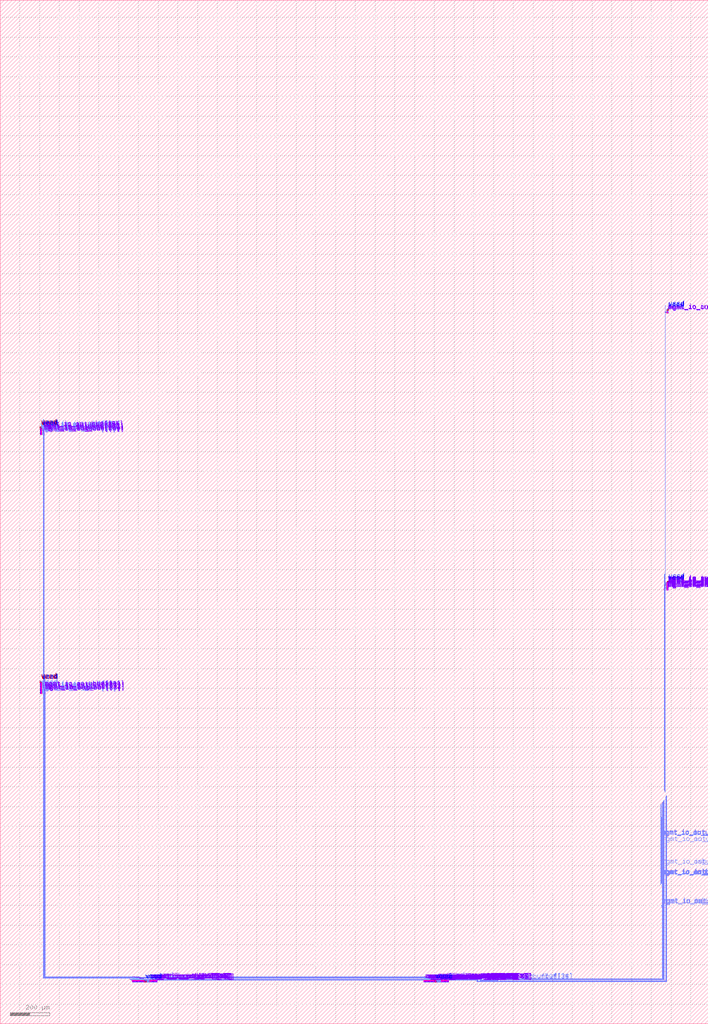
<source format=lef>
VERSION 5.7 ;
  NOWIREEXTENSIONATPIN ON ;
  DIVIDERCHAR "/" ;
  BUSBITCHARS "[]" ;
MACRO gpio_signal_buffering_alt
  CLASS BLOCK ;
  FOREIGN gpio_signal_buffering_alt ;
  ORIGIN 0.000 0.000 ;
  SIZE 3588.000 BY 5188.000 ;
  PIN mgmt_io_in_unbuf[13]
    DIRECTION INPUT ;
    USE SIGNAL ;
    PORT
      LAYER li1 ;
        RECT 3381.660 3606.800 3381.860 3608.390 ;
      LAYER mcon ;
        RECT 3381.690 3607.300 3381.860 3608.390 ;
      LAYER met1 ;
        RECT 3370.780 3608.085 3370.920 3641.605 ;
        RECT 3370.780 3607.765 3371.040 3608.085 ;
        RECT 3381.640 3607.240 3381.900 3608.450 ;
      LAYER via ;
        RECT 3370.780 3607.795 3371.040 3608.055 ;
        RECT 3381.640 3607.300 3381.900 3608.390 ;
      LAYER met2 ;
        RECT 3370.750 3607.935 3371.070 3608.055 ;
        RECT 3381.610 3607.935 3381.930 3608.390 ;
        RECT 3370.330 3607.795 3381.930 3607.935 ;
        RECT 3381.610 3607.300 3381.930 3607.795 ;
    END
  END mgmt_io_in_unbuf[13]
  PIN mgmt_io_out_buf[13]
    DIRECTION OUTPUT ;
    USE SIGNAL ;
    PORT
      LAYER li1 ;
        RECT 3383.560 3606.895 3385.770 3607.065 ;
        RECT 3384.410 3606.810 3385.290 3606.895 ;
        RECT 3384.410 3606.225 3384.580 3606.810 ;
        RECT 3383.560 3606.055 3384.580 3606.225 ;
        RECT 3384.410 3605.385 3384.580 3606.055 ;
        RECT 3383.560 3605.215 3384.580 3605.385 ;
        RECT 3384.410 3604.545 3384.580 3605.215 ;
        RECT 3383.560 3604.375 3384.580 3604.545 ;
        RECT 3385.120 3606.225 3385.290 3606.810 ;
        RECT 3385.120 3606.055 3385.770 3606.225 ;
        RECT 3385.120 3605.385 3385.290 3606.055 ;
        RECT 3385.120 3605.215 3385.770 3605.385 ;
        RECT 3385.120 3604.545 3385.290 3605.215 ;
        RECT 3385.120 3604.375 3385.770 3604.545 ;
      LAYER met1 ;
        RECT 3370.500 3607.115 3370.640 3640.605 ;
        RECT 3370.500 3606.795 3370.760 3607.115 ;
        RECT 3384.350 3606.760 3385.320 3607.020 ;
      LAYER via ;
        RECT 3370.500 3606.825 3370.760 3607.085 ;
        RECT 3384.410 3606.760 3385.260 3607.020 ;
      LAYER met2 ;
        RECT 3370.470 3606.965 3370.790 3607.085 ;
        RECT 3384.410 3606.965 3385.260 3607.050 ;
        RECT 3370.330 3606.825 3385.260 3606.965 ;
        RECT 3384.410 3606.730 3385.260 3606.825 ;
    END
  END mgmt_io_out_buf[13]
  PIN mgmt_io_in_unbuf[12]
    DIRECTION INPUT ;
    USE SIGNAL ;
    PORT
      LAYER li1 ;
        RECT 3381.660 2230.700 3381.860 2232.290 ;
      LAYER mcon ;
        RECT 3381.690 2231.200 3381.860 2232.290 ;
      LAYER met1 ;
        RECT 3369.800 2231.985 3369.940 2281.275 ;
        RECT 3369.800 2231.665 3370.060 2231.985 ;
        RECT 3381.640 2231.140 3381.900 2232.350 ;
      LAYER via ;
        RECT 3369.800 2231.695 3370.060 2231.955 ;
        RECT 3381.640 2231.200 3381.900 2232.290 ;
      LAYER met2 ;
        RECT 3369.770 2231.835 3370.090 2231.955 ;
        RECT 3381.610 2231.835 3381.930 2232.290 ;
        RECT 3365.990 2231.695 3381.930 2231.835 ;
        RECT 3381.610 2231.200 3381.930 2231.695 ;
    END
  END mgmt_io_in_unbuf[12]
  PIN mgmt_io_in_unbuf[11]
    DIRECTION INPUT ;
    USE SIGNAL ;
    PORT
      LAYER li1 ;
        RECT 3381.660 2224.720 3381.860 2226.310 ;
      LAYER mcon ;
        RECT 3381.690 2225.220 3381.860 2226.310 ;
      LAYER met1 ;
        RECT 3368.680 2226.005 3368.820 2279.275 ;
        RECT 3368.680 2225.685 3368.940 2226.005 ;
        RECT 3381.640 2225.160 3381.900 2226.370 ;
      LAYER via ;
        RECT 3368.680 2225.715 3368.940 2225.975 ;
        RECT 3381.640 2225.220 3381.900 2226.310 ;
      LAYER met2 ;
        RECT 3368.650 2225.855 3368.970 2225.975 ;
        RECT 3381.610 2225.855 3381.930 2226.310 ;
        RECT 3365.990 2225.715 3381.930 2225.855 ;
        RECT 3381.610 2225.220 3381.930 2225.715 ;
    END
  END mgmt_io_in_unbuf[11]
  PIN mgmt_io_in_unbuf[10]
    DIRECTION INPUT ;
    USE SIGNAL ;
    PORT
      LAYER li1 ;
        RECT 3381.660 2218.740 3381.860 2220.330 ;
      LAYER mcon ;
        RECT 3381.690 2219.240 3381.860 2220.330 ;
      LAYER met1 ;
        RECT 3367.560 2220.025 3367.700 2277.275 ;
        RECT 3367.560 2219.705 3367.820 2220.025 ;
        RECT 3381.640 2219.180 3381.900 2220.390 ;
      LAYER via ;
        RECT 3367.560 2219.735 3367.820 2219.995 ;
        RECT 3381.640 2219.240 3381.900 2220.330 ;
      LAYER met2 ;
        RECT 3367.530 2219.875 3367.850 2219.995 ;
        RECT 3381.610 2219.875 3381.930 2220.330 ;
        RECT 3365.990 2219.735 3381.930 2219.875 ;
        RECT 3381.610 2219.240 3381.930 2219.735 ;
    END
  END mgmt_io_in_unbuf[10]
  PIN mgmt_io_in_unbuf[9]
    DIRECTION INPUT ;
    USE SIGNAL ;
    PORT
      LAYER li1 ;
        RECT 3381.660 2212.760 3381.860 2214.350 ;
      LAYER mcon ;
        RECT 3381.690 2213.260 3381.860 2214.350 ;
      LAYER met1 ;
        RECT 3366.440 2214.045 3366.580 2275.275 ;
        RECT 3366.440 2213.725 3366.700 2214.045 ;
        RECT 3381.640 2213.200 3381.900 2214.410 ;
      LAYER via ;
        RECT 3366.440 2213.755 3366.700 2214.015 ;
        RECT 3381.640 2213.260 3381.900 2214.350 ;
      LAYER met2 ;
        RECT 3366.410 2213.895 3366.730 2214.015 ;
        RECT 3381.610 2213.895 3381.930 2214.350 ;
        RECT 3365.990 2213.755 3381.930 2213.895 ;
        RECT 3381.610 2213.260 3381.930 2213.755 ;
    END
  END mgmt_io_in_unbuf[9]
  PIN mgmt_io_in_unbuf[8]
    DIRECTION INPUT ;
    USE SIGNAL ;
    PORT
      LAYER li1 ;
        RECT 3381.660 2206.780 3381.860 2208.370 ;
      LAYER mcon ;
        RECT 3381.690 2207.280 3381.860 2208.370 ;
      LAYER met1 ;
        RECT 3365.320 2208.065 3365.460 2273.275 ;
        RECT 3365.320 2207.745 3365.580 2208.065 ;
        RECT 3381.640 2207.220 3381.900 2208.430 ;
      LAYER via ;
        RECT 3365.320 2207.775 3365.580 2208.035 ;
        RECT 3381.640 2207.280 3381.900 2208.370 ;
      LAYER met2 ;
        RECT 3365.290 2207.915 3365.610 2208.035 ;
        RECT 3381.610 2207.915 3381.930 2208.370 ;
        RECT 3364.865 2207.775 3381.930 2207.915 ;
        RECT 3381.610 2207.280 3381.930 2207.775 ;
    END
  END mgmt_io_in_unbuf[8]
  PIN mgmt_io_in_unbuf[7]
    DIRECTION INPUT ;
    USE SIGNAL ;
    PORT
      LAYER li1 ;
        RECT 3381.660 2200.800 3381.860 2202.390 ;
      LAYER mcon ;
        RECT 3381.690 2201.300 3381.860 2202.390 ;
      LAYER met1 ;
        RECT 3364.200 2202.085 3364.340 2271.275 ;
        RECT 3364.200 2201.765 3364.460 2202.085 ;
        RECT 3381.640 2201.240 3381.900 2202.450 ;
      LAYER via ;
        RECT 3364.200 2201.795 3364.460 2202.055 ;
        RECT 3381.640 2201.300 3381.900 2202.390 ;
      LAYER met2 ;
        RECT 3364.170 2201.935 3364.490 2202.055 ;
        RECT 3381.610 2201.935 3381.930 2202.390 ;
        RECT 3363.750 2201.795 3381.930 2201.935 ;
        RECT 3381.610 2201.300 3381.930 2201.795 ;
    END
  END mgmt_io_in_unbuf[7]
  PIN mgmt_io_out_buf[7]
    DIRECTION OUTPUT ;
    USE SIGNAL ;
    PORT
      LAYER li1 ;
        RECT 3383.560 2200.895 3385.770 2201.065 ;
        RECT 3384.410 2200.810 3385.290 2200.895 ;
        RECT 3384.410 2200.225 3384.580 2200.810 ;
        RECT 3383.560 2200.055 3384.580 2200.225 ;
        RECT 3384.410 2199.385 3384.580 2200.055 ;
        RECT 3383.560 2199.215 3384.580 2199.385 ;
        RECT 3384.410 2198.545 3384.580 2199.215 ;
        RECT 3383.560 2198.375 3384.580 2198.545 ;
        RECT 3385.120 2200.225 3385.290 2200.810 ;
        RECT 3385.120 2200.055 3385.770 2200.225 ;
        RECT 3385.120 2199.385 3385.290 2200.055 ;
        RECT 3385.120 2199.215 3385.770 2199.385 ;
        RECT 3385.120 2198.545 3385.290 2199.215 ;
        RECT 3385.120 2198.375 3385.770 2198.545 ;
      LAYER met1 ;
        RECT 3363.920 2201.115 3364.060 2270.275 ;
        RECT 3363.920 2200.795 3364.180 2201.115 ;
        RECT 3384.350 2200.760 3385.320 2201.020 ;
      LAYER via ;
        RECT 3363.920 2200.825 3364.180 2201.085 ;
        RECT 3384.410 2200.760 3385.260 2201.020 ;
      LAYER met2 ;
        RECT 3363.890 2200.965 3364.210 2201.085 ;
        RECT 3384.410 2200.965 3385.260 2201.050 ;
        RECT 3363.750 2200.825 3385.260 2200.965 ;
        RECT 3384.410 2200.730 3385.260 2200.825 ;
    END
  END mgmt_io_out_buf[7]
  PIN mgmt_io_out_buf[8]
    DIRECTION OUTPUT ;
    USE SIGNAL ;
    PORT
      LAYER li1 ;
        RECT 3383.560 2206.875 3385.770 2207.045 ;
        RECT 3384.410 2206.790 3385.290 2206.875 ;
        RECT 3384.410 2206.205 3384.580 2206.790 ;
        RECT 3383.560 2206.035 3384.580 2206.205 ;
        RECT 3384.410 2205.365 3384.580 2206.035 ;
        RECT 3383.560 2205.195 3384.580 2205.365 ;
        RECT 3384.410 2204.525 3384.580 2205.195 ;
        RECT 3383.560 2204.355 3384.580 2204.525 ;
        RECT 3385.120 2206.205 3385.290 2206.790 ;
        RECT 3385.120 2206.035 3385.770 2206.205 ;
        RECT 3385.120 2205.365 3385.290 2206.035 ;
        RECT 3385.120 2205.195 3385.770 2205.365 ;
        RECT 3385.120 2204.525 3385.290 2205.195 ;
        RECT 3385.120 2204.355 3385.770 2204.525 ;
      LAYER met1 ;
        RECT 3365.040 2207.095 3365.180 2272.275 ;
        RECT 3365.040 2206.775 3365.300 2207.095 ;
        RECT 3384.350 2206.740 3385.320 2207.000 ;
      LAYER via ;
        RECT 3365.040 2206.805 3365.300 2207.065 ;
        RECT 3384.410 2206.740 3385.260 2207.000 ;
      LAYER met2 ;
        RECT 3365.010 2206.945 3365.330 2207.065 ;
        RECT 3384.410 2206.945 3385.260 2207.030 ;
        RECT 3364.865 2206.805 3385.260 2206.945 ;
        RECT 3384.410 2206.710 3385.260 2206.805 ;
    END
  END mgmt_io_out_buf[8]
  PIN mgmt_io_out_buf[9]
    DIRECTION OUTPUT ;
    USE SIGNAL ;
    PORT
      LAYER li1 ;
        RECT 3383.560 2212.855 3385.770 2213.025 ;
        RECT 3384.410 2212.770 3385.290 2212.855 ;
        RECT 3384.410 2212.185 3384.580 2212.770 ;
        RECT 3383.560 2212.015 3384.580 2212.185 ;
        RECT 3384.410 2211.345 3384.580 2212.015 ;
        RECT 3383.560 2211.175 3384.580 2211.345 ;
        RECT 3384.410 2210.505 3384.580 2211.175 ;
        RECT 3383.560 2210.335 3384.580 2210.505 ;
        RECT 3385.120 2212.185 3385.290 2212.770 ;
        RECT 3385.120 2212.015 3385.770 2212.185 ;
        RECT 3385.120 2211.345 3385.290 2212.015 ;
        RECT 3385.120 2211.175 3385.770 2211.345 ;
        RECT 3385.120 2210.505 3385.290 2211.175 ;
        RECT 3385.120 2210.335 3385.770 2210.505 ;
      LAYER met1 ;
        RECT 3366.160 2213.075 3366.300 2274.275 ;
        RECT 3366.160 2212.755 3366.420 2213.075 ;
        RECT 3384.350 2212.720 3385.320 2212.980 ;
      LAYER via ;
        RECT 3366.160 2212.785 3366.420 2213.045 ;
        RECT 3384.410 2212.720 3385.260 2212.980 ;
      LAYER met2 ;
        RECT 3366.130 2212.925 3366.450 2213.045 ;
        RECT 3384.410 2212.925 3385.260 2213.010 ;
        RECT 3365.990 2212.785 3385.260 2212.925 ;
        RECT 3384.410 2212.690 3385.260 2212.785 ;
    END
  END mgmt_io_out_buf[9]
  PIN mgmt_io_out_buf[10]
    DIRECTION OUTPUT ;
    USE SIGNAL ;
    PORT
      LAYER li1 ;
        RECT 3383.560 2218.835 3385.770 2219.005 ;
        RECT 3384.410 2218.750 3385.290 2218.835 ;
        RECT 3384.410 2218.165 3384.580 2218.750 ;
        RECT 3383.560 2217.995 3384.580 2218.165 ;
        RECT 3384.410 2217.325 3384.580 2217.995 ;
        RECT 3383.560 2217.155 3384.580 2217.325 ;
        RECT 3384.410 2216.485 3384.580 2217.155 ;
        RECT 3383.560 2216.315 3384.580 2216.485 ;
        RECT 3385.120 2218.165 3385.290 2218.750 ;
        RECT 3385.120 2217.995 3385.770 2218.165 ;
        RECT 3385.120 2217.325 3385.290 2217.995 ;
        RECT 3385.120 2217.155 3385.770 2217.325 ;
        RECT 3385.120 2216.485 3385.290 2217.155 ;
        RECT 3385.120 2216.315 3385.770 2216.485 ;
      LAYER met1 ;
        RECT 3367.280 2219.055 3367.420 2276.275 ;
        RECT 3367.280 2218.735 3367.540 2219.055 ;
        RECT 3384.350 2218.700 3385.320 2218.960 ;
      LAYER via ;
        RECT 3367.280 2218.765 3367.540 2219.025 ;
        RECT 3384.410 2218.700 3385.260 2218.960 ;
      LAYER met2 ;
        RECT 3367.250 2218.905 3367.570 2219.025 ;
        RECT 3384.410 2218.905 3385.260 2218.990 ;
        RECT 3365.990 2218.765 3385.260 2218.905 ;
        RECT 3384.410 2218.670 3385.260 2218.765 ;
    END
  END mgmt_io_out_buf[10]
  PIN mgmt_io_out_buf[11]
    DIRECTION OUTPUT ;
    USE SIGNAL ;
    PORT
      LAYER li1 ;
        RECT 3383.560 2224.815 3385.770 2224.985 ;
        RECT 3384.410 2224.730 3385.290 2224.815 ;
        RECT 3384.410 2224.145 3384.580 2224.730 ;
        RECT 3383.560 2223.975 3384.580 2224.145 ;
        RECT 3384.410 2223.305 3384.580 2223.975 ;
        RECT 3383.560 2223.135 3384.580 2223.305 ;
        RECT 3384.410 2222.465 3384.580 2223.135 ;
        RECT 3383.560 2222.295 3384.580 2222.465 ;
        RECT 3385.120 2224.145 3385.290 2224.730 ;
        RECT 3385.120 2223.975 3385.770 2224.145 ;
        RECT 3385.120 2223.305 3385.290 2223.975 ;
        RECT 3385.120 2223.135 3385.770 2223.305 ;
        RECT 3385.120 2222.465 3385.290 2223.135 ;
        RECT 3385.120 2222.295 3385.770 2222.465 ;
      LAYER met1 ;
        RECT 3368.400 2225.035 3368.540 2278.275 ;
        RECT 3368.400 2224.715 3368.660 2225.035 ;
        RECT 3384.350 2224.680 3385.320 2224.940 ;
      LAYER via ;
        RECT 3368.400 2224.745 3368.660 2225.005 ;
        RECT 3384.410 2224.680 3385.260 2224.940 ;
      LAYER met2 ;
        RECT 3368.370 2224.885 3368.690 2225.005 ;
        RECT 3384.410 2224.885 3385.260 2224.970 ;
        RECT 3365.990 2224.745 3385.260 2224.885 ;
        RECT 3384.410 2224.650 3385.260 2224.745 ;
    END
  END mgmt_io_out_buf[11]
  PIN mgmt_io_out_buf[12]
    DIRECTION OUTPUT ;
    USE SIGNAL ;
    PORT
      LAYER li1 ;
        RECT 3383.560 2230.795 3385.770 2230.965 ;
        RECT 3384.410 2230.710 3385.290 2230.795 ;
        RECT 3384.410 2230.125 3384.580 2230.710 ;
        RECT 3383.560 2229.955 3384.580 2230.125 ;
        RECT 3384.410 2229.285 3384.580 2229.955 ;
        RECT 3383.560 2229.115 3384.580 2229.285 ;
        RECT 3384.410 2228.445 3384.580 2229.115 ;
        RECT 3383.560 2228.275 3384.580 2228.445 ;
        RECT 3385.120 2230.125 3385.290 2230.710 ;
        RECT 3385.120 2229.955 3385.770 2230.125 ;
        RECT 3385.120 2229.285 3385.290 2229.955 ;
        RECT 3385.120 2229.115 3385.770 2229.285 ;
        RECT 3385.120 2228.445 3385.290 2229.115 ;
        RECT 3385.120 2228.275 3385.770 2228.445 ;
      LAYER met1 ;
        RECT 3369.520 2231.015 3369.660 2280.275 ;
        RECT 3369.520 2230.695 3369.780 2231.015 ;
        RECT 3384.350 2230.660 3385.320 2230.920 ;
      LAYER via ;
        RECT 3369.520 2230.725 3369.780 2230.985 ;
        RECT 3384.410 2230.660 3385.260 2230.920 ;
      LAYER met2 ;
        RECT 3369.490 2230.865 3369.810 2230.985 ;
        RECT 3384.410 2230.865 3385.260 2230.950 ;
        RECT 3365.990 2230.725 3385.260 2230.865 ;
        RECT 3384.410 2230.630 3385.260 2230.725 ;
    END
  END mgmt_io_out_buf[12]
  PIN mgmt_io_out_unbuf[7]
    DIRECTION INPUT ;
    USE SIGNAL ;
    PORT
      LAYER li1 ;
        RECT 3384.750 2196.660 3384.950 2197.760 ;
      LAYER mcon ;
        RECT 3384.750 2196.670 3384.920 2197.760 ;
      LAYER met1 ;
        RECT 3363.940 2196.930 3364.200 2197.250 ;
        RECT 3364.060 1185.250 3364.200 2196.930 ;
        RECT 3384.700 2196.610 3384.960 2197.820 ;
      LAYER via ;
        RECT 3363.940 2196.960 3364.200 2197.220 ;
        RECT 3384.700 2196.670 3384.960 2197.760 ;
      LAYER met2 ;
        RECT 3363.910 2197.100 3364.230 2197.220 ;
        RECT 3384.670 2197.100 3384.990 2197.760 ;
        RECT 3363.750 2196.960 3384.990 2197.100 ;
        RECT 3384.670 2196.670 3384.990 2196.960 ;
    END
  END mgmt_io_out_unbuf[7]
  PIN mgmt_io_out_unbuf[8]
    DIRECTION INPUT ;
    USE SIGNAL ;
    PORT
      LAYER li1 ;
        RECT 3384.750 2202.640 3384.950 2203.740 ;
      LAYER mcon ;
        RECT 3384.750 2202.650 3384.920 2203.740 ;
      LAYER met1 ;
        RECT 3365.060 2202.910 3365.320 2203.230 ;
        RECT 3365.180 1183.250 3365.320 2202.910 ;
        RECT 3384.700 2202.590 3384.960 2203.800 ;
      LAYER via ;
        RECT 3365.060 2202.940 3365.320 2203.200 ;
        RECT 3384.700 2202.650 3384.960 2203.740 ;
      LAYER met2 ;
        RECT 3365.030 2203.080 3365.350 2203.200 ;
        RECT 3384.670 2203.080 3384.990 2203.740 ;
        RECT 3364.900 2202.940 3384.990 2203.080 ;
        RECT 3384.670 2202.650 3384.990 2202.940 ;
    END
  END mgmt_io_out_unbuf[8]
  PIN mgmt_io_out_unbuf[9]
    DIRECTION INPUT ;
    USE SIGNAL ;
    PORT
      LAYER li1 ;
        RECT 3384.750 2208.620 3384.950 2209.720 ;
      LAYER mcon ;
        RECT 3384.750 2208.630 3384.920 2209.720 ;
      LAYER met1 ;
        RECT 3366.180 2208.890 3366.440 2209.210 ;
        RECT 3366.300 1181.250 3366.440 2208.890 ;
        RECT 3384.700 2208.570 3384.960 2209.780 ;
      LAYER via ;
        RECT 3366.180 2208.920 3366.440 2209.180 ;
        RECT 3384.700 2208.630 3384.960 2209.720 ;
      LAYER met2 ;
        RECT 3366.150 2209.060 3366.470 2209.180 ;
        RECT 3384.670 2209.060 3384.990 2209.720 ;
        RECT 3365.990 2208.920 3384.990 2209.060 ;
        RECT 3384.670 2208.630 3384.990 2208.920 ;
    END
  END mgmt_io_out_unbuf[9]
  PIN mgmt_io_out_unbuf[10]
    DIRECTION INPUT ;
    USE SIGNAL ;
    PORT
      LAYER li1 ;
        RECT 3384.750 2214.600 3384.950 2215.700 ;
      LAYER mcon ;
        RECT 3384.750 2214.610 3384.920 2215.700 ;
      LAYER met1 ;
        RECT 3367.300 2214.870 3367.560 2215.190 ;
        RECT 3367.420 1179.250 3367.560 2214.870 ;
        RECT 3384.700 2214.550 3384.960 2215.760 ;
      LAYER via ;
        RECT 3367.300 2214.900 3367.560 2215.160 ;
        RECT 3384.700 2214.610 3384.960 2215.700 ;
      LAYER met2 ;
        RECT 3367.270 2215.040 3367.590 2215.160 ;
        RECT 3384.670 2215.040 3384.990 2215.700 ;
        RECT 3365.990 2214.900 3384.990 2215.040 ;
        RECT 3384.670 2214.610 3384.990 2214.900 ;
    END
  END mgmt_io_out_unbuf[10]
  PIN mgmt_io_out_unbuf[11]
    DIRECTION INPUT ;
    USE SIGNAL ;
    PORT
      LAYER li1 ;
        RECT 3384.750 2220.580 3384.950 2221.680 ;
      LAYER mcon ;
        RECT 3384.750 2220.590 3384.920 2221.680 ;
      LAYER met1 ;
        RECT 3368.420 2220.850 3368.680 2221.170 ;
        RECT 3368.540 1177.250 3368.680 2220.850 ;
        RECT 3384.700 2220.530 3384.960 2221.740 ;
      LAYER via ;
        RECT 3368.420 2220.880 3368.680 2221.140 ;
        RECT 3384.700 2220.590 3384.960 2221.680 ;
      LAYER met2 ;
        RECT 3368.390 2221.020 3368.710 2221.140 ;
        RECT 3384.670 2221.020 3384.990 2221.680 ;
        RECT 3365.990 2220.880 3384.990 2221.020 ;
        RECT 3384.670 2220.590 3384.990 2220.880 ;
    END
  END mgmt_io_out_unbuf[11]
  PIN mgmt_io_out_unbuf[12]
    DIRECTION INPUT ;
    USE SIGNAL ;
    PORT
      LAYER li1 ;
        RECT 3384.750 2226.560 3384.950 2227.660 ;
      LAYER mcon ;
        RECT 3384.750 2226.570 3384.920 2227.660 ;
      LAYER met1 ;
        RECT 3369.540 2226.830 3369.800 2227.150 ;
        RECT 3369.660 1175.250 3369.800 2226.830 ;
        RECT 3384.700 2226.510 3384.960 2227.720 ;
      LAYER via ;
        RECT 3369.540 2226.860 3369.800 2227.120 ;
        RECT 3384.700 2226.570 3384.960 2227.660 ;
      LAYER met2 ;
        RECT 3369.510 2227.000 3369.830 2227.120 ;
        RECT 3384.670 2227.000 3384.990 2227.660 ;
        RECT 3365.990 2226.860 3384.990 2227.000 ;
        RECT 3384.670 2226.570 3384.990 2226.860 ;
    END
  END mgmt_io_out_unbuf[12]
  PIN mgmt_io_out_unbuf[13]
    DIRECTION INPUT ;
    USE SIGNAL ;
    PORT
      LAYER li1 ;
        RECT 3384.750 2232.540 3384.950 2233.640 ;
      LAYER mcon ;
        RECT 3384.750 2232.550 3384.920 2233.640 ;
      LAYER met1 ;
        RECT 3370.660 2232.810 3370.920 2233.130 ;
        RECT 3370.780 1173.250 3370.920 2232.810 ;
        RECT 3384.700 2232.490 3384.960 2233.700 ;
      LAYER via ;
        RECT 3370.660 2232.840 3370.920 2233.100 ;
        RECT 3384.700 2232.550 3384.960 2233.640 ;
      LAYER met2 ;
        RECT 3370.630 2232.980 3370.950 2233.100 ;
        RECT 3384.670 2232.980 3384.990 2233.640 ;
        RECT 3365.990 2232.840 3384.990 2232.980 ;
        RECT 3384.670 2232.550 3384.990 2232.840 ;
    END
  END mgmt_io_out_unbuf[13]
  PIN mgmt_io_in_buf[13]
    DIRECTION OUTPUT ;
    USE SIGNAL ;
    PORT
      LAYER li1 ;
        RECT 3380.840 2235.895 3381.490 2236.065 ;
        RECT 3381.320 2235.225 3381.490 2235.895 ;
        RECT 3380.840 2235.055 3381.490 2235.225 ;
        RECT 3381.320 2234.385 3381.490 2235.055 ;
        RECT 3380.840 2234.215 3381.490 2234.385 ;
        RECT 3381.320 2233.630 3381.490 2234.215 ;
        RECT 3382.030 2235.895 3383.050 2236.065 ;
        RECT 3382.030 2235.225 3382.200 2235.895 ;
        RECT 3382.030 2235.055 3383.050 2235.225 ;
        RECT 3382.030 2234.385 3382.200 2235.055 ;
        RECT 3382.030 2234.215 3383.050 2234.385 ;
        RECT 3382.030 2233.630 3382.200 2234.215 ;
        RECT 3381.320 2233.545 3382.200 2233.630 ;
        RECT 3380.840 2233.375 3383.050 2233.545 ;
      LAYER mcon ;
        RECT 3381.350 2233.460 3382.200 2233.630 ;
      LAYER met1 ;
        RECT 3370.940 2233.430 3371.200 2233.750 ;
        RECT 3371.060 1172.250 3371.200 2233.430 ;
        RECT 3381.290 2233.410 3382.260 2233.670 ;
      LAYER via ;
        RECT 3370.940 2233.460 3371.200 2233.720 ;
        RECT 3381.350 2233.410 3382.200 2233.670 ;
      LAYER met2 ;
        RECT 3370.910 2233.600 3371.230 2233.720 ;
        RECT 3381.350 2233.600 3382.200 2233.700 ;
        RECT 3365.990 2233.460 3382.200 2233.600 ;
        RECT 3381.350 2233.380 3382.200 2233.460 ;
    END
  END mgmt_io_in_buf[13]
  PIN mgmt_io_in_buf[12]
    DIRECTION OUTPUT ;
    USE SIGNAL ;
    PORT
      LAYER li1 ;
        RECT 3380.840 2229.915 3381.490 2230.085 ;
        RECT 3381.320 2229.245 3381.490 2229.915 ;
        RECT 3380.840 2229.075 3381.490 2229.245 ;
        RECT 3381.320 2228.405 3381.490 2229.075 ;
        RECT 3380.840 2228.235 3381.490 2228.405 ;
        RECT 3381.320 2227.650 3381.490 2228.235 ;
        RECT 3382.030 2229.915 3383.050 2230.085 ;
        RECT 3382.030 2229.245 3382.200 2229.915 ;
        RECT 3382.030 2229.075 3383.050 2229.245 ;
        RECT 3382.030 2228.405 3382.200 2229.075 ;
        RECT 3382.030 2228.235 3383.050 2228.405 ;
        RECT 3382.030 2227.650 3382.200 2228.235 ;
        RECT 3381.320 2227.565 3382.200 2227.650 ;
        RECT 3380.840 2227.395 3383.050 2227.565 ;
      LAYER mcon ;
        RECT 3381.350 2227.480 3382.200 2227.650 ;
      LAYER met1 ;
        RECT 3369.820 2227.450 3370.080 2227.770 ;
        RECT 3369.940 1174.250 3370.080 2227.450 ;
        RECT 3381.290 2227.430 3382.260 2227.690 ;
      LAYER via ;
        RECT 3369.820 2227.480 3370.080 2227.740 ;
        RECT 3381.350 2227.430 3382.200 2227.690 ;
      LAYER met2 ;
        RECT 3369.790 2227.620 3370.110 2227.740 ;
        RECT 3381.350 2227.620 3382.200 2227.720 ;
        RECT 3365.990 2227.480 3382.200 2227.620 ;
        RECT 3381.350 2227.400 3382.200 2227.480 ;
    END
  END mgmt_io_in_buf[12]
  PIN mgmt_io_in_buf[11]
    DIRECTION OUTPUT ;
    USE SIGNAL ;
    PORT
      LAYER li1 ;
        RECT 3380.840 2223.935 3381.490 2224.105 ;
        RECT 3381.320 2223.265 3381.490 2223.935 ;
        RECT 3380.840 2223.095 3381.490 2223.265 ;
        RECT 3381.320 2222.425 3381.490 2223.095 ;
        RECT 3380.840 2222.255 3381.490 2222.425 ;
        RECT 3381.320 2221.670 3381.490 2222.255 ;
        RECT 3382.030 2223.935 3383.050 2224.105 ;
        RECT 3382.030 2223.265 3382.200 2223.935 ;
        RECT 3382.030 2223.095 3383.050 2223.265 ;
        RECT 3382.030 2222.425 3382.200 2223.095 ;
        RECT 3382.030 2222.255 3383.050 2222.425 ;
        RECT 3382.030 2221.670 3382.200 2222.255 ;
        RECT 3381.320 2221.585 3382.200 2221.670 ;
        RECT 3380.840 2221.415 3383.050 2221.585 ;
      LAYER mcon ;
        RECT 3381.350 2221.500 3382.200 2221.670 ;
      LAYER met1 ;
        RECT 3368.700 2221.470 3368.960 2221.790 ;
        RECT 3368.820 1176.250 3368.960 2221.470 ;
        RECT 3381.290 2221.450 3382.260 2221.710 ;
      LAYER via ;
        RECT 3368.700 2221.500 3368.960 2221.760 ;
        RECT 3381.350 2221.450 3382.200 2221.710 ;
      LAYER met2 ;
        RECT 3368.670 2221.640 3368.990 2221.760 ;
        RECT 3381.350 2221.640 3382.200 2221.740 ;
        RECT 3365.990 2221.500 3382.200 2221.640 ;
        RECT 3381.350 2221.420 3382.200 2221.500 ;
    END
  END mgmt_io_in_buf[11]
  PIN mgmt_io_in_buf[10]
    DIRECTION OUTPUT ;
    USE SIGNAL ;
    PORT
      LAYER li1 ;
        RECT 3380.840 2217.955 3381.490 2218.125 ;
        RECT 3381.320 2217.285 3381.490 2217.955 ;
        RECT 3380.840 2217.115 3381.490 2217.285 ;
        RECT 3381.320 2216.445 3381.490 2217.115 ;
        RECT 3380.840 2216.275 3381.490 2216.445 ;
        RECT 3381.320 2215.690 3381.490 2216.275 ;
        RECT 3382.030 2217.955 3383.050 2218.125 ;
        RECT 3382.030 2217.285 3382.200 2217.955 ;
        RECT 3382.030 2217.115 3383.050 2217.285 ;
        RECT 3382.030 2216.445 3382.200 2217.115 ;
        RECT 3382.030 2216.275 3383.050 2216.445 ;
        RECT 3382.030 2215.690 3382.200 2216.275 ;
        RECT 3381.320 2215.605 3382.200 2215.690 ;
        RECT 3380.840 2215.435 3383.050 2215.605 ;
      LAYER mcon ;
        RECT 3381.350 2215.520 3382.200 2215.690 ;
      LAYER met1 ;
        RECT 3367.580 2215.490 3367.840 2215.810 ;
        RECT 3367.700 1178.250 3367.840 2215.490 ;
        RECT 3381.290 2215.470 3382.260 2215.730 ;
      LAYER via ;
        RECT 3367.580 2215.520 3367.840 2215.780 ;
        RECT 3381.350 2215.470 3382.200 2215.730 ;
      LAYER met2 ;
        RECT 3367.550 2215.660 3367.870 2215.780 ;
        RECT 3381.350 2215.660 3382.200 2215.760 ;
        RECT 3365.990 2215.520 3382.200 2215.660 ;
        RECT 3381.350 2215.440 3382.200 2215.520 ;
    END
  END mgmt_io_in_buf[10]
  PIN mgmt_io_in_buf[9]
    DIRECTION OUTPUT ;
    USE SIGNAL ;
    PORT
      LAYER li1 ;
        RECT 3380.840 2211.975 3381.490 2212.145 ;
        RECT 3381.320 2211.305 3381.490 2211.975 ;
        RECT 3380.840 2211.135 3381.490 2211.305 ;
        RECT 3381.320 2210.465 3381.490 2211.135 ;
        RECT 3380.840 2210.295 3381.490 2210.465 ;
        RECT 3381.320 2209.710 3381.490 2210.295 ;
        RECT 3382.030 2211.975 3383.050 2212.145 ;
        RECT 3382.030 2211.305 3382.200 2211.975 ;
        RECT 3382.030 2211.135 3383.050 2211.305 ;
        RECT 3382.030 2210.465 3382.200 2211.135 ;
        RECT 3382.030 2210.295 3383.050 2210.465 ;
        RECT 3382.030 2209.710 3382.200 2210.295 ;
        RECT 3381.320 2209.625 3382.200 2209.710 ;
        RECT 3380.840 2209.455 3383.050 2209.625 ;
      LAYER mcon ;
        RECT 3381.350 2209.540 3382.200 2209.710 ;
      LAYER met1 ;
        RECT 3366.460 2209.510 3366.720 2209.830 ;
        RECT 3366.580 1180.250 3366.720 2209.510 ;
        RECT 3381.290 2209.490 3382.260 2209.750 ;
      LAYER via ;
        RECT 3366.460 2209.540 3366.720 2209.800 ;
        RECT 3381.350 2209.490 3382.200 2209.750 ;
      LAYER met2 ;
        RECT 3366.430 2209.680 3366.750 2209.800 ;
        RECT 3381.350 2209.680 3382.200 2209.780 ;
        RECT 3365.990 2209.540 3382.200 2209.680 ;
        RECT 3381.350 2209.460 3382.200 2209.540 ;
    END
  END mgmt_io_in_buf[9]
  PIN mgmt_io_in_buf[8]
    DIRECTION OUTPUT ;
    USE SIGNAL ;
    PORT
      LAYER li1 ;
        RECT 3380.840 2205.995 3381.490 2206.165 ;
        RECT 3381.320 2205.325 3381.490 2205.995 ;
        RECT 3380.840 2205.155 3381.490 2205.325 ;
        RECT 3381.320 2204.485 3381.490 2205.155 ;
        RECT 3380.840 2204.315 3381.490 2204.485 ;
        RECT 3381.320 2203.730 3381.490 2204.315 ;
        RECT 3382.030 2205.995 3383.050 2206.165 ;
        RECT 3382.030 2205.325 3382.200 2205.995 ;
        RECT 3382.030 2205.155 3383.050 2205.325 ;
        RECT 3382.030 2204.485 3382.200 2205.155 ;
        RECT 3382.030 2204.315 3383.050 2204.485 ;
        RECT 3382.030 2203.730 3382.200 2204.315 ;
        RECT 3381.320 2203.645 3382.200 2203.730 ;
        RECT 3380.840 2203.475 3383.050 2203.645 ;
      LAYER mcon ;
        RECT 3381.350 2203.560 3382.200 2203.730 ;
      LAYER met1 ;
        RECT 3365.340 2203.530 3365.600 2203.850 ;
        RECT 3365.460 1182.250 3365.600 2203.530 ;
        RECT 3381.290 2203.510 3382.260 2203.770 ;
      LAYER via ;
        RECT 3365.340 2203.560 3365.600 2203.820 ;
        RECT 3381.350 2203.510 3382.200 2203.770 ;
      LAYER met2 ;
        RECT 3365.310 2203.700 3365.630 2203.820 ;
        RECT 3381.350 2203.700 3382.200 2203.800 ;
        RECT 3364.900 2203.560 3382.200 2203.700 ;
        RECT 3381.350 2203.480 3382.200 2203.560 ;
    END
  END mgmt_io_in_buf[8]
  PIN mgmt_io_in_buf[7]
    DIRECTION OUTPUT ;
    USE SIGNAL ;
    PORT
      LAYER li1 ;
        RECT 3380.840 2200.015 3381.490 2200.185 ;
        RECT 3381.320 2199.345 3381.490 2200.015 ;
        RECT 3380.840 2199.175 3381.490 2199.345 ;
        RECT 3381.320 2198.505 3381.490 2199.175 ;
        RECT 3380.840 2198.335 3381.490 2198.505 ;
        RECT 3381.320 2197.750 3381.490 2198.335 ;
        RECT 3382.030 2200.015 3383.050 2200.185 ;
        RECT 3382.030 2199.345 3382.200 2200.015 ;
        RECT 3382.030 2199.175 3383.050 2199.345 ;
        RECT 3382.030 2198.505 3382.200 2199.175 ;
        RECT 3382.030 2198.335 3383.050 2198.505 ;
        RECT 3382.030 2197.750 3382.200 2198.335 ;
        RECT 3381.320 2197.665 3382.200 2197.750 ;
        RECT 3380.840 2197.495 3383.050 2197.665 ;
      LAYER mcon ;
        RECT 3381.350 2197.580 3382.200 2197.750 ;
      LAYER met1 ;
        RECT 3364.220 2197.550 3364.480 2197.870 ;
        RECT 3364.340 1184.250 3364.480 2197.550 ;
        RECT 3381.290 2197.530 3382.260 2197.790 ;
      LAYER via ;
        RECT 3364.220 2197.580 3364.480 2197.840 ;
        RECT 3381.350 2197.530 3382.200 2197.790 ;
      LAYER met2 ;
        RECT 3364.190 2197.720 3364.510 2197.840 ;
        RECT 3381.350 2197.720 3382.200 2197.820 ;
        RECT 3363.750 2197.580 3382.200 2197.720 ;
        RECT 3381.350 2197.500 3382.200 2197.580 ;
    END
  END mgmt_io_in_buf[7]
  PIN mgmt_io_out_buf[25]
    DIRECTION OUTPUT ;
    USE SIGNAL ;
    PORT
      LAYER li1 ;
        RECT 202.225 3013.485 204.435 3013.655 ;
        RECT 202.705 3013.400 203.585 3013.485 ;
        RECT 202.705 3012.815 202.875 3013.400 ;
        RECT 202.225 3012.645 202.875 3012.815 ;
        RECT 202.705 3011.975 202.875 3012.645 ;
        RECT 202.225 3011.805 202.875 3011.975 ;
        RECT 202.705 3011.135 202.875 3011.805 ;
        RECT 202.225 3010.965 202.875 3011.135 ;
        RECT 203.415 3012.815 203.585 3013.400 ;
        RECT 203.415 3012.645 204.435 3012.815 ;
        RECT 203.415 3011.975 203.585 3012.645 ;
        RECT 203.415 3011.805 204.435 3011.975 ;
        RECT 203.415 3011.135 203.585 3011.805 ;
        RECT 203.415 3010.965 204.435 3011.135 ;
      LAYER mcon ;
        RECT 202.735 3013.400 203.585 3013.570 ;
      LAYER met1 ;
        RECT 218.035 3013.705 218.175 3061.780 ;
        RECT 202.675 3013.350 203.645 3013.610 ;
        RECT 217.915 3013.385 218.175 3013.705 ;
      LAYER via ;
        RECT 202.735 3013.350 203.585 3013.610 ;
        RECT 217.915 3013.415 218.175 3013.675 ;
      LAYER met2 ;
        RECT 202.735 3013.555 203.585 3013.640 ;
        RECT 217.885 3013.555 218.205 3013.675 ;
        RECT 202.735 3013.415 221.600 3013.555 ;
        RECT 202.735 3013.320 203.585 3013.415 ;
    END
  END mgmt_io_out_buf[25]
  PIN mgmt_io_out_buf[26]
    DIRECTION OUTPUT ;
    USE SIGNAL ;
    PORT
      LAYER li1 ;
        RECT 202.225 3007.505 204.435 3007.675 ;
        RECT 202.705 3007.420 203.585 3007.505 ;
        RECT 202.705 3006.835 202.875 3007.420 ;
        RECT 202.225 3006.665 202.875 3006.835 ;
        RECT 202.705 3005.995 202.875 3006.665 ;
        RECT 202.225 3005.825 202.875 3005.995 ;
        RECT 202.705 3005.155 202.875 3005.825 ;
        RECT 202.225 3004.985 202.875 3005.155 ;
        RECT 203.415 3006.835 203.585 3007.420 ;
        RECT 203.415 3006.665 204.435 3006.835 ;
        RECT 203.415 3005.995 203.585 3006.665 ;
        RECT 203.415 3005.825 204.435 3005.995 ;
        RECT 203.415 3005.155 203.585 3005.825 ;
        RECT 203.415 3004.985 204.435 3005.155 ;
      LAYER mcon ;
        RECT 202.735 3007.420 203.585 3007.590 ;
      LAYER met1 ;
        RECT 219.155 3007.725 219.295 3059.780 ;
        RECT 202.675 3007.370 203.645 3007.630 ;
        RECT 219.035 3007.405 219.295 3007.725 ;
      LAYER via ;
        RECT 202.735 3007.370 203.585 3007.630 ;
        RECT 219.035 3007.435 219.295 3007.695 ;
      LAYER met2 ;
        RECT 202.735 3007.575 203.585 3007.660 ;
        RECT 219.005 3007.575 219.325 3007.695 ;
        RECT 202.735 3007.435 221.600 3007.575 ;
        RECT 202.735 3007.340 203.585 3007.435 ;
    END
  END mgmt_io_out_buf[26]
  PIN mgmt_io_out_buf[27]
    DIRECTION OUTPUT ;
    USE SIGNAL ;
    PORT
      LAYER li1 ;
        RECT 202.225 3001.525 204.435 3001.695 ;
        RECT 202.705 3001.440 203.585 3001.525 ;
        RECT 202.705 3000.855 202.875 3001.440 ;
        RECT 202.225 3000.685 202.875 3000.855 ;
        RECT 202.705 3000.015 202.875 3000.685 ;
        RECT 202.225 2999.845 202.875 3000.015 ;
        RECT 202.705 2999.175 202.875 2999.845 ;
        RECT 202.225 2999.005 202.875 2999.175 ;
        RECT 203.415 3000.855 203.585 3001.440 ;
        RECT 203.415 3000.685 204.435 3000.855 ;
        RECT 203.415 3000.015 203.585 3000.685 ;
        RECT 203.415 2999.845 204.435 3000.015 ;
        RECT 203.415 2999.175 203.585 2999.845 ;
        RECT 203.415 2999.005 204.435 2999.175 ;
      LAYER mcon ;
        RECT 202.735 3001.440 203.585 3001.610 ;
      LAYER met1 ;
        RECT 220.275 3001.745 220.415 3057.780 ;
        RECT 202.675 3001.390 203.645 3001.650 ;
        RECT 220.155 3001.425 220.415 3001.745 ;
      LAYER via ;
        RECT 202.735 3001.390 203.585 3001.650 ;
        RECT 220.155 3001.455 220.415 3001.715 ;
      LAYER met2 ;
        RECT 202.735 3001.595 203.585 3001.680 ;
        RECT 220.125 3001.595 220.445 3001.715 ;
        RECT 202.735 3001.455 221.600 3001.595 ;
        RECT 202.735 3001.360 203.585 3001.455 ;
    END
  END mgmt_io_out_buf[27]
  PIN mgmt_io_out_buf[28]
    DIRECTION OUTPUT ;
    USE SIGNAL ;
    PORT
      LAYER li1 ;
        RECT 202.225 2995.545 204.435 2995.715 ;
        RECT 202.705 2995.460 203.585 2995.545 ;
        RECT 202.705 2994.875 202.875 2995.460 ;
        RECT 202.225 2994.705 202.875 2994.875 ;
        RECT 202.705 2994.035 202.875 2994.705 ;
        RECT 202.225 2993.865 202.875 2994.035 ;
        RECT 202.705 2993.195 202.875 2993.865 ;
        RECT 202.225 2993.025 202.875 2993.195 ;
        RECT 203.415 2994.875 203.585 2995.460 ;
        RECT 203.415 2994.705 204.435 2994.875 ;
        RECT 203.415 2994.035 203.585 2994.705 ;
        RECT 203.415 2993.865 204.435 2994.035 ;
        RECT 203.415 2993.195 203.585 2993.865 ;
        RECT 203.415 2993.025 204.435 2993.195 ;
      LAYER mcon ;
        RECT 202.735 2995.460 203.585 2995.630 ;
      LAYER met1 ;
        RECT 221.395 2995.765 221.535 3055.780 ;
        RECT 202.675 2995.410 203.645 2995.670 ;
        RECT 221.275 2995.445 221.535 2995.765 ;
      LAYER via ;
        RECT 202.735 2995.410 203.585 2995.670 ;
        RECT 221.275 2995.475 221.535 2995.735 ;
      LAYER met2 ;
        RECT 202.735 2995.615 203.585 2995.700 ;
        RECT 221.245 2995.615 221.565 2995.735 ;
        RECT 202.735 2995.475 221.605 2995.615 ;
        RECT 202.735 2995.380 203.585 2995.475 ;
    END
  END mgmt_io_out_buf[28]
  PIN mgmt_io_out_buf[29]
    DIRECTION OUTPUT ;
    USE SIGNAL ;
    PORT
      LAYER li1 ;
        RECT 202.225 2989.565 204.435 2989.735 ;
        RECT 202.705 2989.480 203.585 2989.565 ;
        RECT 202.705 2988.895 202.875 2989.480 ;
        RECT 202.225 2988.725 202.875 2988.895 ;
        RECT 202.705 2988.055 202.875 2988.725 ;
        RECT 202.225 2987.885 202.875 2988.055 ;
        RECT 202.705 2987.215 202.875 2987.885 ;
        RECT 202.225 2987.045 202.875 2987.215 ;
        RECT 203.415 2988.895 203.585 2989.480 ;
        RECT 203.415 2988.725 204.435 2988.895 ;
        RECT 203.415 2988.055 203.585 2988.725 ;
        RECT 203.415 2987.885 204.435 2988.055 ;
        RECT 203.415 2987.215 203.585 2987.885 ;
        RECT 203.415 2987.045 204.435 2987.215 ;
      LAYER mcon ;
        RECT 202.735 2989.480 203.585 2989.650 ;
      LAYER met1 ;
        RECT 222.515 2989.785 222.655 3053.780 ;
        RECT 202.675 2989.430 203.645 2989.690 ;
        RECT 222.395 2989.465 222.655 2989.785 ;
      LAYER via ;
        RECT 202.735 2989.430 203.585 2989.690 ;
        RECT 222.395 2989.495 222.655 2989.755 ;
      LAYER met2 ;
        RECT 202.735 2989.635 203.585 2989.720 ;
        RECT 222.365 2989.635 222.685 2989.755 ;
        RECT 202.735 2989.495 222.720 2989.635 ;
        RECT 202.735 2989.400 203.585 2989.495 ;
    END
  END mgmt_io_out_buf[29]
  PIN mgmt_io_in_unbuf[29]
    DIRECTION INPUT ;
    USE SIGNAL ;
    PORT
      LAYER li1 ;
        RECT 206.135 2989.470 206.335 2991.060 ;
      LAYER mcon ;
        RECT 206.135 2989.970 206.305 2991.060 ;
      LAYER met1 ;
        RECT 206.095 2989.910 206.355 2991.120 ;
        RECT 222.235 2990.755 222.375 3054.780 ;
        RECT 222.115 2990.435 222.375 2990.755 ;
      LAYER via ;
        RECT 206.095 2989.970 206.355 2991.060 ;
        RECT 222.115 2990.465 222.375 2990.725 ;
      LAYER met2 ;
        RECT 206.065 2990.605 206.385 2991.060 ;
        RECT 222.085 2990.605 222.405 2990.725 ;
        RECT 206.065 2990.465 222.720 2990.605 ;
        RECT 206.065 2989.970 206.385 2990.465 ;
    END
  END mgmt_io_in_unbuf[29]
  PIN mgmt_io_in_unbuf[28]
    DIRECTION INPUT ;
    USE SIGNAL ;
    PORT
      LAYER li1 ;
        RECT 206.135 2995.450 206.335 2997.040 ;
      LAYER mcon ;
        RECT 206.135 2995.950 206.305 2997.040 ;
      LAYER met1 ;
        RECT 206.095 2995.890 206.355 2997.100 ;
        RECT 221.115 2996.735 221.255 3056.780 ;
        RECT 220.995 2996.415 221.255 2996.735 ;
      LAYER via ;
        RECT 206.095 2995.950 206.355 2997.040 ;
        RECT 220.995 2996.445 221.255 2996.705 ;
      LAYER met2 ;
        RECT 206.065 2996.585 206.385 2997.040 ;
        RECT 220.965 2996.585 221.285 2996.705 ;
        RECT 206.065 2996.445 221.605 2996.585 ;
        RECT 206.065 2995.950 206.385 2996.445 ;
    END
  END mgmt_io_in_unbuf[28]
  PIN mgmt_io_in_unbuf[27]
    DIRECTION INPUT ;
    USE SIGNAL ;
    PORT
      LAYER li1 ;
        RECT 206.135 3001.430 206.335 3003.020 ;
      LAYER mcon ;
        RECT 206.135 3001.930 206.305 3003.020 ;
      LAYER met1 ;
        RECT 206.095 3001.870 206.355 3003.080 ;
        RECT 219.995 3002.715 220.135 3058.780 ;
        RECT 219.875 3002.395 220.135 3002.715 ;
      LAYER via ;
        RECT 206.095 3001.930 206.355 3003.020 ;
        RECT 219.875 3002.425 220.135 3002.685 ;
      LAYER met2 ;
        RECT 206.065 3002.565 206.385 3003.020 ;
        RECT 219.845 3002.565 220.165 3002.685 ;
        RECT 206.065 3002.425 221.600 3002.565 ;
        RECT 206.065 3001.930 206.385 3002.425 ;
    END
  END mgmt_io_in_unbuf[27]
  PIN mgmt_io_in_unbuf[26]
    DIRECTION INPUT ;
    USE SIGNAL ;
    PORT
      LAYER li1 ;
        RECT 206.135 3007.410 206.335 3009.000 ;
      LAYER mcon ;
        RECT 206.135 3007.910 206.305 3009.000 ;
      LAYER met1 ;
        RECT 206.095 3007.850 206.355 3009.060 ;
        RECT 218.875 3008.695 219.015 3060.780 ;
        RECT 218.755 3008.375 219.015 3008.695 ;
      LAYER via ;
        RECT 206.095 3007.910 206.355 3009.000 ;
        RECT 218.755 3008.405 219.015 3008.665 ;
      LAYER met2 ;
        RECT 206.065 3008.545 206.385 3009.000 ;
        RECT 218.725 3008.545 219.045 3008.665 ;
        RECT 206.065 3008.405 221.600 3008.545 ;
        RECT 206.065 3007.910 206.385 3008.405 ;
    END
  END mgmt_io_in_unbuf[26]
  PIN mgmt_io_in_unbuf[25]
    DIRECTION INPUT ;
    USE SIGNAL ;
    PORT
      LAYER li1 ;
        RECT 206.135 3013.390 206.335 3014.980 ;
      LAYER mcon ;
        RECT 206.135 3013.890 206.305 3014.980 ;
      LAYER met1 ;
        RECT 206.095 3013.830 206.355 3015.040 ;
        RECT 217.755 3014.675 217.895 3062.780 ;
        RECT 217.635 3014.355 217.895 3014.675 ;
      LAYER via ;
        RECT 206.095 3013.890 206.355 3014.980 ;
        RECT 217.635 3014.385 217.895 3014.645 ;
      LAYER met2 ;
        RECT 206.065 3014.525 206.385 3014.980 ;
        RECT 217.605 3014.525 217.925 3014.645 ;
        RECT 206.065 3014.385 221.600 3014.525 ;
        RECT 206.065 3013.890 206.385 3014.385 ;
    END
  END mgmt_io_in_unbuf[25]
  PIN mgmt_io_out_buf[30]
    DIRECTION OUTPUT ;
    USE SIGNAL ;
    PORT
      LAYER li1 ;
        RECT 202.335 1695.680 204.545 1695.850 ;
        RECT 202.815 1695.595 203.695 1695.680 ;
        RECT 202.815 1695.010 202.985 1695.595 ;
        RECT 202.335 1694.840 202.985 1695.010 ;
        RECT 202.815 1694.170 202.985 1694.840 ;
        RECT 202.335 1694.000 202.985 1694.170 ;
        RECT 202.815 1693.330 202.985 1694.000 ;
        RECT 202.335 1693.160 202.985 1693.330 ;
        RECT 203.525 1695.010 203.695 1695.595 ;
        RECT 203.525 1694.840 204.545 1695.010 ;
        RECT 203.525 1694.170 203.695 1694.840 ;
        RECT 203.525 1694.000 204.545 1694.170 ;
        RECT 203.525 1693.330 203.695 1694.000 ;
        RECT 203.525 1693.160 204.545 1693.330 ;
      LAYER mcon ;
        RECT 202.845 1695.595 203.695 1695.765 ;
      LAYER met1 ;
        RECT 223.495 1695.900 223.635 1772.650 ;
        RECT 202.785 1695.545 203.755 1695.805 ;
        RECT 223.375 1695.580 223.635 1695.900 ;
      LAYER via ;
        RECT 202.845 1695.545 203.695 1695.805 ;
        RECT 223.375 1695.610 223.635 1695.870 ;
      LAYER met2 ;
        RECT 202.845 1695.750 203.695 1695.835 ;
        RECT 223.345 1695.750 223.665 1695.870 ;
        RECT 202.845 1695.610 223.840 1695.750 ;
        RECT 202.845 1695.515 203.695 1695.610 ;
    END
  END mgmt_io_out_buf[30]
  PIN mgmt_io_out_buf[31]
    DIRECTION OUTPUT ;
    USE SIGNAL ;
    PORT
      LAYER li1 ;
        RECT 202.335 1689.700 204.545 1689.870 ;
        RECT 202.815 1689.615 203.695 1689.700 ;
        RECT 202.815 1689.030 202.985 1689.615 ;
        RECT 202.335 1688.860 202.985 1689.030 ;
        RECT 202.815 1688.190 202.985 1688.860 ;
        RECT 202.335 1688.020 202.985 1688.190 ;
        RECT 202.815 1687.350 202.985 1688.020 ;
        RECT 202.335 1687.180 202.985 1687.350 ;
        RECT 203.525 1689.030 203.695 1689.615 ;
        RECT 203.525 1688.860 204.545 1689.030 ;
        RECT 203.525 1688.190 203.695 1688.860 ;
        RECT 203.525 1688.020 204.545 1688.190 ;
        RECT 203.525 1687.350 203.695 1688.020 ;
        RECT 203.525 1687.180 204.545 1687.350 ;
      LAYER mcon ;
        RECT 202.845 1689.615 203.695 1689.785 ;
      LAYER met1 ;
        RECT 224.615 1689.920 224.755 1770.650 ;
        RECT 202.785 1689.565 203.755 1689.825 ;
        RECT 224.495 1689.600 224.755 1689.920 ;
      LAYER via ;
        RECT 202.845 1689.565 203.695 1689.825 ;
        RECT 224.495 1689.630 224.755 1689.890 ;
      LAYER met2 ;
        RECT 202.845 1689.770 203.695 1689.855 ;
        RECT 224.465 1689.770 224.785 1689.890 ;
        RECT 202.845 1689.630 224.910 1689.770 ;
        RECT 202.845 1689.535 203.695 1689.630 ;
    END
  END mgmt_io_out_buf[31]
  PIN mgmt_io_out_buf[32]
    DIRECTION OUTPUT ;
    USE SIGNAL ;
    PORT
      LAYER li1 ;
        RECT 202.335 1683.720 204.545 1683.890 ;
        RECT 202.815 1683.635 203.695 1683.720 ;
        RECT 202.815 1683.050 202.985 1683.635 ;
        RECT 202.335 1682.880 202.985 1683.050 ;
        RECT 202.815 1682.210 202.985 1682.880 ;
        RECT 202.335 1682.040 202.985 1682.210 ;
        RECT 202.815 1681.370 202.985 1682.040 ;
        RECT 202.335 1681.200 202.985 1681.370 ;
        RECT 203.525 1683.050 203.695 1683.635 ;
        RECT 203.525 1682.880 204.545 1683.050 ;
        RECT 203.525 1682.210 203.695 1682.880 ;
        RECT 203.525 1682.040 204.545 1682.210 ;
        RECT 203.525 1681.370 203.695 1682.040 ;
        RECT 203.525 1681.200 204.545 1681.370 ;
      LAYER mcon ;
        RECT 202.845 1683.635 203.695 1683.805 ;
      LAYER met1 ;
        RECT 225.735 1683.940 225.875 1768.650 ;
        RECT 202.785 1683.585 203.755 1683.845 ;
        RECT 225.615 1683.620 225.875 1683.940 ;
      LAYER via ;
        RECT 202.845 1683.585 203.695 1683.845 ;
        RECT 225.615 1683.650 225.875 1683.910 ;
      LAYER met2 ;
        RECT 202.845 1683.790 203.695 1683.875 ;
        RECT 225.585 1683.790 225.905 1683.910 ;
        RECT 202.845 1683.650 225.975 1683.790 ;
        RECT 202.845 1683.555 203.695 1683.650 ;
    END
  END mgmt_io_out_buf[32]
  PIN mgmt_io_out_buf[33]
    DIRECTION OUTPUT ;
    USE SIGNAL ;
    PORT
      LAYER li1 ;
        RECT 202.335 1677.740 204.545 1677.910 ;
        RECT 202.815 1677.655 203.695 1677.740 ;
        RECT 202.815 1677.070 202.985 1677.655 ;
        RECT 202.335 1676.900 202.985 1677.070 ;
        RECT 202.815 1676.230 202.985 1676.900 ;
        RECT 202.335 1676.060 202.985 1676.230 ;
        RECT 202.815 1675.390 202.985 1676.060 ;
        RECT 202.335 1675.220 202.985 1675.390 ;
        RECT 203.525 1677.070 203.695 1677.655 ;
        RECT 203.525 1676.900 204.545 1677.070 ;
        RECT 203.525 1676.230 203.695 1676.900 ;
        RECT 203.525 1676.060 204.545 1676.230 ;
        RECT 203.525 1675.390 203.695 1676.060 ;
        RECT 203.525 1675.220 204.545 1675.390 ;
      LAYER mcon ;
        RECT 202.845 1677.655 203.695 1677.825 ;
      LAYER met1 ;
        RECT 226.855 1677.960 226.995 1766.650 ;
        RECT 202.785 1677.605 203.755 1677.865 ;
        RECT 226.735 1677.640 226.995 1677.960 ;
      LAYER via ;
        RECT 202.845 1677.605 203.695 1677.865 ;
        RECT 226.735 1677.670 226.995 1677.930 ;
      LAYER met2 ;
        RECT 202.845 1677.810 203.695 1677.895 ;
        RECT 226.705 1677.810 227.025 1677.930 ;
        RECT 202.845 1677.670 227.100 1677.810 ;
        RECT 202.845 1677.575 203.695 1677.670 ;
    END
  END mgmt_io_out_buf[33]
  PIN mgmt_io_in_unbuf[33]
    DIRECTION INPUT ;
    USE SIGNAL ;
    PORT
      LAYER li1 ;
        RECT 206.245 1677.645 206.445 1679.235 ;
      LAYER mcon ;
        RECT 206.245 1678.145 206.415 1679.235 ;
      LAYER met1 ;
        RECT 206.205 1678.085 206.465 1679.295 ;
        RECT 226.575 1678.930 226.715 1767.650 ;
        RECT 226.455 1678.610 226.715 1678.930 ;
      LAYER via ;
        RECT 206.205 1678.145 206.465 1679.235 ;
        RECT 226.455 1678.640 226.715 1678.900 ;
      LAYER met2 ;
        RECT 206.175 1678.780 206.495 1679.235 ;
        RECT 226.425 1678.780 226.745 1678.900 ;
        RECT 206.175 1678.640 227.100 1678.780 ;
        RECT 206.175 1678.145 206.495 1678.640 ;
    END
  END mgmt_io_in_unbuf[33]
  PIN mgmt_io_in_unbuf[32]
    DIRECTION INPUT ;
    USE SIGNAL ;
    PORT
      LAYER li1 ;
        RECT 206.245 1683.625 206.445 1685.215 ;
      LAYER mcon ;
        RECT 206.245 1684.125 206.415 1685.215 ;
      LAYER met1 ;
        RECT 206.205 1684.065 206.465 1685.275 ;
        RECT 225.455 1684.790 225.595 1769.650 ;
        RECT 225.335 1684.470 225.595 1684.790 ;
      LAYER via ;
        RECT 206.205 1684.125 206.465 1685.215 ;
        RECT 225.335 1684.500 225.595 1684.760 ;
      LAYER met2 ;
        RECT 206.175 1684.760 206.495 1685.215 ;
        RECT 206.175 1684.620 225.975 1684.760 ;
        RECT 206.175 1684.125 206.495 1684.620 ;
        RECT 225.305 1684.500 225.625 1684.620 ;
    END
  END mgmt_io_in_unbuf[32]
  PIN mgmt_io_in_unbuf[31]
    DIRECTION INPUT ;
    USE SIGNAL ;
    PORT
      LAYER li1 ;
        RECT 206.245 1689.605 206.445 1691.195 ;
      LAYER mcon ;
        RECT 206.245 1690.105 206.415 1691.195 ;
      LAYER met1 ;
        RECT 206.205 1690.045 206.465 1691.255 ;
        RECT 224.335 1690.890 224.475 1771.650 ;
        RECT 224.215 1690.570 224.475 1690.890 ;
      LAYER via ;
        RECT 206.205 1690.105 206.465 1691.195 ;
        RECT 224.215 1690.600 224.475 1690.860 ;
      LAYER met2 ;
        RECT 206.175 1690.740 206.495 1691.195 ;
        RECT 224.185 1690.740 224.505 1690.860 ;
        RECT 206.175 1690.600 224.910 1690.740 ;
        RECT 206.175 1690.105 206.495 1690.600 ;
    END
  END mgmt_io_in_unbuf[31]
  PIN mgmt_io_in_unbuf[30]
    DIRECTION INPUT ;
    USE SIGNAL ;
    PORT
      LAYER li1 ;
        RECT 206.245 1695.585 206.445 1697.175 ;
      LAYER mcon ;
        RECT 206.245 1696.085 206.415 1697.175 ;
      LAYER met1 ;
        RECT 206.205 1696.025 206.465 1697.235 ;
        RECT 223.215 1696.870 223.355 1773.650 ;
        RECT 223.095 1696.550 223.355 1696.870 ;
      LAYER via ;
        RECT 206.205 1696.085 206.465 1697.175 ;
        RECT 223.095 1696.580 223.355 1696.840 ;
      LAYER met2 ;
        RECT 206.175 1696.720 206.495 1697.175 ;
        RECT 223.065 1696.720 223.385 1696.840 ;
        RECT 206.175 1696.580 223.840 1696.720 ;
        RECT 206.175 1696.085 206.495 1696.580 ;
    END
  END mgmt_io_in_unbuf[30]
  PIN mgmt_io_out_buf[34]
    DIRECTION OUTPUT ;
    USE SIGNAL ;
    PORT
      LAYER li1 ;
        RECT 760.135 216.390 760.305 216.870 ;
        RECT 760.975 216.390 761.145 216.870 ;
        RECT 761.815 216.390 761.985 216.870 ;
        RECT 762.655 216.390 762.825 216.870 ;
        RECT 760.135 216.220 762.825 216.390 ;
        RECT 760.135 215.680 760.390 216.220 ;
        RECT 760.135 215.510 762.825 215.680 ;
        RECT 760.135 214.660 760.305 215.510 ;
        RECT 760.975 214.660 761.145 215.510 ;
        RECT 761.815 214.660 761.985 215.510 ;
        RECT 762.655 214.660 762.825 215.510 ;
      LAYER mcon ;
        RECT 760.220 215.510 760.390 216.360 ;
      LAYER met1 ;
        RECT 760.190 225.380 760.510 225.500 ;
        RECT 655.615 225.240 760.510 225.380 ;
        RECT 760.170 215.450 760.430 216.420 ;
      LAYER via ;
        RECT 760.220 225.240 760.480 225.500 ;
        RECT 760.170 215.510 760.430 216.360 ;
      LAYER met2 ;
        RECT 760.220 225.530 760.360 232.345 ;
        RECT 760.220 225.210 760.480 225.530 ;
        RECT 760.220 216.360 760.360 225.210 ;
        RECT 760.140 215.510 760.460 216.360 ;
    END
  END mgmt_io_out_buf[34]
  PIN mgmt_io_out_buf[35]
    DIRECTION OUTPUT ;
    USE SIGNAL ;
    PORT
      LAYER li1 ;
        RECT 766.115 216.390 766.285 216.870 ;
        RECT 766.955 216.390 767.125 216.870 ;
        RECT 767.795 216.390 767.965 216.870 ;
        RECT 768.635 216.390 768.805 216.870 ;
        RECT 766.115 216.220 768.805 216.390 ;
        RECT 766.115 215.680 766.370 216.220 ;
        RECT 766.115 215.510 768.805 215.680 ;
        RECT 766.115 214.660 766.285 215.510 ;
        RECT 766.955 214.660 767.125 215.510 ;
        RECT 767.795 214.660 767.965 215.510 ;
        RECT 768.635 214.660 768.805 215.510 ;
      LAYER mcon ;
        RECT 766.200 215.510 766.370 216.360 ;
      LAYER met1 ;
        RECT 766.170 224.540 766.490 224.660 ;
        RECT 657.615 224.400 766.490 224.540 ;
        RECT 766.150 215.450 766.410 216.420 ;
      LAYER via ;
        RECT 766.200 224.400 766.460 224.660 ;
        RECT 766.150 215.510 766.410 216.360 ;
      LAYER met2 ;
        RECT 766.200 224.690 766.340 232.345 ;
        RECT 766.200 224.370 766.460 224.690 ;
        RECT 766.200 216.360 766.340 224.370 ;
        RECT 766.120 215.510 766.440 216.360 ;
    END
  END mgmt_io_out_buf[35]
  PIN mgmt_io_out_buf[36]
    DIRECTION OUTPUT ;
    USE SIGNAL ;
    PORT
      LAYER li1 ;
        RECT 772.095 216.390 772.265 216.870 ;
        RECT 772.935 216.390 773.105 216.870 ;
        RECT 773.775 216.390 773.945 216.870 ;
        RECT 774.615 216.390 774.785 216.870 ;
        RECT 772.095 216.220 774.785 216.390 ;
        RECT 772.095 215.680 772.350 216.220 ;
        RECT 772.095 215.510 774.785 215.680 ;
        RECT 772.095 214.660 772.265 215.510 ;
        RECT 772.935 214.660 773.105 215.510 ;
        RECT 773.775 214.660 773.945 215.510 ;
        RECT 774.615 214.660 774.785 215.510 ;
      LAYER mcon ;
        RECT 772.180 215.510 772.350 216.360 ;
      LAYER met1 ;
        RECT 772.150 223.700 772.470 223.820 ;
        RECT 659.615 223.560 772.470 223.700 ;
        RECT 772.130 215.450 772.390 216.420 ;
      LAYER via ;
        RECT 772.180 223.560 772.440 223.820 ;
        RECT 772.130 215.510 772.390 216.360 ;
      LAYER met2 ;
        RECT 772.180 223.850 772.320 232.345 ;
        RECT 772.180 223.530 772.440 223.850 ;
        RECT 772.180 216.360 772.320 223.530 ;
        RECT 772.100 215.510 772.420 216.360 ;
    END
  END mgmt_io_out_buf[36]
  PIN mgmt_io_out_buf[37]
    DIRECTION OUTPUT ;
    USE SIGNAL ;
    PORT
      LAYER li1 ;
        RECT 778.075 216.390 778.245 216.870 ;
        RECT 778.915 216.390 779.085 216.870 ;
        RECT 779.755 216.390 779.925 216.870 ;
        RECT 780.595 216.390 780.765 216.870 ;
        RECT 778.075 216.220 780.765 216.390 ;
        RECT 778.075 215.680 778.330 216.220 ;
        RECT 778.075 215.510 780.765 215.680 ;
        RECT 778.075 214.660 778.245 215.510 ;
        RECT 778.915 214.660 779.085 215.510 ;
        RECT 779.755 214.660 779.925 215.510 ;
        RECT 780.595 214.660 780.765 215.510 ;
      LAYER mcon ;
        RECT 778.160 215.510 778.330 216.360 ;
      LAYER met1 ;
        RECT 778.130 222.860 778.450 222.980 ;
        RECT 661.615 222.720 778.450 222.860 ;
        RECT 778.110 215.450 778.370 216.420 ;
      LAYER via ;
        RECT 778.160 222.720 778.420 222.980 ;
        RECT 778.110 215.510 778.370 216.360 ;
      LAYER met2 ;
        RECT 778.160 223.010 778.300 232.345 ;
        RECT 778.160 222.690 778.420 223.010 ;
        RECT 778.160 216.360 778.300 222.690 ;
        RECT 778.080 215.510 778.400 216.360 ;
    END
  END mgmt_io_out_buf[37]
  PIN mgmt_io_in_unbuf[37]
    DIRECTION INPUT ;
    USE SIGNAL ;
    PORT
      LAYER li1 ;
        RECT 783.220 212.760 784.320 212.960 ;
      LAYER mcon ;
        RECT 783.230 212.790 784.320 212.960 ;
      LAYER met1 ;
        RECT 783.490 222.580 783.810 222.700 ;
        RECT 662.615 222.440 783.810 222.580 ;
        RECT 783.170 212.750 784.380 213.010 ;
      LAYER via ;
        RECT 783.520 222.440 783.780 222.700 ;
        RECT 783.230 212.750 784.320 213.010 ;
      LAYER met2 ;
        RECT 783.520 222.730 783.660 232.345 ;
        RECT 783.520 222.410 783.780 222.730 ;
        RECT 783.520 213.040 783.660 222.410 ;
        RECT 783.230 212.720 784.320 213.040 ;
    END
  END mgmt_io_in_unbuf[37]
  PIN mgmt_io_in_unbuf[36]
    DIRECTION INPUT ;
    USE SIGNAL ;
    PORT
      LAYER li1 ;
        RECT 777.240 212.760 778.340 212.960 ;
      LAYER mcon ;
        RECT 777.250 212.790 778.340 212.960 ;
      LAYER met1 ;
        RECT 777.510 223.420 777.830 223.540 ;
        RECT 660.615 223.280 777.830 223.420 ;
        RECT 777.190 212.750 778.400 213.010 ;
      LAYER via ;
        RECT 777.540 223.280 777.800 223.540 ;
        RECT 777.250 212.750 778.340 213.010 ;
      LAYER met2 ;
        RECT 777.540 223.570 777.680 232.345 ;
        RECT 777.540 223.250 777.800 223.570 ;
        RECT 777.540 213.040 777.680 223.250 ;
        RECT 777.250 212.720 778.340 213.040 ;
    END
  END mgmt_io_in_unbuf[36]
  PIN mgmt_io_in_unbuf[35]
    DIRECTION INPUT ;
    USE SIGNAL ;
    PORT
      LAYER li1 ;
        RECT 771.260 212.760 772.360 212.960 ;
      LAYER mcon ;
        RECT 771.270 212.790 772.360 212.960 ;
      LAYER met1 ;
        RECT 771.530 224.260 771.850 224.380 ;
        RECT 658.615 224.120 771.850 224.260 ;
        RECT 771.210 212.750 772.420 213.010 ;
      LAYER via ;
        RECT 771.560 224.120 771.820 224.380 ;
        RECT 771.270 212.750 772.360 213.010 ;
      LAYER met2 ;
        RECT 771.560 224.410 771.700 232.345 ;
        RECT 771.560 224.090 771.820 224.410 ;
        RECT 771.560 213.040 771.700 224.090 ;
        RECT 771.270 212.720 772.360 213.040 ;
    END
  END mgmt_io_in_unbuf[35]
  PIN mgmt_io_in_unbuf[34]
    DIRECTION INPUT ;
    USE SIGNAL ;
    PORT
      LAYER li1 ;
        RECT 765.280 212.760 766.380 212.960 ;
      LAYER mcon ;
        RECT 765.290 212.790 766.380 212.960 ;
      LAYER met1 ;
        RECT 765.550 225.100 765.870 225.220 ;
        RECT 656.615 224.960 765.870 225.100 ;
        RECT 765.230 212.750 766.440 213.010 ;
      LAYER via ;
        RECT 765.580 224.960 765.840 225.220 ;
        RECT 765.290 212.750 766.380 213.010 ;
      LAYER met2 ;
        RECT 765.580 225.250 765.720 232.345 ;
        RECT 765.580 224.930 765.840 225.250 ;
        RECT 765.580 213.040 765.720 224.930 ;
        RECT 765.290 212.720 766.380 213.040 ;
    END
  END mgmt_io_in_unbuf[34]
  PIN mgmt_io_oeb_buf[35]
    DIRECTION OUTPUT ;
    USE SIGNAL ;
    PORT
      LAYER li1 ;
        RECT 784.055 216.390 784.225 216.870 ;
        RECT 784.895 216.390 785.065 216.870 ;
        RECT 785.735 216.390 785.905 216.870 ;
        RECT 786.575 216.390 786.745 216.870 ;
        RECT 784.055 216.220 786.745 216.390 ;
        RECT 784.055 215.680 784.310 216.220 ;
        RECT 784.055 215.510 786.745 215.680 ;
        RECT 784.055 214.660 784.225 215.510 ;
        RECT 784.895 214.660 785.065 215.510 ;
        RECT 785.735 214.660 785.905 215.510 ;
        RECT 786.575 214.660 786.745 215.510 ;
      LAYER mcon ;
        RECT 784.140 215.510 784.310 216.360 ;
      LAYER met1 ;
        RECT 784.110 222.020 784.430 222.140 ;
        RECT 663.615 221.880 784.430 222.020 ;
        RECT 784.090 215.450 784.350 216.420 ;
      LAYER via ;
        RECT 784.140 221.880 784.400 222.140 ;
        RECT 784.090 215.510 784.350 216.360 ;
      LAYER met2 ;
        RECT 784.140 222.170 784.280 232.345 ;
        RECT 784.140 221.850 784.400 222.170 ;
        RECT 784.140 216.360 784.280 221.850 ;
        RECT 784.060 215.510 784.380 216.360 ;
    END
  END mgmt_io_oeb_buf[35]
  PIN mgmt_io_oeb_buf[36]
    DIRECTION OUTPUT ;
    USE SIGNAL ;
    PORT
      LAYER li1 ;
        RECT 790.035 213.300 790.205 214.150 ;
        RECT 790.875 213.300 791.045 214.150 ;
        RECT 791.715 213.300 791.885 214.150 ;
        RECT 792.555 213.300 792.725 214.150 ;
        RECT 790.035 213.130 792.725 213.300 ;
        RECT 790.035 212.590 790.290 213.130 ;
        RECT 790.035 212.420 792.725 212.590 ;
        RECT 790.035 211.940 790.205 212.420 ;
        RECT 790.875 211.940 791.045 212.420 ;
        RECT 791.715 211.940 791.885 212.420 ;
        RECT 792.555 211.940 792.725 212.420 ;
      LAYER mcon ;
        RECT 790.120 212.450 790.290 213.300 ;
      LAYER met1 ;
        RECT 789.470 221.460 789.790 221.580 ;
        RECT 664.615 221.320 789.790 221.460 ;
        RECT 790.080 212.390 790.340 213.360 ;
      LAYER via ;
        RECT 789.500 221.320 789.760 221.580 ;
        RECT 790.080 212.450 790.340 213.300 ;
      LAYER met2 ;
        RECT 789.500 221.610 789.640 232.345 ;
        RECT 789.500 221.290 789.760 221.610 ;
        RECT 789.500 214.240 789.640 221.290 ;
        RECT 789.500 214.100 790.275 214.240 ;
        RECT 790.135 213.300 790.275 214.100 ;
        RECT 790.050 212.450 790.370 213.300 ;
    END
  END mgmt_io_oeb_buf[36]
  PIN mgmt_io_oeb_buf[37]
    DIRECTION OUTPUT ;
    USE SIGNAL ;
    PORT
      LAYER li1 ;
        RECT 790.035 216.390 790.205 216.870 ;
        RECT 790.875 216.390 791.045 216.870 ;
        RECT 791.715 216.390 791.885 216.870 ;
        RECT 792.555 216.390 792.725 216.870 ;
        RECT 790.035 216.220 792.725 216.390 ;
        RECT 790.035 215.680 790.290 216.220 ;
        RECT 790.035 215.510 792.725 215.680 ;
        RECT 790.035 214.660 790.205 215.510 ;
        RECT 790.875 214.660 791.045 215.510 ;
        RECT 791.715 214.660 791.885 215.510 ;
        RECT 792.555 214.660 792.725 215.510 ;
      LAYER mcon ;
        RECT 790.120 215.510 790.290 216.360 ;
      LAYER met1 ;
        RECT 790.090 220.900 790.410 221.020 ;
        RECT 665.615 220.760 790.410 220.900 ;
        RECT 790.070 215.450 790.330 216.420 ;
      LAYER via ;
        RECT 790.120 220.760 790.380 221.020 ;
        RECT 790.070 215.510 790.330 216.360 ;
      LAYER met2 ;
        RECT 790.120 221.050 790.260 232.345 ;
        RECT 790.120 220.730 790.380 221.050 ;
        RECT 790.120 216.360 790.260 220.730 ;
        RECT 790.040 215.510 790.360 216.360 ;
    END
  END mgmt_io_oeb_buf[37]
  PIN mgmt_io_oeb_unbuf[37]
    DIRECTION INPUT ;
    USE SIGNAL ;
    PORT
      LAYER li1 ;
        RECT 2270.340 215.850 2271.930 216.050 ;
      LAYER mcon ;
        RECT 2270.840 215.850 2271.930 216.020 ;
      LAYER met1 ;
        RECT 2271.305 221.040 2416.200 221.180 ;
        RECT 2271.305 220.920 2271.625 221.040 ;
        RECT 2270.780 215.810 2271.990 216.070 ;
        RECT 2416.060 211.780 2416.200 221.040 ;
        RECT 3377.640 212.245 3377.780 1156.450 ;
        RECT 2537.220 212.105 3377.780 212.245 ;
        RECT 2537.220 211.780 2537.360 212.105 ;
        RECT 2416.060 211.640 2537.360 211.780 ;
      LAYER via ;
        RECT 2271.335 220.920 2271.595 221.180 ;
        RECT 2270.840 215.810 2271.930 216.070 ;
      LAYER met2 ;
        RECT 2271.335 221.210 2271.475 232.485 ;
        RECT 2271.335 220.890 2271.595 221.210 ;
        RECT 2271.335 216.100 2271.475 220.890 ;
        RECT 2270.840 215.780 2271.930 216.100 ;
    END
  END mgmt_io_oeb_unbuf[37]
  PIN mgmt_io_oeb_unbuf[36]
    DIRECTION INPUT ;
    USE SIGNAL ;
    PORT
      LAYER li1 ;
        RECT 2270.340 212.760 2271.440 212.960 ;
      LAYER mcon ;
        RECT 2270.340 212.790 2271.430 212.960 ;
      LAYER met1 ;
        RECT 2270.335 221.600 2417.040 221.740 ;
        RECT 2270.335 221.480 2270.655 221.600 ;
        RECT 2270.280 212.750 2271.490 213.010 ;
        RECT 2416.900 212.060 2417.040 221.600 ;
        RECT 3376.800 212.740 3376.940 1155.450 ;
        RECT 2536.380 212.600 3376.940 212.740 ;
        RECT 2536.380 212.060 2536.520 212.600 ;
        RECT 2416.900 211.920 2536.520 212.060 ;
      LAYER via ;
        RECT 2270.365 221.480 2270.625 221.740 ;
        RECT 2270.340 212.750 2271.430 213.010 ;
      LAYER met2 ;
        RECT 2270.365 221.770 2270.505 232.485 ;
        RECT 2270.365 221.450 2270.625 221.770 ;
        RECT 2270.365 214.170 2270.505 221.450 ;
        RECT 2270.365 214.030 2271.140 214.170 ;
        RECT 2271.000 213.040 2271.140 214.030 ;
        RECT 2270.340 212.720 2271.430 213.040 ;
    END
  END mgmt_io_oeb_unbuf[36]
  PIN mgmt_io_oeb_unbuf[35]
    DIRECTION INPUT ;
    USE SIGNAL ;
    PORT
      LAYER li1 ;
        RECT 2264.360 215.850 2265.950 216.050 ;
      LAYER mcon ;
        RECT 2264.860 215.850 2265.950 216.020 ;
      LAYER met1 ;
        RECT 2265.205 222.160 2417.880 222.300 ;
        RECT 2265.205 222.040 2265.525 222.160 ;
        RECT 2264.800 215.810 2266.010 216.070 ;
        RECT 2417.740 212.340 2417.880 222.160 ;
        RECT 3375.960 213.300 3376.100 1154.440 ;
        RECT 2535.540 213.160 3376.100 213.300 ;
        RECT 2535.540 212.340 2535.680 213.160 ;
        RECT 2417.740 212.200 2535.680 212.340 ;
      LAYER via ;
        RECT 2265.235 222.040 2265.495 222.300 ;
        RECT 2264.860 215.810 2265.950 216.070 ;
      LAYER met2 ;
        RECT 2265.355 222.330 2265.495 232.485 ;
        RECT 2265.235 222.010 2265.495 222.330 ;
        RECT 2265.355 216.100 2265.495 222.010 ;
        RECT 2264.860 215.780 2265.950 216.100 ;
    END
  END mgmt_io_oeb_unbuf[35]
  PIN mgmt_io_in_buf[37]
    DIRECTION OUTPUT ;
    USE SIGNAL ;
    PORT
      LAYER li1 ;
        RECT 2261.935 213.300 2262.105 214.150 ;
        RECT 2262.775 213.300 2262.945 214.150 ;
        RECT 2263.615 213.300 2263.785 214.150 ;
        RECT 2264.455 213.300 2264.625 214.150 ;
        RECT 2261.935 213.130 2264.625 213.300 ;
        RECT 2264.370 212.590 2264.625 213.130 ;
        RECT 2261.935 212.420 2264.625 212.590 ;
        RECT 2261.935 211.940 2262.105 212.420 ;
        RECT 2262.775 211.940 2262.945 212.420 ;
        RECT 2263.615 211.940 2263.785 212.420 ;
        RECT 2264.455 211.940 2264.625 212.420 ;
      LAYER mcon ;
        RECT 2264.370 212.450 2264.540 213.300 ;
      LAYER met1 ;
        RECT 2264.355 222.720 2418.720 222.860 ;
        RECT 2264.355 222.600 2264.675 222.720 ;
        RECT 2264.320 212.390 2264.580 213.360 ;
        RECT 2418.580 212.620 2418.720 222.720 ;
        RECT 3375.120 213.860 3375.260 1153.450 ;
        RECT 2534.700 213.720 3375.260 213.860 ;
        RECT 2534.700 212.620 2534.840 213.720 ;
        RECT 2418.580 212.480 2534.840 212.620 ;
      LAYER via ;
        RECT 2264.385 222.600 2264.645 222.860 ;
        RECT 2264.320 212.450 2264.580 213.300 ;
      LAYER met2 ;
        RECT 2264.385 222.890 2264.525 232.485 ;
        RECT 2264.385 222.570 2264.645 222.890 ;
        RECT 2264.385 213.300 2264.525 222.570 ;
        RECT 2264.290 212.450 2264.610 213.300 ;
    END
  END mgmt_io_in_buf[37]
  PIN mgmt_io_in_buf[36]
    DIRECTION OUTPUT ;
    USE SIGNAL ;
    PORT
      LAYER li1 ;
        RECT 2255.955 213.300 2256.125 214.150 ;
        RECT 2256.795 213.300 2256.965 214.150 ;
        RECT 2257.635 213.300 2257.805 214.150 ;
        RECT 2258.475 213.300 2258.645 214.150 ;
        RECT 2255.955 213.130 2258.645 213.300 ;
        RECT 2258.390 212.590 2258.645 213.130 ;
        RECT 2255.955 212.420 2258.645 212.590 ;
        RECT 2255.955 211.940 2256.125 212.420 ;
        RECT 2256.795 211.940 2256.965 212.420 ;
        RECT 2257.635 211.940 2257.805 212.420 ;
        RECT 2258.475 211.940 2258.645 212.420 ;
      LAYER mcon ;
        RECT 2258.390 212.450 2258.560 213.300 ;
      LAYER met1 ;
        RECT 2258.375 223.560 2419.840 223.700 ;
        RECT 2258.375 223.440 2258.695 223.560 ;
        RECT 2258.340 212.390 2258.600 213.360 ;
        RECT 2419.695 213.180 2419.835 223.560 ;
        RECT 3374.000 214.700 3374.140 1151.450 ;
        RECT 2533.580 214.560 3374.140 214.700 ;
        RECT 2533.580 213.180 2533.720 214.560 ;
        RECT 2419.695 213.040 2533.720 213.180 ;
      LAYER via ;
        RECT 2258.405 223.440 2258.665 223.700 ;
        RECT 2258.340 212.450 2258.600 213.300 ;
      LAYER met2 ;
        RECT 2258.405 223.730 2258.545 232.485 ;
        RECT 2258.405 223.410 2258.665 223.730 ;
        RECT 2258.405 213.300 2258.545 223.410 ;
        RECT 2258.310 212.450 2258.630 213.300 ;
    END
  END mgmt_io_in_buf[36]
  PIN mgmt_io_in_buf[35]
    DIRECTION OUTPUT ;
    USE SIGNAL ;
    PORT
      LAYER li1 ;
        RECT 2249.975 213.300 2250.145 214.150 ;
        RECT 2250.815 213.300 2250.985 214.150 ;
        RECT 2251.655 213.300 2251.825 214.150 ;
        RECT 2252.495 213.300 2252.665 214.150 ;
        RECT 2249.975 213.130 2252.665 213.300 ;
        RECT 2252.410 212.590 2252.665 213.130 ;
        RECT 2249.975 212.420 2252.665 212.590 ;
        RECT 2249.975 211.940 2250.145 212.420 ;
        RECT 2250.815 211.940 2250.985 212.420 ;
        RECT 2251.655 211.940 2251.825 212.420 ;
        RECT 2252.495 211.940 2252.665 212.420 ;
      LAYER mcon ;
        RECT 2252.410 212.450 2252.580 213.300 ;
      LAYER met1 ;
        RECT 2252.395 224.400 2420.960 224.540 ;
        RECT 2252.395 224.280 2252.715 224.400 ;
        RECT 2420.820 213.740 2420.960 224.400 ;
        RECT 3372.880 215.540 3373.020 1149.440 ;
        RECT 2532.460 215.400 3373.020 215.540 ;
        RECT 2532.460 213.740 2532.600 215.400 ;
        RECT 2420.820 213.600 2532.600 213.740 ;
        RECT 2252.360 212.390 2252.620 213.360 ;
      LAYER via ;
        RECT 2252.425 224.280 2252.685 224.540 ;
        RECT 2252.360 212.450 2252.620 213.300 ;
      LAYER met2 ;
        RECT 2252.425 224.570 2252.565 232.485 ;
        RECT 2252.425 224.250 2252.685 224.570 ;
        RECT 2252.425 213.300 2252.565 224.250 ;
        RECT 2252.330 212.450 2252.650 213.300 ;
    END
  END mgmt_io_in_buf[35]
  PIN mgmt_io_in_buf[34]
    DIRECTION OUTPUT ;
    USE SIGNAL ;
    PORT
      LAYER li1 ;
        RECT 2243.995 213.300 2244.165 214.150 ;
        RECT 2244.835 213.300 2245.005 214.150 ;
        RECT 2245.675 213.300 2245.845 214.150 ;
        RECT 2246.515 213.300 2246.685 214.150 ;
        RECT 2243.995 213.130 2246.685 213.300 ;
        RECT 2246.430 212.590 2246.685 213.130 ;
        RECT 2243.995 212.420 2246.685 212.590 ;
        RECT 2243.995 211.940 2244.165 212.420 ;
        RECT 2244.835 211.940 2245.005 212.420 ;
        RECT 2245.675 211.940 2245.845 212.420 ;
        RECT 2246.515 211.940 2246.685 212.420 ;
      LAYER mcon ;
        RECT 2246.430 212.450 2246.600 213.300 ;
      LAYER met1 ;
        RECT 2246.415 225.240 2422.080 225.380 ;
        RECT 2246.415 225.120 2246.735 225.240 ;
        RECT 2421.940 214.300 2422.080 225.240 ;
        RECT 3371.760 216.380 3371.900 1147.440 ;
        RECT 2531.340 216.240 3371.900 216.380 ;
        RECT 2531.340 214.300 2531.480 216.240 ;
        RECT 2421.940 214.160 2531.480 214.300 ;
        RECT 2246.380 212.390 2246.640 213.360 ;
      LAYER via ;
        RECT 2246.445 225.120 2246.705 225.380 ;
        RECT 2246.380 212.450 2246.640 213.300 ;
      LAYER met2 ;
        RECT 2246.445 225.410 2246.585 232.485 ;
        RECT 2246.445 225.090 2246.705 225.410 ;
        RECT 2246.445 213.300 2246.585 225.090 ;
        RECT 2246.350 212.450 2246.670 213.300 ;
    END
  END mgmt_io_in_buf[34]
  PIN mgmt_io_out_unbuf[34]
    DIRECTION INPUT ;
    USE SIGNAL ;
    PORT
      LAYER li1 ;
        RECT 2240.440 215.850 2242.030 216.050 ;
      LAYER mcon ;
        RECT 2240.940 215.850 2242.030 216.020 ;
      LAYER met1 ;
        RECT 2241.405 225.520 2422.360 225.660 ;
        RECT 2241.405 225.400 2241.725 225.520 ;
        RECT 2240.880 215.810 2242.090 216.070 ;
        RECT 2422.220 214.580 2422.360 225.520 ;
        RECT 3371.480 216.660 3371.620 1146.440 ;
        RECT 2531.060 216.520 3371.620 216.660 ;
        RECT 2531.060 214.580 2531.200 216.520 ;
        RECT 2422.220 214.440 2531.200 214.580 ;
      LAYER via ;
        RECT 2241.435 225.400 2241.695 225.660 ;
        RECT 2240.940 215.810 2242.030 216.070 ;
      LAYER met2 ;
        RECT 2241.435 225.690 2241.575 232.485 ;
        RECT 2241.435 225.370 2241.695 225.690 ;
        RECT 2241.435 216.100 2241.575 225.370 ;
        RECT 2240.940 215.780 2242.030 216.100 ;
    END
  END mgmt_io_out_unbuf[34]
  PIN mgmt_io_out_unbuf[35]
    DIRECTION INPUT ;
    USE SIGNAL ;
    PORT
      LAYER li1 ;
        RECT 2246.420 215.850 2248.010 216.050 ;
      LAYER mcon ;
        RECT 2246.920 215.850 2248.010 216.020 ;
      LAYER met1 ;
        RECT 2247.385 224.680 2421.240 224.820 ;
        RECT 2247.385 224.560 2247.705 224.680 ;
        RECT 2246.860 215.810 2248.070 216.070 ;
        RECT 2421.100 214.020 2421.240 224.680 ;
        RECT 3372.600 215.820 3372.740 1148.450 ;
        RECT 2532.180 215.680 3372.740 215.820 ;
        RECT 2532.180 214.020 2532.320 215.680 ;
        RECT 2421.100 213.880 2532.320 214.020 ;
      LAYER via ;
        RECT 2247.415 224.560 2247.675 224.820 ;
        RECT 2246.920 215.810 2248.010 216.070 ;
      LAYER met2 ;
        RECT 2247.415 224.850 2247.555 232.485 ;
        RECT 2247.415 224.530 2247.675 224.850 ;
        RECT 2247.415 216.100 2247.555 224.530 ;
        RECT 2246.920 215.780 2248.010 216.100 ;
    END
  END mgmt_io_out_unbuf[35]
  PIN mgmt_io_out_unbuf[36]
    DIRECTION INPUT ;
    USE SIGNAL ;
    PORT
      LAYER li1 ;
        RECT 2252.400 215.850 2253.990 216.050 ;
      LAYER mcon ;
        RECT 2252.900 215.850 2253.990 216.020 ;
      LAYER met1 ;
        RECT 2253.245 223.840 2420.120 223.980 ;
        RECT 2253.245 223.720 2253.565 223.840 ;
        RECT 2252.840 215.810 2254.050 216.070 ;
        RECT 2419.980 213.460 2420.120 223.840 ;
        RECT 3373.720 214.980 3373.860 1150.440 ;
        RECT 2533.300 214.840 3373.860 214.980 ;
        RECT 2533.300 213.460 2533.440 214.840 ;
        RECT 2419.980 213.320 2533.440 213.460 ;
      LAYER via ;
        RECT 2253.275 223.720 2253.535 223.980 ;
        RECT 2252.900 215.810 2253.990 216.070 ;
      LAYER met2 ;
        RECT 2253.395 224.010 2253.535 232.485 ;
        RECT 2253.275 223.690 2253.535 224.010 ;
        RECT 2253.395 216.100 2253.535 223.690 ;
        RECT 2252.900 215.780 2253.990 216.100 ;
    END
  END mgmt_io_out_unbuf[36]
  PIN mgmt_io_out_unbuf[37]
    DIRECTION INPUT ;
    USE SIGNAL ;
    PORT
      LAYER li1 ;
        RECT 2258.380 215.850 2259.970 216.050 ;
      LAYER mcon ;
        RECT 2258.880 215.850 2259.970 216.020 ;
      LAYER met1 ;
        RECT 2259.345 223.000 2419.000 223.140 ;
        RECT 2259.345 222.880 2259.665 223.000 ;
        RECT 2258.820 215.810 2260.030 216.070 ;
        RECT 2418.860 212.900 2419.000 223.000 ;
        RECT 3374.840 214.140 3374.980 1152.450 ;
        RECT 2534.420 214.000 3374.980 214.140 ;
        RECT 2534.420 212.900 2534.560 214.000 ;
        RECT 2418.860 212.760 2534.560 212.900 ;
      LAYER via ;
        RECT 2259.375 222.880 2259.635 223.140 ;
        RECT 2258.880 215.810 2259.970 216.070 ;
      LAYER met2 ;
        RECT 2259.375 223.170 2259.515 232.485 ;
        RECT 2259.375 222.850 2259.635 223.170 ;
        RECT 2259.375 216.100 2259.515 222.850 ;
        RECT 2258.880 215.780 2259.970 216.100 ;
    END
  END mgmt_io_out_unbuf[37]
  PIN mgmt_io_out_unbuf[33]
    DIRECTION INPUT ;
    USE SIGNAL ;
    PORT
      LAYER li1 ;
        RECT 2150.740 215.850 2152.330 216.050 ;
      LAYER mcon ;
        RECT 2151.240 215.850 2152.330 216.020 ;
      LAYER met1 ;
        RECT 2151.705 238.120 2439.160 238.260 ;
        RECT 2151.705 238.000 2152.025 238.120 ;
        RECT 2439.020 222.980 2439.160 238.120 ;
        RECT 3354.680 229.260 3354.820 1116.750 ;
        RECT 2514.260 229.120 3354.820 229.260 ;
        RECT 2514.260 222.980 2514.400 229.120 ;
        RECT 2439.020 222.840 2514.400 222.980 ;
        RECT 2151.180 215.810 2152.390 216.070 ;
      LAYER via ;
        RECT 2151.735 238.000 2151.995 238.260 ;
        RECT 2151.240 215.810 2152.330 216.070 ;
      LAYER met2 ;
        RECT 2151.735 238.290 2151.875 238.365 ;
        RECT 2151.735 237.970 2151.995 238.290 ;
        RECT 2151.735 216.100 2151.875 237.970 ;
        RECT 2151.240 215.780 2152.330 216.100 ;
    END
  END mgmt_io_out_unbuf[33]
  PIN mgmt_io_out_unbuf[32]
    DIRECTION INPUT ;
    USE SIGNAL ;
    PORT
      LAYER li1 ;
        RECT 2156.720 215.850 2158.310 216.050 ;
      LAYER mcon ;
        RECT 2157.220 215.850 2158.310 216.020 ;
      LAYER met1 ;
        RECT 2157.685 237.280 2438.040 237.420 ;
        RECT 2157.685 237.160 2158.005 237.280 ;
        RECT 2437.900 222.420 2438.040 237.280 ;
        RECT 3355.800 228.420 3355.940 1118.700 ;
        RECT 2515.380 228.280 3355.940 228.420 ;
        RECT 2515.380 222.420 2515.520 228.280 ;
        RECT 2437.900 222.280 2515.520 222.420 ;
        RECT 2157.160 215.810 2158.370 216.070 ;
      LAYER via ;
        RECT 2157.715 237.160 2157.975 237.420 ;
        RECT 2157.220 215.810 2158.310 216.070 ;
      LAYER met2 ;
        RECT 2157.715 237.450 2157.855 237.575 ;
        RECT 2157.715 237.130 2157.975 237.450 ;
        RECT 2157.715 216.100 2157.855 237.130 ;
        RECT 2157.220 215.780 2158.310 216.100 ;
    END
  END mgmt_io_out_unbuf[32]
  PIN mgmt_io_out_unbuf[31]
    DIRECTION INPUT ;
    USE SIGNAL ;
    PORT
      LAYER li1 ;
        RECT 2162.700 215.850 2164.290 216.050 ;
      LAYER mcon ;
        RECT 2163.200 215.850 2164.290 216.020 ;
      LAYER met1 ;
        RECT 2163.665 236.440 2436.920 236.580 ;
        RECT 2163.665 236.320 2163.985 236.440 ;
        RECT 2436.780 221.860 2436.920 236.440 ;
        RECT 3356.920 227.580 3357.060 1120.690 ;
        RECT 2516.500 227.440 3357.060 227.580 ;
        RECT 2516.500 221.860 2516.640 227.440 ;
        RECT 2436.780 221.720 2516.640 221.860 ;
        RECT 2163.140 215.810 2164.350 216.070 ;
      LAYER via ;
        RECT 2163.695 236.320 2163.955 236.580 ;
        RECT 2163.200 215.810 2164.290 216.070 ;
      LAYER met2 ;
        RECT 2163.695 236.610 2163.835 236.720 ;
        RECT 2163.695 236.290 2163.955 236.610 ;
        RECT 2163.695 216.100 2163.835 236.290 ;
        RECT 2163.200 215.780 2164.290 216.100 ;
    END
  END mgmt_io_out_unbuf[31]
  PIN mgmt_io_out_unbuf[30]
    DIRECTION INPUT ;
    USE SIGNAL ;
    PORT
      LAYER li1 ;
        RECT 2168.680 215.850 2170.270 216.050 ;
      LAYER mcon ;
        RECT 2169.180 215.850 2170.270 216.020 ;
      LAYER met1 ;
        RECT 2169.645 235.600 2435.800 235.740 ;
        RECT 2169.645 235.480 2169.965 235.600 ;
        RECT 2435.660 221.300 2435.800 235.600 ;
        RECT 3358.040 226.740 3358.180 1122.710 ;
        RECT 2517.620 226.600 3358.180 226.740 ;
        RECT 2517.620 221.300 2517.760 226.600 ;
        RECT 2435.660 221.160 2517.760 221.300 ;
        RECT 2169.120 215.810 2170.330 216.070 ;
      LAYER via ;
        RECT 2169.675 235.480 2169.935 235.740 ;
        RECT 2169.180 215.810 2170.270 216.070 ;
      LAYER met2 ;
        RECT 2169.675 235.770 2169.815 235.930 ;
        RECT 2169.675 235.450 2169.935 235.770 ;
        RECT 2169.675 216.100 2169.815 235.450 ;
        RECT 2169.180 215.780 2170.270 216.100 ;
    END
  END mgmt_io_out_unbuf[30]
  PIN mgmt_io_out_unbuf[29]
    DIRECTION INPUT ;
    USE SIGNAL ;
    PORT
      LAYER li1 ;
        RECT 2174.660 215.850 2176.250 216.050 ;
      LAYER mcon ;
        RECT 2175.160 215.850 2176.250 216.020 ;
      LAYER met1 ;
        RECT 2175.625 234.760 2434.680 234.900 ;
        RECT 2175.625 234.640 2175.945 234.760 ;
        RECT 2434.540 220.740 2434.680 234.760 ;
        RECT 3359.160 225.900 3359.300 1124.680 ;
        RECT 2518.740 225.760 3359.300 225.900 ;
        RECT 2518.740 220.740 2518.880 225.760 ;
        RECT 2434.540 220.600 2518.880 220.740 ;
        RECT 2175.100 215.810 2176.310 216.070 ;
      LAYER via ;
        RECT 2175.655 234.640 2175.915 234.900 ;
        RECT 2175.160 215.810 2176.250 216.070 ;
      LAYER met2 ;
        RECT 2175.655 234.930 2175.795 235.010 ;
        RECT 2175.655 234.610 2175.915 234.930 ;
        RECT 2175.655 216.100 2175.795 234.610 ;
        RECT 2175.160 215.780 2176.250 216.100 ;
    END
  END mgmt_io_out_unbuf[29]
  PIN mgmt_io_out_unbuf[28]
    DIRECTION INPUT ;
    USE SIGNAL ;
    PORT
      LAYER li1 ;
        RECT 2180.640 215.850 2182.230 216.050 ;
      LAYER mcon ;
        RECT 2181.140 215.850 2182.230 216.020 ;
      LAYER met1 ;
        RECT 2181.485 233.920 2433.560 234.060 ;
        RECT 2181.485 233.800 2181.805 233.920 ;
        RECT 2433.420 220.180 2433.560 233.920 ;
        RECT 3360.280 225.060 3360.420 1126.700 ;
        RECT 2519.860 224.920 3360.420 225.060 ;
        RECT 2519.860 220.180 2520.000 224.920 ;
        RECT 2433.420 220.040 2520.000 220.180 ;
        RECT 2181.080 215.810 2182.290 216.070 ;
      LAYER via ;
        RECT 2181.515 233.800 2181.775 234.060 ;
        RECT 2181.140 215.810 2182.230 216.070 ;
      LAYER met2 ;
        RECT 2181.635 234.090 2181.775 234.200 ;
        RECT 2181.515 233.770 2181.775 234.090 ;
        RECT 2181.635 216.100 2181.775 233.770 ;
        RECT 2181.140 215.780 2182.230 216.100 ;
    END
  END mgmt_io_out_unbuf[28]
  PIN mgmt_io_out_unbuf[27]
    DIRECTION INPUT ;
    USE SIGNAL ;
    PORT
      LAYER li1 ;
        RECT 2186.620 215.850 2188.210 216.050 ;
      LAYER mcon ;
        RECT 2187.120 215.850 2188.210 216.020 ;
      LAYER met1 ;
        RECT 2187.585 233.080 2432.440 233.220 ;
        RECT 2187.585 232.960 2187.905 233.080 ;
        RECT 2432.300 219.620 2432.440 233.080 ;
        RECT 3361.400 224.220 3361.540 1128.690 ;
        RECT 2520.980 224.080 3361.540 224.220 ;
        RECT 2520.980 219.620 2521.120 224.080 ;
        RECT 2432.300 219.480 2521.120 219.620 ;
        RECT 2187.060 215.810 2188.270 216.070 ;
      LAYER via ;
        RECT 2187.615 232.960 2187.875 233.220 ;
        RECT 2187.120 215.810 2188.210 216.070 ;
      LAYER met2 ;
        RECT 2187.615 233.250 2187.755 233.365 ;
        RECT 2187.615 232.930 2187.875 233.250 ;
        RECT 2187.615 216.100 2187.755 232.930 ;
        RECT 2187.120 215.780 2188.210 216.100 ;
    END
  END mgmt_io_out_unbuf[27]
  PIN mgmt_io_out_unbuf[26]
    DIRECTION INPUT ;
    USE SIGNAL ;
    PORT
      LAYER li1 ;
        RECT 2192.600 215.850 2194.190 216.050 ;
      LAYER mcon ;
        RECT 2193.100 215.850 2194.190 216.020 ;
      LAYER met1 ;
        RECT 2193.445 232.240 2431.320 232.380 ;
        RECT 2193.445 232.120 2193.765 232.240 ;
        RECT 2431.180 219.060 2431.320 232.240 ;
        RECT 3362.520 223.380 3362.660 1130.690 ;
        RECT 2522.100 223.240 3362.660 223.380 ;
        RECT 2522.100 219.060 2522.240 223.240 ;
        RECT 2431.180 218.920 2522.240 219.060 ;
        RECT 2193.040 215.810 2194.250 216.070 ;
      LAYER via ;
        RECT 2193.475 232.120 2193.735 232.380 ;
        RECT 2193.100 215.810 2194.190 216.070 ;
      LAYER met2 ;
        RECT 2193.595 232.410 2193.735 232.485 ;
        RECT 2193.475 232.090 2193.735 232.410 ;
        RECT 2193.595 216.100 2193.735 232.090 ;
        RECT 2193.100 215.780 2194.190 216.100 ;
    END
  END mgmt_io_out_unbuf[26]
  PIN mgmt_io_out_unbuf[25]
    DIRECTION INPUT ;
    USE SIGNAL ;
    PORT
      LAYER li1 ;
        RECT 2198.580 215.850 2200.170 216.050 ;
      LAYER mcon ;
        RECT 2199.080 215.850 2200.170 216.020 ;
      LAYER met1 ;
        RECT 2199.545 231.400 2430.200 231.540 ;
        RECT 2199.545 231.280 2199.865 231.400 ;
        RECT 2430.060 218.500 2430.200 231.400 ;
        RECT 3363.640 222.540 3363.780 1132.690 ;
        RECT 2523.220 222.400 3363.780 222.540 ;
        RECT 2523.220 218.500 2523.360 222.400 ;
        RECT 2430.060 218.360 2523.360 218.500 ;
        RECT 2199.020 215.810 2200.230 216.070 ;
      LAYER via ;
        RECT 2199.575 231.280 2199.835 231.540 ;
        RECT 2199.080 215.810 2200.170 216.070 ;
      LAYER met2 ;
        RECT 2199.575 231.570 2199.715 232.485 ;
        RECT 2199.575 231.250 2199.835 231.570 ;
        RECT 2199.575 216.100 2199.715 231.250 ;
        RECT 2199.080 215.780 2200.170 216.100 ;
    END
  END mgmt_io_out_unbuf[25]
  PIN mgmt_io_in_buf[25]
    DIRECTION OUTPUT ;
    USE SIGNAL ;
    PORT
      LAYER li1 ;
        RECT 2202.135 213.300 2202.305 214.150 ;
        RECT 2202.975 213.300 2203.145 214.150 ;
        RECT 2203.815 213.300 2203.985 214.150 ;
        RECT 2204.655 213.300 2204.825 214.150 ;
        RECT 2202.135 213.130 2204.825 213.300 ;
        RECT 2204.570 212.590 2204.825 213.130 ;
        RECT 2202.135 212.420 2204.825 212.590 ;
        RECT 2202.135 211.940 2202.305 212.420 ;
        RECT 2202.975 211.940 2203.145 212.420 ;
        RECT 2203.815 211.940 2203.985 212.420 ;
        RECT 2204.655 211.940 2204.825 212.420 ;
      LAYER mcon ;
        RECT 2204.570 212.450 2204.740 213.300 ;
      LAYER met1 ;
        RECT 2204.555 231.120 2429.920 231.260 ;
        RECT 2204.555 231.000 2204.875 231.120 ;
        RECT 2429.780 218.220 2429.920 231.120 ;
        RECT 3363.920 222.260 3364.060 1133.680 ;
        RECT 2523.500 222.120 3364.060 222.260 ;
        RECT 2523.500 218.220 2523.640 222.120 ;
        RECT 2429.780 218.080 2523.640 218.220 ;
        RECT 2204.520 212.390 2204.780 213.360 ;
      LAYER via ;
        RECT 2204.585 231.000 2204.845 231.260 ;
        RECT 2204.520 212.450 2204.780 213.300 ;
      LAYER met2 ;
        RECT 2204.585 231.290 2204.725 232.485 ;
        RECT 2204.585 230.970 2204.845 231.290 ;
        RECT 2204.585 213.300 2204.725 230.970 ;
        RECT 2204.490 212.450 2204.810 213.300 ;
    END
  END mgmt_io_in_buf[25]
  PIN mgmt_io_in_buf[26]
    DIRECTION OUTPUT ;
    USE SIGNAL ;
    PORT
      LAYER li1 ;
        RECT 2196.155 213.300 2196.325 214.150 ;
        RECT 2196.995 213.300 2197.165 214.150 ;
        RECT 2197.835 213.300 2198.005 214.150 ;
        RECT 2198.675 213.300 2198.845 214.150 ;
        RECT 2196.155 213.130 2198.845 213.300 ;
        RECT 2198.590 212.590 2198.845 213.130 ;
        RECT 2196.155 212.420 2198.845 212.590 ;
        RECT 2196.155 211.940 2196.325 212.420 ;
        RECT 2196.995 211.940 2197.165 212.420 ;
        RECT 2197.835 211.940 2198.005 212.420 ;
        RECT 2198.675 211.940 2198.845 212.420 ;
      LAYER mcon ;
        RECT 2198.590 212.450 2198.760 213.300 ;
      LAYER met1 ;
        RECT 2198.575 231.960 2431.040 232.100 ;
        RECT 2198.575 231.840 2198.895 231.960 ;
        RECT 2430.900 218.780 2431.040 231.960 ;
        RECT 3362.800 223.100 3362.940 1131.680 ;
        RECT 2522.380 222.960 3362.940 223.100 ;
        RECT 2522.380 218.780 2522.520 222.960 ;
        RECT 2430.900 218.640 2522.520 218.780 ;
        RECT 2198.540 212.390 2198.800 213.360 ;
      LAYER via ;
        RECT 2198.605 231.840 2198.865 232.100 ;
        RECT 2198.540 212.450 2198.800 213.300 ;
      LAYER met2 ;
        RECT 2198.605 232.130 2198.745 232.485 ;
        RECT 2198.605 231.810 2198.865 232.130 ;
        RECT 2198.605 213.300 2198.745 231.810 ;
        RECT 2198.510 212.450 2198.830 213.300 ;
    END
  END mgmt_io_in_buf[26]
  PIN mgmt_io_in_buf[27]
    DIRECTION OUTPUT ;
    USE SIGNAL ;
    PORT
      LAYER li1 ;
        RECT 2190.175 213.300 2190.345 214.150 ;
        RECT 2191.015 213.300 2191.185 214.150 ;
        RECT 2191.855 213.300 2192.025 214.150 ;
        RECT 2192.695 213.300 2192.865 214.150 ;
        RECT 2190.175 213.130 2192.865 213.300 ;
        RECT 2192.610 212.590 2192.865 213.130 ;
        RECT 2190.175 212.420 2192.865 212.590 ;
        RECT 2190.175 211.940 2190.345 212.420 ;
        RECT 2191.015 211.940 2191.185 212.420 ;
        RECT 2191.855 211.940 2192.025 212.420 ;
        RECT 2192.695 211.940 2192.865 212.420 ;
      LAYER mcon ;
        RECT 2192.610 212.450 2192.780 213.300 ;
      LAYER met1 ;
        RECT 2192.595 232.800 2432.160 232.940 ;
        RECT 2192.595 232.680 2192.915 232.800 ;
        RECT 2432.020 219.340 2432.160 232.800 ;
        RECT 3361.680 223.940 3361.820 1129.710 ;
        RECT 2521.260 223.800 3361.820 223.940 ;
        RECT 2521.260 219.340 2521.400 223.800 ;
        RECT 2432.020 219.200 2521.400 219.340 ;
        RECT 2192.560 212.390 2192.820 213.360 ;
      LAYER via ;
        RECT 2192.625 232.680 2192.885 232.940 ;
        RECT 2192.560 212.450 2192.820 213.300 ;
      LAYER met2 ;
        RECT 2192.625 232.970 2192.765 233.010 ;
        RECT 2192.625 232.650 2192.885 232.970 ;
        RECT 2192.625 213.300 2192.765 232.650 ;
        RECT 2192.530 212.450 2192.850 213.300 ;
    END
  END mgmt_io_in_buf[27]
  PIN mgmt_io_in_buf[28]
    DIRECTION OUTPUT ;
    USE SIGNAL ;
    PORT
      LAYER li1 ;
        RECT 2184.195 213.300 2184.365 214.150 ;
        RECT 2185.035 213.300 2185.205 214.150 ;
        RECT 2185.875 213.300 2186.045 214.150 ;
        RECT 2186.715 213.300 2186.885 214.150 ;
        RECT 2184.195 213.130 2186.885 213.300 ;
        RECT 2186.630 212.590 2186.885 213.130 ;
        RECT 2184.195 212.420 2186.885 212.590 ;
        RECT 2184.195 211.940 2184.365 212.420 ;
        RECT 2185.035 211.940 2185.205 212.420 ;
        RECT 2185.875 211.940 2186.045 212.420 ;
        RECT 2186.715 211.940 2186.885 212.420 ;
      LAYER mcon ;
        RECT 2186.630 212.450 2186.800 213.300 ;
      LAYER met1 ;
        RECT 2186.615 233.640 2433.280 233.780 ;
        RECT 2186.615 233.520 2186.935 233.640 ;
        RECT 2433.140 219.900 2433.280 233.640 ;
        RECT 3360.560 224.780 3360.700 1127.680 ;
        RECT 2520.140 224.640 3360.700 224.780 ;
        RECT 2520.140 219.900 2520.280 224.640 ;
        RECT 2433.140 219.760 2520.280 219.900 ;
        RECT 2186.580 212.390 2186.840 213.360 ;
      LAYER via ;
        RECT 2186.645 233.520 2186.905 233.780 ;
        RECT 2186.580 212.450 2186.840 213.300 ;
      LAYER met2 ;
        RECT 2186.645 233.810 2186.785 233.870 ;
        RECT 2186.645 233.490 2186.905 233.810 ;
        RECT 2186.645 213.300 2186.785 233.490 ;
        RECT 2186.550 212.450 2186.870 213.300 ;
    END
  END mgmt_io_in_buf[28]
  PIN mgmt_io_in_buf[29]
    DIRECTION OUTPUT ;
    USE SIGNAL ;
    PORT
      LAYER li1 ;
        RECT 2178.215 213.300 2178.385 214.150 ;
        RECT 2179.055 213.300 2179.225 214.150 ;
        RECT 2179.895 213.300 2180.065 214.150 ;
        RECT 2180.735 213.300 2180.905 214.150 ;
        RECT 2178.215 213.130 2180.905 213.300 ;
        RECT 2180.650 212.590 2180.905 213.130 ;
        RECT 2178.215 212.420 2180.905 212.590 ;
        RECT 2178.215 211.940 2178.385 212.420 ;
        RECT 2179.055 211.940 2179.225 212.420 ;
        RECT 2179.895 211.940 2180.065 212.420 ;
        RECT 2180.735 211.940 2180.905 212.420 ;
      LAYER mcon ;
        RECT 2180.650 212.450 2180.820 213.300 ;
      LAYER met1 ;
        RECT 2180.635 234.480 2434.400 234.620 ;
        RECT 2180.635 234.360 2180.955 234.480 ;
        RECT 2434.260 220.460 2434.400 234.480 ;
        RECT 3359.440 225.620 3359.580 1125.700 ;
        RECT 2519.020 225.480 3359.580 225.620 ;
        RECT 2519.020 220.460 2519.160 225.480 ;
        RECT 2434.260 220.320 2519.160 220.460 ;
        RECT 2180.600 212.390 2180.860 213.360 ;
      LAYER via ;
        RECT 2180.665 234.360 2180.925 234.620 ;
        RECT 2180.600 212.450 2180.860 213.300 ;
      LAYER met2 ;
        RECT 2180.665 234.650 2180.805 234.705 ;
        RECT 2180.665 234.330 2180.925 234.650 ;
        RECT 2180.665 213.300 2180.805 234.330 ;
        RECT 2180.570 212.450 2180.890 213.300 ;
    END
  END mgmt_io_in_buf[29]
  PIN mgmt_io_in_buf[30]
    DIRECTION OUTPUT ;
    USE SIGNAL ;
    PORT
      LAYER li1 ;
        RECT 2172.235 213.300 2172.405 214.150 ;
        RECT 2173.075 213.300 2173.245 214.150 ;
        RECT 2173.915 213.300 2174.085 214.150 ;
        RECT 2174.755 213.300 2174.925 214.150 ;
        RECT 2172.235 213.130 2174.925 213.300 ;
        RECT 2174.670 212.590 2174.925 213.130 ;
        RECT 2172.235 212.420 2174.925 212.590 ;
        RECT 2172.235 211.940 2172.405 212.420 ;
        RECT 2173.075 211.940 2173.245 212.420 ;
        RECT 2173.915 211.940 2174.085 212.420 ;
        RECT 2174.755 211.940 2174.925 212.420 ;
      LAYER mcon ;
        RECT 2174.670 212.450 2174.840 213.300 ;
      LAYER met1 ;
        RECT 2174.655 235.320 2435.520 235.460 ;
        RECT 2174.655 235.200 2174.975 235.320 ;
        RECT 2435.380 221.020 2435.520 235.320 ;
        RECT 3358.320 226.460 3358.460 1123.720 ;
        RECT 2517.900 226.320 3358.460 226.460 ;
        RECT 2517.900 221.020 2518.040 226.320 ;
        RECT 2435.380 220.880 2518.040 221.020 ;
        RECT 2174.620 212.390 2174.880 213.360 ;
      LAYER via ;
        RECT 2174.685 235.200 2174.945 235.460 ;
        RECT 2174.620 212.450 2174.880 213.300 ;
      LAYER met2 ;
        RECT 2174.685 235.490 2174.825 235.530 ;
        RECT 2174.685 235.170 2174.945 235.490 ;
        RECT 2174.685 213.300 2174.825 235.170 ;
        RECT 2174.590 212.450 2174.910 213.300 ;
    END
  END mgmt_io_in_buf[30]
  PIN mgmt_io_in_buf[31]
    DIRECTION OUTPUT ;
    USE SIGNAL ;
    PORT
      LAYER li1 ;
        RECT 2166.255 213.300 2166.425 214.150 ;
        RECT 2167.095 213.300 2167.265 214.150 ;
        RECT 2167.935 213.300 2168.105 214.150 ;
        RECT 2168.775 213.300 2168.945 214.150 ;
        RECT 2166.255 213.130 2168.945 213.300 ;
        RECT 2168.690 212.590 2168.945 213.130 ;
        RECT 2166.255 212.420 2168.945 212.590 ;
        RECT 2166.255 211.940 2166.425 212.420 ;
        RECT 2167.095 211.940 2167.265 212.420 ;
        RECT 2167.935 211.940 2168.105 212.420 ;
        RECT 2168.775 211.940 2168.945 212.420 ;
      LAYER mcon ;
        RECT 2168.690 212.450 2168.860 213.300 ;
      LAYER met1 ;
        RECT 2168.675 236.160 2436.640 236.300 ;
        RECT 2168.675 236.040 2168.995 236.160 ;
        RECT 2436.500 221.580 2436.640 236.160 ;
        RECT 3357.200 227.300 3357.340 1121.740 ;
        RECT 2516.780 227.160 3357.340 227.300 ;
        RECT 2516.780 221.580 2516.920 227.160 ;
        RECT 2436.500 221.440 2516.920 221.580 ;
        RECT 2168.640 212.390 2168.900 213.360 ;
      LAYER via ;
        RECT 2168.705 236.040 2168.965 236.300 ;
        RECT 2168.640 212.450 2168.900 213.300 ;
      LAYER met2 ;
        RECT 2168.705 236.330 2168.845 236.400 ;
        RECT 2168.705 236.010 2168.965 236.330 ;
        RECT 2168.705 213.300 2168.845 236.010 ;
        RECT 2168.610 212.450 2168.930 213.300 ;
    END
  END mgmt_io_in_buf[31]
  PIN mgmt_io_in_buf[32]
    DIRECTION OUTPUT ;
    USE SIGNAL ;
    PORT
      LAYER li1 ;
        RECT 2160.275 213.300 2160.445 214.150 ;
        RECT 2161.115 213.300 2161.285 214.150 ;
        RECT 2161.955 213.300 2162.125 214.150 ;
        RECT 2162.795 213.300 2162.965 214.150 ;
        RECT 2160.275 213.130 2162.965 213.300 ;
        RECT 2162.710 212.590 2162.965 213.130 ;
        RECT 2160.275 212.420 2162.965 212.590 ;
        RECT 2160.275 211.940 2160.445 212.420 ;
        RECT 2161.115 211.940 2161.285 212.420 ;
        RECT 2161.955 211.940 2162.125 212.420 ;
        RECT 2162.795 211.940 2162.965 212.420 ;
      LAYER mcon ;
        RECT 2162.710 212.450 2162.880 213.300 ;
      LAYER met1 ;
        RECT 2162.695 237.000 2437.760 237.140 ;
        RECT 2162.695 236.880 2163.015 237.000 ;
        RECT 2437.620 222.140 2437.760 237.000 ;
        RECT 3356.080 228.140 3356.220 1119.690 ;
        RECT 2515.660 228.000 3356.220 228.140 ;
        RECT 2515.660 222.140 2515.800 228.000 ;
        RECT 2437.620 222.000 2515.800 222.140 ;
        RECT 2162.660 212.390 2162.920 213.360 ;
      LAYER via ;
        RECT 2162.725 236.880 2162.985 237.140 ;
        RECT 2162.660 212.450 2162.920 213.300 ;
      LAYER met2 ;
        RECT 2162.725 237.170 2162.865 237.225 ;
        RECT 2162.725 236.850 2162.985 237.170 ;
        RECT 2162.725 213.300 2162.865 236.850 ;
        RECT 2162.630 212.450 2162.950 213.300 ;
    END
  END mgmt_io_in_buf[32]
  PIN mgmt_io_in_buf[33]
    DIRECTION OUTPUT ;
    USE SIGNAL ;
    PORT
      LAYER li1 ;
        RECT 2154.295 213.300 2154.465 214.150 ;
        RECT 2155.135 213.300 2155.305 214.150 ;
        RECT 2155.975 213.300 2156.145 214.150 ;
        RECT 2156.815 213.300 2156.985 214.150 ;
        RECT 2154.295 213.130 2156.985 213.300 ;
        RECT 2156.730 212.590 2156.985 213.130 ;
        RECT 2154.295 212.420 2156.985 212.590 ;
        RECT 2154.295 211.940 2154.465 212.420 ;
        RECT 2155.135 211.940 2155.305 212.420 ;
        RECT 2155.975 211.940 2156.145 212.420 ;
        RECT 2156.815 211.940 2156.985 212.420 ;
      LAYER mcon ;
        RECT 2156.730 212.450 2156.900 213.300 ;
      LAYER met1 ;
        RECT 2156.715 237.840 2438.880 237.980 ;
        RECT 2156.715 237.720 2157.035 237.840 ;
        RECT 2438.740 222.700 2438.880 237.840 ;
        RECT 3354.960 228.980 3355.100 1117.730 ;
        RECT 2514.540 228.840 3355.100 228.980 ;
        RECT 2514.540 222.700 2514.680 228.840 ;
        RECT 2438.740 222.560 2514.680 222.700 ;
        RECT 2156.680 212.390 2156.940 213.360 ;
      LAYER via ;
        RECT 2156.745 237.720 2157.005 237.980 ;
        RECT 2156.680 212.450 2156.940 213.300 ;
      LAYER met2 ;
        RECT 2156.745 238.010 2156.885 238.085 ;
        RECT 2156.745 237.690 2157.005 238.010 ;
        RECT 2156.745 213.300 2156.885 237.690 ;
        RECT 2156.650 212.450 2156.970 213.300 ;
    END
  END mgmt_io_in_buf[33]
  PIN vssd
    DIRECTION INPUT ;
    USE GROUND ;
    PORT
      LAYER li1 ;
        RECT 3380.500 2238.065 3380.670 2238.235 ;
        RECT 3385.940 2238.065 3386.110 2238.235 ;
      LAYER li1 ;
        RECT 3380.500 2237.835 3380.670 2237.920 ;
        RECT 3379.955 2237.775 3380.670 2237.835 ;
        RECT 3379.955 2237.605 3380.500 2237.775 ;
      LAYER li1 ;
        RECT 3385.940 2237.605 3386.110 2237.775 ;
      LAYER li1 ;
        RECT 3379.955 2236.250 3380.670 2237.605 ;
      LAYER li1 ;
        RECT 3385.940 2237.145 3386.110 2237.315 ;
        RECT 3385.940 2236.685 3386.110 2236.855 ;
      LAYER li1 ;
        RECT 3379.125 2235.910 3380.670 2236.250 ;
      LAYER li1 ;
        RECT 3385.940 2236.225 3386.110 2236.395 ;
      LAYER li1 ;
        RECT 3379.955 2232.490 3380.670 2235.910 ;
      LAYER li1 ;
        RECT 3385.940 2235.765 3386.110 2235.935 ;
        RECT 3385.940 2235.305 3386.110 2235.475 ;
        RECT 3385.940 2234.845 3386.110 2235.015 ;
        RECT 3385.940 2234.385 3386.110 2234.555 ;
        RECT 3385.940 2233.925 3386.110 2234.095 ;
        RECT 3385.940 2233.465 3386.110 2233.635 ;
        RECT 3385.940 2233.005 3386.110 2233.175 ;
        RECT 3385.940 2232.545 3386.110 2232.715 ;
      LAYER li1 ;
        RECT 3380.500 2232.400 3380.670 2232.490 ;
      LAYER li1 ;
        RECT 3380.500 2232.085 3380.670 2232.255 ;
        RECT 3385.940 2232.085 3386.110 2232.255 ;
        RECT 3380.500 2231.625 3380.670 2231.795 ;
        RECT 3385.940 2231.625 3386.110 2231.795 ;
        RECT 3380.500 2231.165 3380.670 2231.335 ;
        RECT 3385.940 2231.165 3386.110 2231.335 ;
        RECT 3380.500 2230.705 3380.670 2230.875 ;
        RECT 3385.940 2230.705 3386.110 2230.875 ;
        RECT 3380.500 2230.245 3380.670 2230.415 ;
        RECT 3385.940 2230.245 3386.110 2230.415 ;
        RECT 3380.500 2229.785 3380.670 2229.955 ;
        RECT 3385.940 2229.785 3386.110 2229.955 ;
        RECT 3380.500 2229.325 3380.670 2229.495 ;
        RECT 3385.940 2229.325 3386.110 2229.495 ;
        RECT 3380.500 2228.865 3380.670 2229.035 ;
        RECT 3385.940 2228.865 3386.110 2229.035 ;
        RECT 3380.500 2228.405 3380.670 2228.575 ;
        RECT 3385.940 2228.405 3386.110 2228.575 ;
        RECT 3380.500 2227.945 3380.670 2228.115 ;
        RECT 3385.940 2227.945 3386.110 2228.115 ;
        RECT 3380.500 2227.485 3380.670 2227.655 ;
        RECT 3385.940 2227.485 3386.110 2227.655 ;
        RECT 3380.500 2227.025 3380.670 2227.195 ;
        RECT 3385.940 2227.025 3386.110 2227.195 ;
        RECT 3380.500 2226.565 3380.670 2226.735 ;
        RECT 3385.940 2226.565 3386.110 2226.735 ;
        RECT 3380.500 2226.105 3380.670 2226.275 ;
        RECT 3385.940 2226.105 3386.110 2226.275 ;
        RECT 3380.500 2225.645 3380.670 2225.815 ;
        RECT 3385.940 2225.645 3386.110 2225.815 ;
        RECT 3380.500 2225.185 3380.670 2225.355 ;
        RECT 3385.940 2225.185 3386.110 2225.355 ;
        RECT 3380.500 2224.725 3380.670 2224.895 ;
        RECT 3385.940 2224.725 3386.110 2224.895 ;
        RECT 3380.500 2224.265 3380.670 2224.435 ;
        RECT 3385.940 2224.265 3386.110 2224.435 ;
        RECT 3380.500 2223.805 3380.670 2223.975 ;
        RECT 3385.940 2223.805 3386.110 2223.975 ;
        RECT 3380.500 2223.345 3380.670 2223.515 ;
        RECT 3385.940 2223.345 3386.110 2223.515 ;
        RECT 3380.500 2222.885 3380.670 2223.055 ;
        RECT 3385.940 2222.885 3386.110 2223.055 ;
        RECT 3380.500 2222.425 3380.670 2222.595 ;
        RECT 3385.940 2222.425 3386.110 2222.595 ;
        RECT 3380.500 2221.965 3380.670 2222.135 ;
        RECT 3385.940 2221.965 3386.110 2222.135 ;
        RECT 3380.500 2221.505 3380.670 2221.675 ;
        RECT 3385.940 2221.505 3386.110 2221.675 ;
        RECT 3380.500 2221.045 3380.670 2221.215 ;
        RECT 3385.940 2221.045 3386.110 2221.215 ;
        RECT 3380.500 2220.585 3380.670 2220.755 ;
        RECT 3385.940 2220.585 3386.110 2220.755 ;
        RECT 3380.500 2220.125 3380.670 2220.295 ;
        RECT 3385.940 2220.125 3386.110 2220.295 ;
        RECT 3380.500 2219.665 3380.670 2219.835 ;
        RECT 3385.940 2219.665 3386.110 2219.835 ;
        RECT 3380.500 2219.205 3380.670 2219.375 ;
        RECT 3385.940 2219.205 3386.110 2219.375 ;
        RECT 3380.500 2218.745 3380.670 2218.915 ;
        RECT 3385.940 2218.745 3386.110 2218.915 ;
        RECT 3380.500 2218.285 3380.670 2218.455 ;
        RECT 3385.940 2218.285 3386.110 2218.455 ;
        RECT 3380.500 2217.825 3380.670 2217.995 ;
        RECT 3385.940 2217.825 3386.110 2217.995 ;
        RECT 3380.500 2217.365 3380.670 2217.535 ;
        RECT 3385.940 2217.365 3386.110 2217.535 ;
        RECT 3380.500 2216.905 3380.670 2217.075 ;
        RECT 3385.940 2216.905 3386.110 2217.075 ;
        RECT 3380.500 2216.445 3380.670 2216.615 ;
        RECT 3385.940 2216.445 3386.110 2216.615 ;
        RECT 3380.500 2215.985 3380.670 2216.155 ;
        RECT 3385.940 2215.985 3386.110 2216.155 ;
        RECT 3380.500 2215.525 3380.670 2215.695 ;
        RECT 3385.940 2215.525 3386.110 2215.695 ;
        RECT 3380.500 2215.065 3380.670 2215.235 ;
        RECT 3385.940 2215.065 3386.110 2215.235 ;
        RECT 3380.500 2214.605 3380.670 2214.775 ;
        RECT 3385.940 2214.605 3386.110 2214.775 ;
        RECT 3380.500 2214.145 3380.670 2214.315 ;
        RECT 3385.940 2214.145 3386.110 2214.315 ;
        RECT 3380.500 2213.685 3380.670 2213.855 ;
        RECT 3385.940 2213.685 3386.110 2213.855 ;
        RECT 3380.500 2213.225 3380.670 2213.395 ;
        RECT 3385.940 2213.225 3386.110 2213.395 ;
        RECT 3380.500 2212.765 3380.670 2212.935 ;
        RECT 3385.940 2212.765 3386.110 2212.935 ;
        RECT 3380.500 2212.305 3380.670 2212.475 ;
        RECT 3385.940 2212.305 3386.110 2212.475 ;
        RECT 3380.500 2211.845 3380.670 2212.015 ;
        RECT 3385.940 2211.845 3386.110 2212.015 ;
        RECT 3380.500 2211.385 3380.670 2211.555 ;
        RECT 3385.940 2211.385 3386.110 2211.555 ;
        RECT 3380.500 2210.925 3380.670 2211.095 ;
        RECT 3385.940 2210.925 3386.110 2211.095 ;
        RECT 3380.500 2210.465 3380.670 2210.635 ;
        RECT 3385.940 2210.465 3386.110 2210.635 ;
        RECT 3380.500 2210.005 3380.670 2210.175 ;
        RECT 3385.940 2210.005 3386.110 2210.175 ;
        RECT 3380.500 2209.545 3380.670 2209.715 ;
        RECT 3385.940 2209.545 3386.110 2209.715 ;
        RECT 3380.500 2209.085 3380.670 2209.255 ;
        RECT 3385.940 2209.085 3386.110 2209.255 ;
        RECT 3380.500 2208.625 3380.670 2208.795 ;
        RECT 3385.940 2208.625 3386.110 2208.795 ;
        RECT 3380.500 2208.165 3380.670 2208.335 ;
        RECT 3385.940 2208.165 3386.110 2208.335 ;
        RECT 3380.500 2207.705 3380.670 2207.875 ;
        RECT 3385.940 2207.705 3386.110 2207.875 ;
        RECT 3380.500 2207.245 3380.670 2207.415 ;
        RECT 3385.940 2207.245 3386.110 2207.415 ;
        RECT 3380.500 2206.785 3380.670 2206.955 ;
        RECT 3385.940 2206.785 3386.110 2206.955 ;
        RECT 3380.500 2206.325 3380.670 2206.495 ;
        RECT 3385.940 2206.325 3386.110 2206.495 ;
        RECT 3380.500 2205.865 3380.670 2206.035 ;
        RECT 3385.940 2205.865 3386.110 2206.035 ;
        RECT 3380.500 2205.405 3380.670 2205.575 ;
        RECT 3385.940 2205.405 3386.110 2205.575 ;
        RECT 3380.500 2204.945 3380.670 2205.115 ;
        RECT 3385.940 2204.945 3386.110 2205.115 ;
        RECT 3380.500 2204.485 3380.670 2204.655 ;
        RECT 3385.940 2204.485 3386.110 2204.655 ;
        RECT 3380.500 2204.025 3380.670 2204.195 ;
        RECT 3385.940 2204.025 3386.110 2204.195 ;
        RECT 3380.500 2203.565 3380.670 2203.735 ;
        RECT 3385.940 2203.565 3386.110 2203.735 ;
        RECT 3380.500 2203.105 3380.670 2203.275 ;
        RECT 3385.940 2203.105 3386.110 2203.275 ;
        RECT 3380.500 2202.645 3380.670 2202.815 ;
        RECT 3385.940 2202.645 3386.110 2202.815 ;
        RECT 3380.500 2202.185 3380.670 2202.355 ;
        RECT 3385.940 2202.185 3386.110 2202.355 ;
        RECT 3380.500 2201.725 3380.670 2201.895 ;
        RECT 3385.940 2201.725 3386.110 2201.895 ;
        RECT 3380.500 2201.265 3380.670 2201.435 ;
        RECT 3385.940 2201.265 3386.110 2201.435 ;
        RECT 3380.500 2200.805 3380.670 2200.975 ;
        RECT 3385.940 2200.805 3386.110 2200.975 ;
        RECT 3380.500 2200.345 3380.670 2200.515 ;
        RECT 3385.940 2200.345 3386.110 2200.515 ;
        RECT 3380.500 2199.885 3380.670 2200.055 ;
        RECT 3385.940 2199.885 3386.110 2200.055 ;
        RECT 3380.500 2199.425 3380.670 2199.595 ;
        RECT 3385.940 2199.425 3386.110 2199.595 ;
        RECT 3380.500 2198.965 3380.670 2199.135 ;
        RECT 3385.940 2198.965 3386.110 2199.135 ;
        RECT 3380.500 2198.505 3380.670 2198.675 ;
        RECT 3385.940 2198.505 3386.110 2198.675 ;
        RECT 3380.500 2198.045 3380.670 2198.215 ;
        RECT 3385.940 2198.045 3386.110 2198.215 ;
        RECT 3380.500 2197.585 3380.670 2197.755 ;
        RECT 3385.940 2197.585 3386.110 2197.755 ;
        RECT 3380.500 2197.125 3380.670 2197.295 ;
        RECT 3385.940 2197.125 3386.110 2197.295 ;
        RECT 3380.500 2196.665 3380.670 2196.835 ;
        RECT 3385.940 2196.665 3386.110 2196.835 ;
        RECT 3380.500 2196.205 3380.670 2196.375 ;
        RECT 3385.940 2196.205 3386.110 2196.375 ;
      LAYER mcon ;
        RECT 3380.500 2237.145 3380.670 2237.315 ;
        RECT 3380.500 2236.685 3380.670 2236.855 ;
        RECT 3380.500 2236.225 3380.670 2236.395 ;
        RECT 3380.500 2235.765 3380.670 2235.935 ;
        RECT 3380.500 2235.305 3380.670 2235.475 ;
        RECT 3380.500 2234.845 3380.670 2235.015 ;
        RECT 3380.500 2234.385 3380.670 2234.555 ;
        RECT 3380.500 2233.925 3380.670 2234.095 ;
        RECT 3380.500 2233.465 3380.670 2233.635 ;
        RECT 3380.500 2233.005 3380.670 2233.175 ;
        RECT 3380.500 2232.545 3380.670 2232.715 ;
      LAYER met1 ;
        RECT 3380.345 2196.060 3380.825 2242.390 ;
        RECT 3385.785 2196.060 3386.265 2242.380 ;
      LAYER via ;
        RECT 3380.425 2240.475 3380.725 2242.260 ;
        RECT 3385.835 2240.475 3386.135 2242.260 ;
      LAYER met2 ;
        RECT 3380.365 2240.435 3380.795 2242.300 ;
        RECT 3385.790 2240.435 3386.220 2242.300 ;
      LAYER via2 ;
        RECT 3380.425 2240.475 3380.725 2242.260 ;
        RECT 3385.835 2240.475 3386.135 2242.260 ;
      LAYER met3 ;
        RECT 3380.350 2240.440 3387.875 2242.305 ;
    END
    PORT
      LAYER li1 ;
        RECT 3380.500 3608.185 3380.670 3608.355 ;
        RECT 3385.940 3608.185 3386.110 3608.355 ;
        RECT 3380.500 3607.725 3380.670 3607.895 ;
        RECT 3385.940 3607.725 3386.110 3607.895 ;
        RECT 3380.500 3607.265 3380.670 3607.435 ;
        RECT 3385.940 3607.265 3386.110 3607.435 ;
        RECT 3380.500 3606.805 3380.670 3606.975 ;
        RECT 3385.940 3606.805 3386.110 3606.975 ;
        RECT 3380.500 3606.345 3380.670 3606.515 ;
        RECT 3385.940 3606.345 3386.110 3606.515 ;
        RECT 3380.500 3605.885 3380.670 3606.055 ;
        RECT 3385.940 3605.885 3386.110 3606.055 ;
        RECT 3380.500 3605.425 3380.670 3605.595 ;
        RECT 3385.940 3605.425 3386.110 3605.595 ;
        RECT 3380.500 3604.965 3380.670 3605.135 ;
        RECT 3385.940 3604.965 3386.110 3605.135 ;
        RECT 3380.500 3604.505 3380.670 3604.675 ;
        RECT 3385.940 3604.505 3386.110 3604.675 ;
        RECT 3380.500 3604.045 3380.670 3604.215 ;
        RECT 3385.940 3604.045 3386.110 3604.215 ;
        RECT 3380.500 3603.585 3380.670 3603.755 ;
        RECT 3385.940 3603.585 3386.110 3603.755 ;
        RECT 3380.500 3603.125 3380.670 3603.295 ;
        RECT 3385.940 3603.125 3386.110 3603.295 ;
        RECT 3380.500 3602.665 3380.670 3602.835 ;
        RECT 3385.940 3602.665 3386.110 3602.835 ;
        RECT 3380.500 3602.205 3380.670 3602.375 ;
        RECT 3385.940 3602.205 3386.110 3602.375 ;
      LAYER met1 ;
        RECT 3380.345 3602.060 3380.825 3624.410 ;
        RECT 3385.785 3602.060 3386.265 3624.470 ;
      LAYER via ;
        RECT 3380.465 3622.480 3380.765 3624.265 ;
        RECT 3385.875 3622.480 3386.175 3624.265 ;
      LAYER met2 ;
        RECT 3380.405 3622.440 3380.835 3624.305 ;
        RECT 3385.830 3622.440 3386.260 3624.305 ;
      LAYER via2 ;
        RECT 3380.465 3622.480 3380.765 3624.265 ;
        RECT 3385.875 3622.480 3386.175 3624.265 ;
      LAYER met3 ;
        RECT 3380.390 3622.445 3387.915 3624.310 ;
    END
    PORT
      LAYER li1 ;
        RECT 671.130 217.755 671.470 218.585 ;
        RECT 677.110 217.755 677.450 218.585 ;
        RECT 683.090 217.755 683.430 218.585 ;
        RECT 689.070 217.755 689.410 218.585 ;
        RECT 712.990 217.755 713.330 218.585 ;
        RECT 718.970 217.755 719.310 218.585 ;
        RECT 724.950 217.755 725.290 218.585 ;
        RECT 790.730 217.755 791.070 218.585 ;
        RECT 669.545 217.210 674.890 217.755 ;
        RECT 675.525 217.210 680.870 217.755 ;
        RECT 681.505 217.210 686.850 217.755 ;
        RECT 687.485 217.210 692.830 217.755 ;
        RECT 711.405 217.210 716.750 217.755 ;
        RECT 717.385 217.210 722.730 217.755 ;
        RECT 723.365 217.210 728.710 217.755 ;
        RECT 789.145 217.210 794.490 217.755 ;
      LAYER li1 ;
        RECT 669.145 217.040 669.315 217.210 ;
      LAYER li1 ;
        RECT 669.460 217.040 669.605 217.210 ;
        RECT 669.775 217.040 674.980 217.210 ;
      LAYER li1 ;
        RECT 675.125 217.040 675.295 217.210 ;
      LAYER li1 ;
        RECT 675.440 217.040 675.585 217.210 ;
        RECT 675.755 217.040 680.960 217.210 ;
      LAYER li1 ;
        RECT 681.105 217.040 681.275 217.210 ;
      LAYER li1 ;
        RECT 681.420 217.040 681.565 217.210 ;
        RECT 681.735 217.040 686.940 217.210 ;
      LAYER li1 ;
        RECT 687.085 217.040 687.255 217.210 ;
      LAYER li1 ;
        RECT 687.400 217.040 687.545 217.210 ;
        RECT 687.715 217.040 692.920 217.210 ;
      LAYER li1 ;
        RECT 693.065 217.040 693.235 217.210 ;
        RECT 693.525 217.040 693.695 217.210 ;
        RECT 693.985 217.040 694.155 217.210 ;
        RECT 694.445 217.040 694.615 217.210 ;
        RECT 694.905 217.040 695.075 217.210 ;
        RECT 695.365 217.040 695.535 217.210 ;
        RECT 695.825 217.040 695.995 217.210 ;
        RECT 696.285 217.040 696.455 217.210 ;
        RECT 696.745 217.040 696.915 217.210 ;
        RECT 697.205 217.040 697.375 217.210 ;
        RECT 697.665 217.040 697.835 217.210 ;
        RECT 698.125 217.040 698.295 217.210 ;
        RECT 698.585 217.040 698.755 217.210 ;
        RECT 699.045 217.040 699.215 217.210 ;
        RECT 699.505 217.040 699.675 217.210 ;
        RECT 699.965 217.040 700.135 217.210 ;
        RECT 700.425 217.040 700.595 217.210 ;
        RECT 700.885 217.040 701.055 217.210 ;
        RECT 701.345 217.040 701.515 217.210 ;
        RECT 701.805 217.040 701.975 217.210 ;
        RECT 702.265 217.040 702.435 217.210 ;
        RECT 702.725 217.040 702.895 217.210 ;
        RECT 703.185 217.040 703.355 217.210 ;
        RECT 703.645 217.040 703.815 217.210 ;
        RECT 704.105 217.040 704.275 217.210 ;
        RECT 704.565 217.040 704.735 217.210 ;
        RECT 705.025 217.040 705.195 217.210 ;
        RECT 705.485 217.040 705.655 217.210 ;
        RECT 705.945 217.040 706.115 217.210 ;
        RECT 706.405 217.040 706.575 217.210 ;
        RECT 706.865 217.040 707.035 217.210 ;
        RECT 707.325 217.040 707.495 217.210 ;
        RECT 707.785 217.040 707.955 217.210 ;
        RECT 708.245 217.040 708.415 217.210 ;
        RECT 708.705 217.040 708.875 217.210 ;
        RECT 709.165 217.040 709.335 217.210 ;
        RECT 709.625 217.040 709.795 217.210 ;
        RECT 710.085 217.040 710.255 217.210 ;
        RECT 710.545 217.040 710.715 217.210 ;
        RECT 711.005 217.040 711.175 217.210 ;
      LAYER li1 ;
        RECT 711.320 217.040 711.465 217.210 ;
        RECT 711.635 217.040 716.840 217.210 ;
      LAYER li1 ;
        RECT 716.985 217.040 717.155 217.210 ;
      LAYER li1 ;
        RECT 717.300 217.040 717.445 217.210 ;
        RECT 717.615 217.040 722.820 217.210 ;
      LAYER li1 ;
        RECT 722.965 217.040 723.135 217.210 ;
      LAYER li1 ;
        RECT 723.280 217.040 728.800 217.210 ;
      LAYER li1 ;
        RECT 728.945 217.040 729.115 217.210 ;
        RECT 758.845 217.040 759.015 217.210 ;
        RECT 759.305 217.040 759.475 217.210 ;
        RECT 759.765 217.040 759.935 217.210 ;
        RECT 760.225 217.040 760.395 217.210 ;
        RECT 760.685 217.040 760.855 217.210 ;
        RECT 761.145 217.040 761.315 217.210 ;
        RECT 761.605 217.040 761.775 217.210 ;
        RECT 762.065 217.040 762.235 217.210 ;
        RECT 762.525 217.040 762.695 217.210 ;
        RECT 762.985 217.040 763.155 217.210 ;
        RECT 763.445 217.040 763.615 217.210 ;
        RECT 763.905 217.040 764.075 217.210 ;
        RECT 764.365 217.040 764.535 217.210 ;
        RECT 764.825 217.040 764.995 217.210 ;
        RECT 765.285 217.040 765.455 217.210 ;
        RECT 765.745 217.040 765.915 217.210 ;
        RECT 766.205 217.040 766.375 217.210 ;
        RECT 766.665 217.040 766.835 217.210 ;
        RECT 767.125 217.040 767.295 217.210 ;
        RECT 767.585 217.040 767.755 217.210 ;
        RECT 768.045 217.040 768.215 217.210 ;
        RECT 768.505 217.040 768.675 217.210 ;
        RECT 768.965 217.040 769.135 217.210 ;
        RECT 769.425 217.040 769.595 217.210 ;
        RECT 769.885 217.040 770.055 217.210 ;
        RECT 770.345 217.040 770.515 217.210 ;
        RECT 770.805 217.040 770.975 217.210 ;
        RECT 771.265 217.040 771.435 217.210 ;
        RECT 771.725 217.040 771.895 217.210 ;
        RECT 772.185 217.040 772.355 217.210 ;
        RECT 772.645 217.040 772.815 217.210 ;
        RECT 773.105 217.040 773.275 217.210 ;
        RECT 773.565 217.040 773.735 217.210 ;
        RECT 774.025 217.040 774.195 217.210 ;
        RECT 774.485 217.040 774.655 217.210 ;
        RECT 774.945 217.040 775.115 217.210 ;
        RECT 775.405 217.040 775.575 217.210 ;
        RECT 775.865 217.040 776.035 217.210 ;
        RECT 776.325 217.040 776.495 217.210 ;
        RECT 776.785 217.040 776.955 217.210 ;
        RECT 777.245 217.040 777.415 217.210 ;
        RECT 777.705 217.040 777.875 217.210 ;
        RECT 778.165 217.040 778.335 217.210 ;
        RECT 778.625 217.040 778.795 217.210 ;
        RECT 779.085 217.040 779.255 217.210 ;
        RECT 779.545 217.040 779.715 217.210 ;
        RECT 780.005 217.040 780.175 217.210 ;
        RECT 780.465 217.040 780.635 217.210 ;
        RECT 780.925 217.040 781.095 217.210 ;
        RECT 781.385 217.040 781.555 217.210 ;
        RECT 781.845 217.040 782.015 217.210 ;
        RECT 782.305 217.040 782.475 217.210 ;
        RECT 782.765 217.040 782.935 217.210 ;
        RECT 783.225 217.040 783.395 217.210 ;
        RECT 783.685 217.040 783.855 217.210 ;
        RECT 784.145 217.040 784.315 217.210 ;
        RECT 784.605 217.040 784.775 217.210 ;
        RECT 785.065 217.040 785.235 217.210 ;
        RECT 785.525 217.040 785.695 217.210 ;
        RECT 785.985 217.040 786.155 217.210 ;
        RECT 786.445 217.040 786.615 217.210 ;
        RECT 786.905 217.040 787.075 217.210 ;
        RECT 787.365 217.040 787.535 217.210 ;
        RECT 787.825 217.040 787.995 217.210 ;
        RECT 788.285 217.040 788.455 217.210 ;
        RECT 788.745 217.040 788.915 217.210 ;
      LAYER li1 ;
        RECT 789.060 217.040 789.205 217.210 ;
        RECT 789.375 217.040 794.580 217.210 ;
      LAYER li1 ;
        RECT 794.725 217.040 794.895 217.210 ;
      LAYER li1 ;
        RECT 723.365 216.495 728.710 217.040 ;
        RECT 724.950 215.665 725.290 216.495 ;
        RECT 671.130 212.315 671.470 213.145 ;
        RECT 760.830 212.315 761.170 213.145 ;
        RECT 669.545 211.770 674.890 212.315 ;
        RECT 759.245 211.770 764.590 212.315 ;
      LAYER li1 ;
        RECT 669.145 211.600 669.315 211.770 ;
      LAYER li1 ;
        RECT 669.460 211.600 674.980 211.770 ;
      LAYER li1 ;
        RECT 675.125 211.600 675.295 211.770 ;
        RECT 675.585 211.600 675.755 211.770 ;
        RECT 676.045 211.600 676.215 211.770 ;
        RECT 676.505 211.600 676.675 211.770 ;
        RECT 676.965 211.600 677.135 211.770 ;
        RECT 677.425 211.600 677.595 211.770 ;
        RECT 677.885 211.600 678.055 211.770 ;
        RECT 678.345 211.600 678.515 211.770 ;
        RECT 678.805 211.600 678.975 211.770 ;
        RECT 679.265 211.600 679.435 211.770 ;
        RECT 679.725 211.600 679.895 211.770 ;
        RECT 680.185 211.600 680.355 211.770 ;
        RECT 680.645 211.600 680.815 211.770 ;
        RECT 681.105 211.600 681.275 211.770 ;
        RECT 681.565 211.600 681.735 211.770 ;
        RECT 682.025 211.600 682.195 211.770 ;
        RECT 682.485 211.600 682.655 211.770 ;
        RECT 682.945 211.600 683.115 211.770 ;
        RECT 683.405 211.600 683.575 211.770 ;
        RECT 683.865 211.600 684.035 211.770 ;
        RECT 684.325 211.600 684.495 211.770 ;
        RECT 684.785 211.600 684.955 211.770 ;
        RECT 685.245 211.600 685.415 211.770 ;
        RECT 685.705 211.600 685.875 211.770 ;
        RECT 686.165 211.600 686.335 211.770 ;
        RECT 686.625 211.600 686.795 211.770 ;
        RECT 687.085 211.600 687.255 211.770 ;
        RECT 687.545 211.600 687.715 211.770 ;
        RECT 688.005 211.600 688.175 211.770 ;
        RECT 688.465 211.600 688.635 211.770 ;
        RECT 688.925 211.600 689.095 211.770 ;
        RECT 689.385 211.600 689.555 211.770 ;
        RECT 689.845 211.600 690.015 211.770 ;
        RECT 690.305 211.600 690.475 211.770 ;
        RECT 690.765 211.600 690.935 211.770 ;
        RECT 691.225 211.600 691.395 211.770 ;
        RECT 691.685 211.600 691.855 211.770 ;
        RECT 692.145 211.600 692.315 211.770 ;
        RECT 692.605 211.600 692.775 211.770 ;
        RECT 693.065 211.600 693.235 211.770 ;
        RECT 693.525 211.600 693.695 211.770 ;
        RECT 693.985 211.600 694.155 211.770 ;
        RECT 694.445 211.600 694.615 211.770 ;
        RECT 694.905 211.600 695.075 211.770 ;
        RECT 695.365 211.600 695.535 211.770 ;
        RECT 695.825 211.600 695.995 211.770 ;
        RECT 696.285 211.600 696.455 211.770 ;
        RECT 696.745 211.600 696.915 211.770 ;
        RECT 697.205 211.600 697.375 211.770 ;
        RECT 697.665 211.600 697.835 211.770 ;
        RECT 698.125 211.600 698.295 211.770 ;
        RECT 698.585 211.600 698.755 211.770 ;
        RECT 699.045 211.600 699.215 211.770 ;
        RECT 699.505 211.600 699.675 211.770 ;
        RECT 699.965 211.600 700.135 211.770 ;
        RECT 700.425 211.600 700.595 211.770 ;
        RECT 700.885 211.600 701.055 211.770 ;
        RECT 701.345 211.600 701.515 211.770 ;
        RECT 701.805 211.600 701.975 211.770 ;
        RECT 702.265 211.600 702.435 211.770 ;
        RECT 702.725 211.600 702.895 211.770 ;
        RECT 703.185 211.600 703.355 211.770 ;
        RECT 703.645 211.600 703.815 211.770 ;
        RECT 704.105 211.600 704.275 211.770 ;
        RECT 704.565 211.600 704.735 211.770 ;
        RECT 705.025 211.600 705.195 211.770 ;
        RECT 705.485 211.600 705.655 211.770 ;
        RECT 705.945 211.600 706.115 211.770 ;
        RECT 706.405 211.600 706.575 211.770 ;
        RECT 706.865 211.600 707.035 211.770 ;
        RECT 707.325 211.600 707.495 211.770 ;
        RECT 707.785 211.600 707.955 211.770 ;
        RECT 708.245 211.600 708.415 211.770 ;
        RECT 708.705 211.600 708.875 211.770 ;
        RECT 709.165 211.600 709.335 211.770 ;
        RECT 709.625 211.600 709.795 211.770 ;
        RECT 710.085 211.600 710.255 211.770 ;
        RECT 710.545 211.600 710.715 211.770 ;
        RECT 711.005 211.600 711.175 211.770 ;
        RECT 711.465 211.600 711.635 211.770 ;
        RECT 711.925 211.600 712.095 211.770 ;
        RECT 712.385 211.600 712.555 211.770 ;
        RECT 712.845 211.600 713.015 211.770 ;
        RECT 713.305 211.600 713.475 211.770 ;
        RECT 713.765 211.600 713.935 211.770 ;
        RECT 714.225 211.600 714.395 211.770 ;
        RECT 714.685 211.600 714.855 211.770 ;
        RECT 715.145 211.600 715.315 211.770 ;
        RECT 715.605 211.600 715.775 211.770 ;
        RECT 716.065 211.600 716.235 211.770 ;
        RECT 716.525 211.600 716.695 211.770 ;
        RECT 716.985 211.600 717.155 211.770 ;
        RECT 717.445 211.600 717.615 211.770 ;
        RECT 717.905 211.600 718.075 211.770 ;
        RECT 718.365 211.600 718.535 211.770 ;
        RECT 718.825 211.600 718.995 211.770 ;
        RECT 719.285 211.600 719.455 211.770 ;
        RECT 719.745 211.600 719.915 211.770 ;
        RECT 720.205 211.600 720.375 211.770 ;
        RECT 720.665 211.600 720.835 211.770 ;
        RECT 721.125 211.600 721.295 211.770 ;
        RECT 721.585 211.600 721.755 211.770 ;
        RECT 722.045 211.600 722.215 211.770 ;
        RECT 722.505 211.600 722.675 211.770 ;
        RECT 722.965 211.600 723.135 211.770 ;
        RECT 723.425 211.600 723.595 211.770 ;
        RECT 723.885 211.600 724.055 211.770 ;
        RECT 724.345 211.600 724.515 211.770 ;
        RECT 724.805 211.600 724.975 211.770 ;
        RECT 725.265 211.600 725.435 211.770 ;
        RECT 725.725 211.600 725.895 211.770 ;
        RECT 726.185 211.600 726.355 211.770 ;
        RECT 726.645 211.600 726.815 211.770 ;
        RECT 727.105 211.600 727.275 211.770 ;
        RECT 727.565 211.600 727.735 211.770 ;
        RECT 728.025 211.600 728.195 211.770 ;
        RECT 728.485 211.600 728.655 211.770 ;
        RECT 728.945 211.600 729.115 211.770 ;
        RECT 758.845 211.600 759.015 211.770 ;
      LAYER li1 ;
        RECT 759.160 211.600 764.680 211.770 ;
      LAYER li1 ;
        RECT 764.825 211.600 764.995 211.770 ;
        RECT 765.285 211.600 765.455 211.770 ;
        RECT 765.745 211.600 765.915 211.770 ;
        RECT 766.205 211.600 766.375 211.770 ;
        RECT 766.665 211.600 766.835 211.770 ;
        RECT 767.125 211.600 767.295 211.770 ;
        RECT 767.585 211.600 767.755 211.770 ;
        RECT 768.045 211.600 768.215 211.770 ;
        RECT 768.505 211.600 768.675 211.770 ;
        RECT 768.965 211.600 769.135 211.770 ;
        RECT 769.425 211.600 769.595 211.770 ;
        RECT 769.885 211.600 770.055 211.770 ;
        RECT 770.345 211.600 770.515 211.770 ;
        RECT 770.805 211.600 770.975 211.770 ;
        RECT 771.265 211.600 771.435 211.770 ;
        RECT 771.725 211.600 771.895 211.770 ;
        RECT 772.185 211.600 772.355 211.770 ;
        RECT 772.645 211.600 772.815 211.770 ;
        RECT 773.105 211.600 773.275 211.770 ;
        RECT 773.565 211.600 773.735 211.770 ;
        RECT 774.025 211.600 774.195 211.770 ;
        RECT 774.485 211.600 774.655 211.770 ;
        RECT 774.945 211.600 775.115 211.770 ;
        RECT 775.405 211.600 775.575 211.770 ;
        RECT 775.865 211.600 776.035 211.770 ;
        RECT 776.325 211.600 776.495 211.770 ;
        RECT 776.785 211.600 776.955 211.770 ;
        RECT 777.245 211.600 777.415 211.770 ;
        RECT 777.705 211.600 777.875 211.770 ;
        RECT 778.165 211.600 778.335 211.770 ;
        RECT 778.625 211.600 778.795 211.770 ;
        RECT 779.085 211.600 779.255 211.770 ;
        RECT 779.545 211.600 779.715 211.770 ;
        RECT 780.005 211.600 780.175 211.770 ;
        RECT 780.465 211.600 780.635 211.770 ;
        RECT 780.925 211.600 781.095 211.770 ;
        RECT 781.385 211.600 781.555 211.770 ;
        RECT 781.845 211.600 782.015 211.770 ;
        RECT 782.305 211.600 782.475 211.770 ;
        RECT 782.765 211.600 782.935 211.770 ;
        RECT 783.225 211.600 783.395 211.770 ;
        RECT 783.685 211.600 783.855 211.770 ;
        RECT 784.145 211.600 784.315 211.770 ;
        RECT 784.605 211.600 784.775 211.770 ;
        RECT 785.065 211.600 785.235 211.770 ;
        RECT 785.525 211.600 785.695 211.770 ;
        RECT 785.985 211.600 786.155 211.770 ;
        RECT 786.445 211.600 786.615 211.770 ;
        RECT 786.905 211.600 787.075 211.770 ;
        RECT 787.365 211.600 787.535 211.770 ;
        RECT 787.825 211.600 787.995 211.770 ;
        RECT 788.285 211.600 788.455 211.770 ;
        RECT 788.745 211.600 788.915 211.770 ;
        RECT 789.205 211.600 789.375 211.770 ;
        RECT 789.665 211.600 789.835 211.770 ;
        RECT 790.125 211.600 790.295 211.770 ;
        RECT 790.585 211.600 790.755 211.770 ;
        RECT 791.045 211.600 791.215 211.770 ;
        RECT 791.505 211.600 791.675 211.770 ;
        RECT 791.965 211.600 792.135 211.770 ;
        RECT 792.425 211.600 792.595 211.770 ;
        RECT 792.885 211.600 793.055 211.770 ;
        RECT 793.345 211.600 793.515 211.770 ;
        RECT 793.805 211.600 793.975 211.770 ;
        RECT 794.265 211.600 794.435 211.770 ;
        RECT 794.725 211.600 794.895 211.770 ;
      LAYER mcon ;
        RECT 670.065 217.040 670.235 217.210 ;
        RECT 670.525 217.040 670.695 217.210 ;
        RECT 670.985 217.040 671.155 217.210 ;
        RECT 671.445 217.040 671.615 217.210 ;
        RECT 671.905 217.040 672.075 217.210 ;
        RECT 672.365 217.040 672.535 217.210 ;
        RECT 672.825 217.040 672.995 217.210 ;
        RECT 673.285 217.040 673.455 217.210 ;
        RECT 673.745 217.040 673.915 217.210 ;
        RECT 674.205 217.040 674.375 217.210 ;
        RECT 674.665 217.040 674.835 217.210 ;
        RECT 676.045 217.040 676.215 217.210 ;
        RECT 676.505 217.040 676.675 217.210 ;
        RECT 676.965 217.040 677.135 217.210 ;
        RECT 677.425 217.040 677.595 217.210 ;
        RECT 677.885 217.040 678.055 217.210 ;
        RECT 678.345 217.040 678.515 217.210 ;
        RECT 678.805 217.040 678.975 217.210 ;
        RECT 679.265 217.040 679.435 217.210 ;
        RECT 679.725 217.040 679.895 217.210 ;
        RECT 680.185 217.040 680.355 217.210 ;
        RECT 680.645 217.040 680.815 217.210 ;
        RECT 682.025 217.040 682.195 217.210 ;
        RECT 682.485 217.040 682.655 217.210 ;
        RECT 682.945 217.040 683.115 217.210 ;
        RECT 683.405 217.040 683.575 217.210 ;
        RECT 683.865 217.040 684.035 217.210 ;
        RECT 684.325 217.040 684.495 217.210 ;
        RECT 684.785 217.040 684.955 217.210 ;
        RECT 685.245 217.040 685.415 217.210 ;
        RECT 685.705 217.040 685.875 217.210 ;
        RECT 686.165 217.040 686.335 217.210 ;
        RECT 686.625 217.040 686.795 217.210 ;
        RECT 688.005 217.040 688.175 217.210 ;
        RECT 688.465 217.040 688.635 217.210 ;
        RECT 688.925 217.040 689.095 217.210 ;
        RECT 689.385 217.040 689.555 217.210 ;
        RECT 689.845 217.040 690.015 217.210 ;
        RECT 690.305 217.040 690.475 217.210 ;
        RECT 690.765 217.040 690.935 217.210 ;
        RECT 691.225 217.040 691.395 217.210 ;
        RECT 691.685 217.040 691.855 217.210 ;
        RECT 692.145 217.040 692.315 217.210 ;
        RECT 692.605 217.040 692.775 217.210 ;
        RECT 711.925 217.040 712.095 217.210 ;
        RECT 712.385 217.040 712.555 217.210 ;
        RECT 712.845 217.040 713.015 217.210 ;
        RECT 713.305 217.040 713.475 217.210 ;
        RECT 713.765 217.040 713.935 217.210 ;
        RECT 714.225 217.040 714.395 217.210 ;
        RECT 714.685 217.040 714.855 217.210 ;
        RECT 715.145 217.040 715.315 217.210 ;
        RECT 715.605 217.040 715.775 217.210 ;
        RECT 716.065 217.040 716.235 217.210 ;
        RECT 716.525 217.040 716.695 217.210 ;
        RECT 717.905 217.040 718.075 217.210 ;
        RECT 718.365 217.040 718.535 217.210 ;
        RECT 718.825 217.040 718.995 217.210 ;
        RECT 719.285 217.040 719.455 217.210 ;
        RECT 719.745 217.040 719.915 217.210 ;
        RECT 720.205 217.040 720.375 217.210 ;
        RECT 720.665 217.040 720.835 217.210 ;
        RECT 721.125 217.040 721.295 217.210 ;
        RECT 721.585 217.040 721.755 217.210 ;
        RECT 722.045 217.040 722.215 217.210 ;
        RECT 722.505 217.040 722.675 217.210 ;
        RECT 723.885 217.040 724.055 217.210 ;
        RECT 724.345 217.040 724.515 217.210 ;
        RECT 724.805 217.040 724.975 217.210 ;
        RECT 725.265 217.040 725.435 217.210 ;
        RECT 725.725 217.040 725.895 217.210 ;
        RECT 726.185 217.040 726.355 217.210 ;
        RECT 726.645 217.040 726.815 217.210 ;
        RECT 727.105 217.040 727.275 217.210 ;
        RECT 727.565 217.040 727.735 217.210 ;
        RECT 728.025 217.040 728.195 217.210 ;
        RECT 728.485 217.040 728.655 217.210 ;
        RECT 789.665 217.040 789.835 217.210 ;
        RECT 790.125 217.040 790.295 217.210 ;
        RECT 790.585 217.040 790.755 217.210 ;
        RECT 791.045 217.040 791.215 217.210 ;
        RECT 791.505 217.040 791.675 217.210 ;
        RECT 791.965 217.040 792.135 217.210 ;
        RECT 792.425 217.040 792.595 217.210 ;
        RECT 792.885 217.040 793.055 217.210 ;
        RECT 793.345 217.040 793.515 217.210 ;
        RECT 793.805 217.040 793.975 217.210 ;
        RECT 794.265 217.040 794.435 217.210 ;
        RECT 670.065 211.600 670.235 211.770 ;
        RECT 670.525 211.600 670.695 211.770 ;
        RECT 670.985 211.600 671.155 211.770 ;
        RECT 671.445 211.600 671.615 211.770 ;
        RECT 671.905 211.600 672.075 211.770 ;
        RECT 672.365 211.600 672.535 211.770 ;
        RECT 672.825 211.600 672.995 211.770 ;
        RECT 673.285 211.600 673.455 211.770 ;
        RECT 673.745 211.600 673.915 211.770 ;
        RECT 674.205 211.600 674.375 211.770 ;
        RECT 674.665 211.600 674.835 211.770 ;
        RECT 759.765 211.600 759.935 211.770 ;
        RECT 760.225 211.600 760.395 211.770 ;
        RECT 760.685 211.600 760.855 211.770 ;
        RECT 761.145 211.600 761.315 211.770 ;
        RECT 761.605 211.600 761.775 211.770 ;
        RECT 762.065 211.600 762.235 211.770 ;
        RECT 762.525 211.600 762.695 211.770 ;
        RECT 762.985 211.600 763.155 211.770 ;
        RECT 763.445 211.600 763.615 211.770 ;
        RECT 763.905 211.600 764.075 211.770 ;
        RECT 764.365 211.600 764.535 211.770 ;
      LAYER met1 ;
        RECT 669.000 216.885 795.040 217.365 ;
        RECT 669.000 211.445 795.040 211.925 ;
      LAYER via ;
        RECT 736.975 216.985 738.760 217.285 ;
        RECT 736.975 211.575 738.760 211.875 ;
      LAYER met2 ;
        RECT 736.935 216.915 738.800 217.345 ;
        RECT 736.935 211.490 738.800 211.920 ;
      LAYER via2 ;
        RECT 736.975 216.985 738.760 217.285 ;
        RECT 736.975 211.575 738.760 211.875 ;
      LAYER met3 ;
        RECT 736.940 209.835 738.805 217.360 ;
    END
    PORT
      LAYER li1 ;
        RECT 2148.130 217.755 2148.470 218.585 ;
        RECT 2154.110 217.755 2154.450 218.585 ;
        RECT 2160.090 217.755 2160.430 218.585 ;
        RECT 2166.070 217.755 2166.410 218.585 ;
        RECT 2172.050 217.755 2172.390 218.585 ;
        RECT 2178.030 217.755 2178.370 218.585 ;
        RECT 2184.010 217.755 2184.350 218.585 ;
        RECT 2189.990 217.755 2190.330 218.585 ;
        RECT 2195.970 217.755 2196.310 218.585 ;
        RECT 2201.950 217.755 2202.290 218.585 ;
        RECT 2237.830 217.755 2238.170 218.585 ;
        RECT 2243.810 217.755 2244.150 218.585 ;
        RECT 2249.790 217.755 2250.130 218.585 ;
        RECT 2255.770 217.755 2256.110 218.585 ;
        RECT 2261.750 217.755 2262.090 218.585 ;
        RECT 2267.730 217.755 2268.070 218.585 ;
        RECT 2146.545 217.210 2151.890 217.755 ;
        RECT 2152.525 217.210 2157.870 217.755 ;
        RECT 2158.505 217.210 2163.850 217.755 ;
        RECT 2164.485 217.210 2169.830 217.755 ;
        RECT 2170.465 217.210 2175.810 217.755 ;
        RECT 2176.445 217.210 2181.790 217.755 ;
        RECT 2182.425 217.210 2187.770 217.755 ;
        RECT 2188.405 217.210 2193.750 217.755 ;
        RECT 2194.385 217.210 2199.730 217.755 ;
        RECT 2200.365 217.210 2205.710 217.755 ;
        RECT 2236.245 217.210 2241.590 217.755 ;
        RECT 2242.225 217.210 2247.570 217.755 ;
        RECT 2248.205 217.210 2253.550 217.755 ;
        RECT 2254.185 217.210 2259.530 217.755 ;
        RECT 2260.165 217.210 2265.510 217.755 ;
        RECT 2266.145 217.210 2271.490 217.755 ;
      LAYER li1 ;
        RECT 2146.145 217.040 2146.315 217.210 ;
      LAYER li1 ;
        RECT 2146.460 217.040 2146.605 217.210 ;
        RECT 2146.775 217.040 2151.980 217.210 ;
      LAYER li1 ;
        RECT 2152.125 217.040 2152.295 217.210 ;
      LAYER li1 ;
        RECT 2152.440 217.040 2152.585 217.210 ;
        RECT 2152.755 217.040 2157.960 217.210 ;
      LAYER li1 ;
        RECT 2158.105 217.040 2158.275 217.210 ;
      LAYER li1 ;
        RECT 2158.420 217.040 2158.565 217.210 ;
        RECT 2158.735 217.040 2163.940 217.210 ;
      LAYER li1 ;
        RECT 2164.085 217.040 2164.255 217.210 ;
      LAYER li1 ;
        RECT 2164.400 217.040 2164.545 217.210 ;
        RECT 2164.715 217.040 2169.920 217.210 ;
      LAYER li1 ;
        RECT 2170.065 217.040 2170.235 217.210 ;
      LAYER li1 ;
        RECT 2170.380 217.040 2170.525 217.210 ;
        RECT 2170.695 217.040 2175.900 217.210 ;
      LAYER li1 ;
        RECT 2176.045 217.040 2176.215 217.210 ;
      LAYER li1 ;
        RECT 2176.360 217.040 2176.505 217.210 ;
        RECT 2176.675 217.040 2181.880 217.210 ;
      LAYER li1 ;
        RECT 2182.025 217.040 2182.195 217.210 ;
      LAYER li1 ;
        RECT 2182.340 217.040 2182.485 217.210 ;
        RECT 2182.655 217.040 2187.860 217.210 ;
      LAYER li1 ;
        RECT 2188.005 217.040 2188.175 217.210 ;
      LAYER li1 ;
        RECT 2188.320 217.040 2188.465 217.210 ;
        RECT 2188.635 217.040 2193.840 217.210 ;
      LAYER li1 ;
        RECT 2193.985 217.040 2194.155 217.210 ;
      LAYER li1 ;
        RECT 2194.300 217.040 2194.445 217.210 ;
        RECT 2194.615 217.040 2199.820 217.210 ;
      LAYER li1 ;
        RECT 2199.965 217.040 2200.135 217.210 ;
      LAYER li1 ;
        RECT 2200.280 217.040 2205.800 217.210 ;
      LAYER li1 ;
        RECT 2205.945 217.040 2206.115 217.210 ;
        RECT 2235.845 217.040 2236.015 217.210 ;
      LAYER li1 ;
        RECT 2236.160 217.040 2236.305 217.210 ;
        RECT 2236.475 217.040 2241.680 217.210 ;
      LAYER li1 ;
        RECT 2241.825 217.040 2241.995 217.210 ;
      LAYER li1 ;
        RECT 2242.140 217.040 2242.285 217.210 ;
        RECT 2242.455 217.040 2247.660 217.210 ;
      LAYER li1 ;
        RECT 2247.805 217.040 2247.975 217.210 ;
      LAYER li1 ;
        RECT 2248.120 217.040 2248.265 217.210 ;
        RECT 2248.435 217.040 2253.640 217.210 ;
      LAYER li1 ;
        RECT 2253.785 217.040 2253.955 217.210 ;
      LAYER li1 ;
        RECT 2254.100 217.040 2254.245 217.210 ;
        RECT 2254.415 217.040 2259.620 217.210 ;
      LAYER li1 ;
        RECT 2259.765 217.040 2259.935 217.210 ;
      LAYER li1 ;
        RECT 2260.080 217.040 2260.225 217.210 ;
        RECT 2260.395 217.040 2265.600 217.210 ;
      LAYER li1 ;
        RECT 2265.745 217.040 2265.915 217.210 ;
      LAYER li1 ;
        RECT 2266.060 217.040 2266.205 217.210 ;
        RECT 2266.375 217.040 2271.580 217.210 ;
      LAYER li1 ;
        RECT 2271.725 217.040 2271.895 217.210 ;
      LAYER li1 ;
        RECT 2200.365 216.495 2205.710 217.040 ;
        RECT 2201.950 215.665 2202.290 216.495 ;
        RECT 2148.130 212.315 2148.470 213.145 ;
        RECT 2237.830 212.315 2238.170 213.145 ;
        RECT 2146.545 211.770 2151.890 212.315 ;
        RECT 2236.245 211.770 2241.590 212.315 ;
      LAYER li1 ;
        RECT 2146.145 211.600 2146.315 211.770 ;
      LAYER li1 ;
        RECT 2146.460 211.600 2151.980 211.770 ;
      LAYER li1 ;
        RECT 2152.125 211.600 2152.295 211.770 ;
        RECT 2152.585 211.600 2152.755 211.770 ;
        RECT 2153.045 211.600 2153.215 211.770 ;
        RECT 2153.505 211.600 2153.675 211.770 ;
        RECT 2153.965 211.600 2154.135 211.770 ;
        RECT 2154.425 211.600 2154.595 211.770 ;
        RECT 2154.885 211.600 2155.055 211.770 ;
        RECT 2155.345 211.600 2155.515 211.770 ;
        RECT 2155.805 211.600 2155.975 211.770 ;
        RECT 2156.265 211.600 2156.435 211.770 ;
        RECT 2156.725 211.600 2156.895 211.770 ;
        RECT 2157.185 211.600 2157.355 211.770 ;
        RECT 2157.645 211.600 2157.815 211.770 ;
        RECT 2158.105 211.600 2158.275 211.770 ;
        RECT 2158.565 211.600 2158.735 211.770 ;
        RECT 2159.025 211.600 2159.195 211.770 ;
        RECT 2159.485 211.600 2159.655 211.770 ;
        RECT 2159.945 211.600 2160.115 211.770 ;
        RECT 2160.405 211.600 2160.575 211.770 ;
        RECT 2160.865 211.600 2161.035 211.770 ;
        RECT 2161.325 211.600 2161.495 211.770 ;
        RECT 2161.785 211.600 2161.955 211.770 ;
        RECT 2162.245 211.600 2162.415 211.770 ;
        RECT 2162.705 211.600 2162.875 211.770 ;
        RECT 2163.165 211.600 2163.335 211.770 ;
        RECT 2163.625 211.600 2163.795 211.770 ;
        RECT 2164.085 211.600 2164.255 211.770 ;
        RECT 2164.545 211.600 2164.715 211.770 ;
        RECT 2165.005 211.600 2165.175 211.770 ;
        RECT 2165.465 211.600 2165.635 211.770 ;
        RECT 2165.925 211.600 2166.095 211.770 ;
        RECT 2166.385 211.600 2166.555 211.770 ;
        RECT 2166.845 211.600 2167.015 211.770 ;
        RECT 2167.305 211.600 2167.475 211.770 ;
        RECT 2167.765 211.600 2167.935 211.770 ;
        RECT 2168.225 211.600 2168.395 211.770 ;
        RECT 2168.685 211.600 2168.855 211.770 ;
        RECT 2169.145 211.600 2169.315 211.770 ;
        RECT 2169.605 211.600 2169.775 211.770 ;
        RECT 2170.065 211.600 2170.235 211.770 ;
        RECT 2170.525 211.600 2170.695 211.770 ;
        RECT 2170.985 211.600 2171.155 211.770 ;
        RECT 2171.445 211.600 2171.615 211.770 ;
        RECT 2171.905 211.600 2172.075 211.770 ;
        RECT 2172.365 211.600 2172.535 211.770 ;
        RECT 2172.825 211.600 2172.995 211.770 ;
        RECT 2173.285 211.600 2173.455 211.770 ;
        RECT 2173.745 211.600 2173.915 211.770 ;
        RECT 2174.205 211.600 2174.375 211.770 ;
        RECT 2174.665 211.600 2174.835 211.770 ;
        RECT 2175.125 211.600 2175.295 211.770 ;
        RECT 2175.585 211.600 2175.755 211.770 ;
        RECT 2176.045 211.600 2176.215 211.770 ;
        RECT 2176.505 211.600 2176.675 211.770 ;
        RECT 2176.965 211.600 2177.135 211.770 ;
        RECT 2177.425 211.600 2177.595 211.770 ;
        RECT 2177.885 211.600 2178.055 211.770 ;
        RECT 2178.345 211.600 2178.515 211.770 ;
        RECT 2178.805 211.600 2178.975 211.770 ;
        RECT 2179.265 211.600 2179.435 211.770 ;
        RECT 2179.725 211.600 2179.895 211.770 ;
        RECT 2180.185 211.600 2180.355 211.770 ;
        RECT 2180.645 211.600 2180.815 211.770 ;
        RECT 2181.105 211.600 2181.275 211.770 ;
        RECT 2181.565 211.600 2181.735 211.770 ;
        RECT 2182.025 211.600 2182.195 211.770 ;
        RECT 2182.485 211.600 2182.655 211.770 ;
        RECT 2182.945 211.600 2183.115 211.770 ;
        RECT 2183.405 211.600 2183.575 211.770 ;
        RECT 2183.865 211.600 2184.035 211.770 ;
        RECT 2184.325 211.600 2184.495 211.770 ;
        RECT 2184.785 211.600 2184.955 211.770 ;
        RECT 2185.245 211.600 2185.415 211.770 ;
        RECT 2185.705 211.600 2185.875 211.770 ;
        RECT 2186.165 211.600 2186.335 211.770 ;
        RECT 2186.625 211.600 2186.795 211.770 ;
        RECT 2187.085 211.600 2187.255 211.770 ;
        RECT 2187.545 211.600 2187.715 211.770 ;
        RECT 2188.005 211.600 2188.175 211.770 ;
        RECT 2188.465 211.600 2188.635 211.770 ;
        RECT 2188.925 211.600 2189.095 211.770 ;
        RECT 2189.385 211.600 2189.555 211.770 ;
        RECT 2189.845 211.600 2190.015 211.770 ;
        RECT 2190.305 211.600 2190.475 211.770 ;
        RECT 2190.765 211.600 2190.935 211.770 ;
        RECT 2191.225 211.600 2191.395 211.770 ;
        RECT 2191.685 211.600 2191.855 211.770 ;
        RECT 2192.145 211.600 2192.315 211.770 ;
        RECT 2192.605 211.600 2192.775 211.770 ;
        RECT 2193.065 211.600 2193.235 211.770 ;
        RECT 2193.525 211.600 2193.695 211.770 ;
        RECT 2193.985 211.600 2194.155 211.770 ;
        RECT 2194.445 211.600 2194.615 211.770 ;
        RECT 2194.905 211.600 2195.075 211.770 ;
        RECT 2195.365 211.600 2195.535 211.770 ;
        RECT 2195.825 211.600 2195.995 211.770 ;
        RECT 2196.285 211.600 2196.455 211.770 ;
        RECT 2196.745 211.600 2196.915 211.770 ;
        RECT 2197.205 211.600 2197.375 211.770 ;
        RECT 2197.665 211.600 2197.835 211.770 ;
        RECT 2198.125 211.600 2198.295 211.770 ;
        RECT 2198.585 211.600 2198.755 211.770 ;
        RECT 2199.045 211.600 2199.215 211.770 ;
        RECT 2199.505 211.600 2199.675 211.770 ;
        RECT 2199.965 211.600 2200.135 211.770 ;
        RECT 2200.425 211.600 2200.595 211.770 ;
        RECT 2200.885 211.600 2201.055 211.770 ;
        RECT 2201.345 211.600 2201.515 211.770 ;
        RECT 2201.805 211.600 2201.975 211.770 ;
        RECT 2202.265 211.600 2202.435 211.770 ;
        RECT 2202.725 211.600 2202.895 211.770 ;
        RECT 2203.185 211.600 2203.355 211.770 ;
        RECT 2203.645 211.600 2203.815 211.770 ;
        RECT 2204.105 211.600 2204.275 211.770 ;
        RECT 2204.565 211.600 2204.735 211.770 ;
        RECT 2205.025 211.600 2205.195 211.770 ;
        RECT 2205.485 211.600 2205.655 211.770 ;
        RECT 2205.945 211.600 2206.115 211.770 ;
        RECT 2235.845 211.600 2236.015 211.770 ;
      LAYER li1 ;
        RECT 2236.160 211.600 2241.680 211.770 ;
      LAYER li1 ;
        RECT 2241.825 211.600 2241.995 211.770 ;
        RECT 2242.285 211.600 2242.455 211.770 ;
        RECT 2242.745 211.600 2242.915 211.770 ;
        RECT 2243.205 211.600 2243.375 211.770 ;
        RECT 2243.665 211.600 2243.835 211.770 ;
        RECT 2244.125 211.600 2244.295 211.770 ;
        RECT 2244.585 211.600 2244.755 211.770 ;
        RECT 2245.045 211.600 2245.215 211.770 ;
        RECT 2245.505 211.600 2245.675 211.770 ;
        RECT 2245.965 211.600 2246.135 211.770 ;
        RECT 2246.425 211.600 2246.595 211.770 ;
        RECT 2246.885 211.600 2247.055 211.770 ;
        RECT 2247.345 211.600 2247.515 211.770 ;
        RECT 2247.805 211.600 2247.975 211.770 ;
        RECT 2248.265 211.600 2248.435 211.770 ;
        RECT 2248.725 211.600 2248.895 211.770 ;
        RECT 2249.185 211.600 2249.355 211.770 ;
        RECT 2249.645 211.600 2249.815 211.770 ;
        RECT 2250.105 211.600 2250.275 211.770 ;
        RECT 2250.565 211.600 2250.735 211.770 ;
        RECT 2251.025 211.600 2251.195 211.770 ;
        RECT 2251.485 211.600 2251.655 211.770 ;
        RECT 2251.945 211.600 2252.115 211.770 ;
        RECT 2252.405 211.600 2252.575 211.770 ;
        RECT 2252.865 211.600 2253.035 211.770 ;
        RECT 2253.325 211.600 2253.495 211.770 ;
        RECT 2253.785 211.600 2253.955 211.770 ;
        RECT 2254.245 211.600 2254.415 211.770 ;
        RECT 2254.705 211.600 2254.875 211.770 ;
        RECT 2255.165 211.600 2255.335 211.770 ;
        RECT 2255.625 211.600 2255.795 211.770 ;
        RECT 2256.085 211.600 2256.255 211.770 ;
        RECT 2256.545 211.600 2256.715 211.770 ;
        RECT 2257.005 211.600 2257.175 211.770 ;
        RECT 2257.465 211.600 2257.635 211.770 ;
        RECT 2257.925 211.600 2258.095 211.770 ;
        RECT 2258.385 211.600 2258.555 211.770 ;
        RECT 2258.845 211.600 2259.015 211.770 ;
        RECT 2259.305 211.600 2259.475 211.770 ;
        RECT 2259.765 211.600 2259.935 211.770 ;
        RECT 2260.225 211.600 2260.395 211.770 ;
        RECT 2260.685 211.600 2260.855 211.770 ;
        RECT 2261.145 211.600 2261.315 211.770 ;
        RECT 2261.605 211.600 2261.775 211.770 ;
        RECT 2262.065 211.600 2262.235 211.770 ;
        RECT 2262.525 211.600 2262.695 211.770 ;
        RECT 2262.985 211.600 2263.155 211.770 ;
        RECT 2263.445 211.600 2263.615 211.770 ;
        RECT 2263.905 211.600 2264.075 211.770 ;
        RECT 2264.365 211.600 2264.535 211.770 ;
        RECT 2264.825 211.600 2264.995 211.770 ;
        RECT 2265.285 211.600 2265.455 211.770 ;
        RECT 2265.745 211.600 2265.915 211.770 ;
        RECT 2266.205 211.600 2266.375 211.770 ;
        RECT 2266.665 211.600 2266.835 211.770 ;
        RECT 2267.125 211.600 2267.295 211.770 ;
        RECT 2267.585 211.600 2267.755 211.770 ;
        RECT 2268.045 211.600 2268.215 211.770 ;
        RECT 2268.505 211.600 2268.675 211.770 ;
        RECT 2268.965 211.600 2269.135 211.770 ;
        RECT 2269.425 211.600 2269.595 211.770 ;
        RECT 2269.885 211.600 2270.055 211.770 ;
        RECT 2270.345 211.600 2270.515 211.770 ;
        RECT 2270.805 211.600 2270.975 211.770 ;
        RECT 2271.265 211.600 2271.435 211.770 ;
        RECT 2271.725 211.600 2271.895 211.770 ;
      LAYER mcon ;
        RECT 2147.065 217.040 2147.235 217.210 ;
        RECT 2147.525 217.040 2147.695 217.210 ;
        RECT 2147.985 217.040 2148.155 217.210 ;
        RECT 2148.445 217.040 2148.615 217.210 ;
        RECT 2148.905 217.040 2149.075 217.210 ;
        RECT 2149.365 217.040 2149.535 217.210 ;
        RECT 2149.825 217.040 2149.995 217.210 ;
        RECT 2150.285 217.040 2150.455 217.210 ;
        RECT 2150.745 217.040 2150.915 217.210 ;
        RECT 2151.205 217.040 2151.375 217.210 ;
        RECT 2151.665 217.040 2151.835 217.210 ;
        RECT 2153.045 217.040 2153.215 217.210 ;
        RECT 2153.505 217.040 2153.675 217.210 ;
        RECT 2153.965 217.040 2154.135 217.210 ;
        RECT 2154.425 217.040 2154.595 217.210 ;
        RECT 2154.885 217.040 2155.055 217.210 ;
        RECT 2155.345 217.040 2155.515 217.210 ;
        RECT 2155.805 217.040 2155.975 217.210 ;
        RECT 2156.265 217.040 2156.435 217.210 ;
        RECT 2156.725 217.040 2156.895 217.210 ;
        RECT 2157.185 217.040 2157.355 217.210 ;
        RECT 2157.645 217.040 2157.815 217.210 ;
        RECT 2159.025 217.040 2159.195 217.210 ;
        RECT 2159.485 217.040 2159.655 217.210 ;
        RECT 2159.945 217.040 2160.115 217.210 ;
        RECT 2160.405 217.040 2160.575 217.210 ;
        RECT 2160.865 217.040 2161.035 217.210 ;
        RECT 2161.325 217.040 2161.495 217.210 ;
        RECT 2161.785 217.040 2161.955 217.210 ;
        RECT 2162.245 217.040 2162.415 217.210 ;
        RECT 2162.705 217.040 2162.875 217.210 ;
        RECT 2163.165 217.040 2163.335 217.210 ;
        RECT 2163.625 217.040 2163.795 217.210 ;
        RECT 2165.005 217.040 2165.175 217.210 ;
        RECT 2165.465 217.040 2165.635 217.210 ;
        RECT 2165.925 217.040 2166.095 217.210 ;
        RECT 2166.385 217.040 2166.555 217.210 ;
        RECT 2166.845 217.040 2167.015 217.210 ;
        RECT 2167.305 217.040 2167.475 217.210 ;
        RECT 2167.765 217.040 2167.935 217.210 ;
        RECT 2168.225 217.040 2168.395 217.210 ;
        RECT 2168.685 217.040 2168.855 217.210 ;
        RECT 2169.145 217.040 2169.315 217.210 ;
        RECT 2169.605 217.040 2169.775 217.210 ;
        RECT 2170.985 217.040 2171.155 217.210 ;
        RECT 2171.445 217.040 2171.615 217.210 ;
        RECT 2171.905 217.040 2172.075 217.210 ;
        RECT 2172.365 217.040 2172.535 217.210 ;
        RECT 2172.825 217.040 2172.995 217.210 ;
        RECT 2173.285 217.040 2173.455 217.210 ;
        RECT 2173.745 217.040 2173.915 217.210 ;
        RECT 2174.205 217.040 2174.375 217.210 ;
        RECT 2174.665 217.040 2174.835 217.210 ;
        RECT 2175.125 217.040 2175.295 217.210 ;
        RECT 2175.585 217.040 2175.755 217.210 ;
        RECT 2176.965 217.040 2177.135 217.210 ;
        RECT 2177.425 217.040 2177.595 217.210 ;
        RECT 2177.885 217.040 2178.055 217.210 ;
        RECT 2178.345 217.040 2178.515 217.210 ;
        RECT 2178.805 217.040 2178.975 217.210 ;
        RECT 2179.265 217.040 2179.435 217.210 ;
        RECT 2179.725 217.040 2179.895 217.210 ;
        RECT 2180.185 217.040 2180.355 217.210 ;
        RECT 2180.645 217.040 2180.815 217.210 ;
        RECT 2181.105 217.040 2181.275 217.210 ;
        RECT 2181.565 217.040 2181.735 217.210 ;
        RECT 2182.945 217.040 2183.115 217.210 ;
        RECT 2183.405 217.040 2183.575 217.210 ;
        RECT 2183.865 217.040 2184.035 217.210 ;
        RECT 2184.325 217.040 2184.495 217.210 ;
        RECT 2184.785 217.040 2184.955 217.210 ;
        RECT 2185.245 217.040 2185.415 217.210 ;
        RECT 2185.705 217.040 2185.875 217.210 ;
        RECT 2186.165 217.040 2186.335 217.210 ;
        RECT 2186.625 217.040 2186.795 217.210 ;
        RECT 2187.085 217.040 2187.255 217.210 ;
        RECT 2187.545 217.040 2187.715 217.210 ;
        RECT 2188.925 217.040 2189.095 217.210 ;
        RECT 2189.385 217.040 2189.555 217.210 ;
        RECT 2189.845 217.040 2190.015 217.210 ;
        RECT 2190.305 217.040 2190.475 217.210 ;
        RECT 2190.765 217.040 2190.935 217.210 ;
        RECT 2191.225 217.040 2191.395 217.210 ;
        RECT 2191.685 217.040 2191.855 217.210 ;
        RECT 2192.145 217.040 2192.315 217.210 ;
        RECT 2192.605 217.040 2192.775 217.210 ;
        RECT 2193.065 217.040 2193.235 217.210 ;
        RECT 2193.525 217.040 2193.695 217.210 ;
        RECT 2194.905 217.040 2195.075 217.210 ;
        RECT 2195.365 217.040 2195.535 217.210 ;
        RECT 2195.825 217.040 2195.995 217.210 ;
        RECT 2196.285 217.040 2196.455 217.210 ;
        RECT 2196.745 217.040 2196.915 217.210 ;
        RECT 2197.205 217.040 2197.375 217.210 ;
        RECT 2197.665 217.040 2197.835 217.210 ;
        RECT 2198.125 217.040 2198.295 217.210 ;
        RECT 2198.585 217.040 2198.755 217.210 ;
        RECT 2199.045 217.040 2199.215 217.210 ;
        RECT 2199.505 217.040 2199.675 217.210 ;
        RECT 2200.885 217.040 2201.055 217.210 ;
        RECT 2201.345 217.040 2201.515 217.210 ;
        RECT 2201.805 217.040 2201.975 217.210 ;
        RECT 2202.265 217.040 2202.435 217.210 ;
        RECT 2202.725 217.040 2202.895 217.210 ;
        RECT 2203.185 217.040 2203.355 217.210 ;
        RECT 2203.645 217.040 2203.815 217.210 ;
        RECT 2204.105 217.040 2204.275 217.210 ;
        RECT 2204.565 217.040 2204.735 217.210 ;
        RECT 2205.025 217.040 2205.195 217.210 ;
        RECT 2205.485 217.040 2205.655 217.210 ;
        RECT 2236.765 217.040 2236.935 217.210 ;
        RECT 2237.225 217.040 2237.395 217.210 ;
        RECT 2237.685 217.040 2237.855 217.210 ;
        RECT 2238.145 217.040 2238.315 217.210 ;
        RECT 2238.605 217.040 2238.775 217.210 ;
        RECT 2239.065 217.040 2239.235 217.210 ;
        RECT 2239.525 217.040 2239.695 217.210 ;
        RECT 2239.985 217.040 2240.155 217.210 ;
        RECT 2240.445 217.040 2240.615 217.210 ;
        RECT 2240.905 217.040 2241.075 217.210 ;
        RECT 2241.365 217.040 2241.535 217.210 ;
        RECT 2242.745 217.040 2242.915 217.210 ;
        RECT 2243.205 217.040 2243.375 217.210 ;
        RECT 2243.665 217.040 2243.835 217.210 ;
        RECT 2244.125 217.040 2244.295 217.210 ;
        RECT 2244.585 217.040 2244.755 217.210 ;
        RECT 2245.045 217.040 2245.215 217.210 ;
        RECT 2245.505 217.040 2245.675 217.210 ;
        RECT 2245.965 217.040 2246.135 217.210 ;
        RECT 2246.425 217.040 2246.595 217.210 ;
        RECT 2246.885 217.040 2247.055 217.210 ;
        RECT 2247.345 217.040 2247.515 217.210 ;
        RECT 2248.725 217.040 2248.895 217.210 ;
        RECT 2249.185 217.040 2249.355 217.210 ;
        RECT 2249.645 217.040 2249.815 217.210 ;
        RECT 2250.105 217.040 2250.275 217.210 ;
        RECT 2250.565 217.040 2250.735 217.210 ;
        RECT 2251.025 217.040 2251.195 217.210 ;
        RECT 2251.485 217.040 2251.655 217.210 ;
        RECT 2251.945 217.040 2252.115 217.210 ;
        RECT 2252.405 217.040 2252.575 217.210 ;
        RECT 2252.865 217.040 2253.035 217.210 ;
        RECT 2253.325 217.040 2253.495 217.210 ;
        RECT 2254.705 217.040 2254.875 217.210 ;
        RECT 2255.165 217.040 2255.335 217.210 ;
        RECT 2255.625 217.040 2255.795 217.210 ;
        RECT 2256.085 217.040 2256.255 217.210 ;
        RECT 2256.545 217.040 2256.715 217.210 ;
        RECT 2257.005 217.040 2257.175 217.210 ;
        RECT 2257.465 217.040 2257.635 217.210 ;
        RECT 2257.925 217.040 2258.095 217.210 ;
        RECT 2258.385 217.040 2258.555 217.210 ;
        RECT 2258.845 217.040 2259.015 217.210 ;
        RECT 2259.305 217.040 2259.475 217.210 ;
        RECT 2260.685 217.040 2260.855 217.210 ;
        RECT 2261.145 217.040 2261.315 217.210 ;
        RECT 2261.605 217.040 2261.775 217.210 ;
        RECT 2262.065 217.040 2262.235 217.210 ;
        RECT 2262.525 217.040 2262.695 217.210 ;
        RECT 2262.985 217.040 2263.155 217.210 ;
        RECT 2263.445 217.040 2263.615 217.210 ;
        RECT 2263.905 217.040 2264.075 217.210 ;
        RECT 2264.365 217.040 2264.535 217.210 ;
        RECT 2264.825 217.040 2264.995 217.210 ;
        RECT 2265.285 217.040 2265.455 217.210 ;
        RECT 2266.665 217.040 2266.835 217.210 ;
        RECT 2267.125 217.040 2267.295 217.210 ;
        RECT 2267.585 217.040 2267.755 217.210 ;
        RECT 2268.045 217.040 2268.215 217.210 ;
        RECT 2268.505 217.040 2268.675 217.210 ;
        RECT 2268.965 217.040 2269.135 217.210 ;
        RECT 2269.425 217.040 2269.595 217.210 ;
        RECT 2269.885 217.040 2270.055 217.210 ;
        RECT 2270.345 217.040 2270.515 217.210 ;
        RECT 2270.805 217.040 2270.975 217.210 ;
        RECT 2271.265 217.040 2271.435 217.210 ;
        RECT 2147.065 211.600 2147.235 211.770 ;
        RECT 2147.525 211.600 2147.695 211.770 ;
        RECT 2147.985 211.600 2148.155 211.770 ;
        RECT 2148.445 211.600 2148.615 211.770 ;
        RECT 2148.905 211.600 2149.075 211.770 ;
        RECT 2149.365 211.600 2149.535 211.770 ;
        RECT 2149.825 211.600 2149.995 211.770 ;
        RECT 2150.285 211.600 2150.455 211.770 ;
        RECT 2150.745 211.600 2150.915 211.770 ;
        RECT 2151.205 211.600 2151.375 211.770 ;
        RECT 2151.665 211.600 2151.835 211.770 ;
        RECT 2236.765 211.600 2236.935 211.770 ;
        RECT 2237.225 211.600 2237.395 211.770 ;
        RECT 2237.685 211.600 2237.855 211.770 ;
        RECT 2238.145 211.600 2238.315 211.770 ;
        RECT 2238.605 211.600 2238.775 211.770 ;
        RECT 2239.065 211.600 2239.235 211.770 ;
        RECT 2239.525 211.600 2239.695 211.770 ;
        RECT 2239.985 211.600 2240.155 211.770 ;
        RECT 2240.445 211.600 2240.615 211.770 ;
        RECT 2240.905 211.600 2241.075 211.770 ;
        RECT 2241.365 211.600 2241.535 211.770 ;
      LAYER met1 ;
        RECT 2146.000 216.885 2272.040 217.365 ;
        RECT 2146.000 211.445 2272.040 211.925 ;
      LAYER via ;
        RECT 2208.130 216.950 2209.915 217.250 ;
        RECT 2208.130 211.540 2209.915 211.840 ;
      LAYER met2 ;
        RECT 2208.090 216.880 2209.955 217.310 ;
        RECT 2208.090 211.455 2209.955 211.885 ;
      LAYER via2 ;
        RECT 2208.130 216.950 2209.915 217.250 ;
        RECT 2208.130 211.540 2209.915 211.840 ;
      LAYER met3 ;
        RECT 2208.095 209.800 2209.960 217.325 ;
    END
    PORT
      LAYER li1 ;
        RECT 201.995 1726.870 202.165 1727.040 ;
        RECT 207.435 1726.870 207.605 1727.040 ;
      LAYER li1 ;
        RECT 207.435 1726.640 207.605 1726.725 ;
        RECT 207.435 1726.580 208.150 1726.640 ;
      LAYER li1 ;
        RECT 201.995 1726.410 202.165 1726.580 ;
      LAYER li1 ;
        RECT 207.605 1726.410 208.150 1726.580 ;
      LAYER li1 ;
        RECT 201.995 1725.950 202.165 1726.120 ;
        RECT 201.995 1725.490 202.165 1725.660 ;
        RECT 201.995 1725.030 202.165 1725.200 ;
      LAYER li1 ;
        RECT 207.435 1725.055 208.150 1726.410 ;
      LAYER li1 ;
        RECT 201.995 1724.570 202.165 1724.740 ;
      LAYER li1 ;
        RECT 207.435 1724.715 208.980 1725.055 ;
      LAYER li1 ;
        RECT 201.995 1724.110 202.165 1724.280 ;
        RECT 201.995 1723.650 202.165 1723.820 ;
        RECT 201.995 1723.190 202.165 1723.360 ;
        RECT 201.995 1722.730 202.165 1722.900 ;
        RECT 201.995 1722.270 202.165 1722.440 ;
        RECT 201.995 1721.810 202.165 1721.980 ;
        RECT 201.995 1721.350 202.165 1721.520 ;
      LAYER li1 ;
        RECT 207.435 1721.295 208.150 1724.715 ;
        RECT 207.435 1721.205 207.605 1721.295 ;
      LAYER li1 ;
        RECT 201.995 1720.890 202.165 1721.060 ;
        RECT 207.435 1720.890 207.605 1721.060 ;
      LAYER li1 ;
        RECT 207.435 1720.660 207.605 1720.745 ;
        RECT 207.435 1720.600 208.150 1720.660 ;
      LAYER li1 ;
        RECT 201.995 1720.430 202.165 1720.600 ;
      LAYER li1 ;
        RECT 207.605 1720.430 208.150 1720.600 ;
      LAYER li1 ;
        RECT 201.995 1719.970 202.165 1720.140 ;
        RECT 201.995 1719.510 202.165 1719.680 ;
        RECT 201.995 1719.050 202.165 1719.220 ;
      LAYER li1 ;
        RECT 207.435 1719.075 208.150 1720.430 ;
      LAYER li1 ;
        RECT 201.995 1718.590 202.165 1718.760 ;
      LAYER li1 ;
        RECT 207.435 1718.735 208.980 1719.075 ;
      LAYER li1 ;
        RECT 201.995 1718.130 202.165 1718.300 ;
        RECT 201.995 1717.670 202.165 1717.840 ;
        RECT 201.995 1717.210 202.165 1717.380 ;
        RECT 201.995 1716.750 202.165 1716.920 ;
        RECT 201.995 1716.290 202.165 1716.460 ;
        RECT 201.995 1715.830 202.165 1716.000 ;
        RECT 201.995 1715.370 202.165 1715.540 ;
      LAYER li1 ;
        RECT 207.435 1715.315 208.150 1718.735 ;
        RECT 207.435 1715.225 207.605 1715.315 ;
      LAYER li1 ;
        RECT 201.995 1714.910 202.165 1715.080 ;
        RECT 207.435 1714.910 207.605 1715.080 ;
      LAYER li1 ;
        RECT 207.435 1714.680 207.605 1714.765 ;
        RECT 207.435 1714.620 208.150 1714.680 ;
      LAYER li1 ;
        RECT 201.995 1714.450 202.165 1714.620 ;
      LAYER li1 ;
        RECT 207.605 1714.450 208.150 1714.620 ;
      LAYER li1 ;
        RECT 201.995 1713.990 202.165 1714.160 ;
        RECT 201.995 1713.530 202.165 1713.700 ;
        RECT 201.995 1713.070 202.165 1713.240 ;
      LAYER li1 ;
        RECT 207.435 1713.095 208.150 1714.450 ;
      LAYER li1 ;
        RECT 201.995 1712.610 202.165 1712.780 ;
      LAYER li1 ;
        RECT 207.435 1712.755 208.980 1713.095 ;
      LAYER li1 ;
        RECT 201.995 1712.150 202.165 1712.320 ;
        RECT 201.995 1711.690 202.165 1711.860 ;
        RECT 201.995 1711.230 202.165 1711.400 ;
        RECT 201.995 1710.770 202.165 1710.940 ;
        RECT 201.995 1710.310 202.165 1710.480 ;
        RECT 201.995 1709.850 202.165 1710.020 ;
        RECT 201.995 1709.390 202.165 1709.560 ;
      LAYER li1 ;
        RECT 207.435 1709.335 208.150 1712.755 ;
        RECT 207.435 1709.245 207.605 1709.335 ;
      LAYER li1 ;
        RECT 201.995 1708.930 202.165 1709.100 ;
        RECT 207.435 1708.930 207.605 1709.100 ;
      LAYER li1 ;
        RECT 207.435 1708.700 207.605 1708.785 ;
        RECT 207.435 1708.640 208.150 1708.700 ;
      LAYER li1 ;
        RECT 201.995 1708.470 202.165 1708.640 ;
      LAYER li1 ;
        RECT 207.605 1708.470 208.150 1708.640 ;
      LAYER li1 ;
        RECT 201.995 1708.010 202.165 1708.180 ;
        RECT 201.995 1707.550 202.165 1707.720 ;
        RECT 201.995 1707.090 202.165 1707.260 ;
      LAYER li1 ;
        RECT 207.435 1707.115 208.150 1708.470 ;
      LAYER li1 ;
        RECT 201.995 1706.630 202.165 1706.800 ;
      LAYER li1 ;
        RECT 207.435 1706.775 208.980 1707.115 ;
      LAYER li1 ;
        RECT 201.995 1706.170 202.165 1706.340 ;
        RECT 201.995 1705.710 202.165 1705.880 ;
        RECT 201.995 1705.250 202.165 1705.420 ;
        RECT 201.995 1704.790 202.165 1704.960 ;
        RECT 201.995 1704.330 202.165 1704.500 ;
        RECT 201.995 1703.870 202.165 1704.040 ;
        RECT 201.995 1703.410 202.165 1703.580 ;
      LAYER li1 ;
        RECT 207.435 1703.355 208.150 1706.775 ;
        RECT 207.435 1703.265 207.605 1703.355 ;
      LAYER li1 ;
        RECT 201.995 1702.950 202.165 1703.120 ;
        RECT 207.435 1702.950 207.605 1703.120 ;
      LAYER li1 ;
        RECT 207.435 1702.720 207.605 1702.805 ;
        RECT 207.435 1702.660 208.150 1702.720 ;
      LAYER li1 ;
        RECT 201.995 1702.490 202.165 1702.660 ;
      LAYER li1 ;
        RECT 207.605 1702.490 208.150 1702.660 ;
      LAYER li1 ;
        RECT 201.995 1702.030 202.165 1702.200 ;
        RECT 201.995 1701.570 202.165 1701.740 ;
        RECT 201.995 1701.110 202.165 1701.280 ;
      LAYER li1 ;
        RECT 207.435 1701.135 208.150 1702.490 ;
      LAYER li1 ;
        RECT 201.995 1700.650 202.165 1700.820 ;
      LAYER li1 ;
        RECT 207.435 1700.795 208.980 1701.135 ;
      LAYER li1 ;
        RECT 201.995 1700.190 202.165 1700.360 ;
        RECT 201.995 1699.730 202.165 1699.900 ;
        RECT 201.995 1699.270 202.165 1699.440 ;
        RECT 201.995 1698.810 202.165 1698.980 ;
        RECT 201.995 1698.350 202.165 1698.520 ;
        RECT 201.995 1697.890 202.165 1698.060 ;
        RECT 201.995 1697.430 202.165 1697.600 ;
      LAYER li1 ;
        RECT 207.435 1697.375 208.150 1700.795 ;
        RECT 207.435 1697.285 207.605 1697.375 ;
      LAYER li1 ;
        RECT 201.995 1696.970 202.165 1697.140 ;
        RECT 207.435 1696.970 207.605 1697.140 ;
      LAYER li1 ;
        RECT 207.435 1696.740 207.605 1696.825 ;
        RECT 207.435 1696.680 208.150 1696.740 ;
      LAYER li1 ;
        RECT 201.995 1696.510 202.165 1696.680 ;
      LAYER li1 ;
        RECT 207.605 1696.510 208.150 1696.680 ;
      LAYER li1 ;
        RECT 201.995 1696.050 202.165 1696.220 ;
        RECT 201.995 1695.590 202.165 1695.760 ;
        RECT 201.995 1695.130 202.165 1695.300 ;
      LAYER li1 ;
        RECT 207.435 1695.155 208.150 1696.510 ;
      LAYER li1 ;
        RECT 201.995 1694.670 202.165 1694.840 ;
      LAYER li1 ;
        RECT 207.435 1694.815 208.980 1695.155 ;
      LAYER li1 ;
        RECT 201.995 1694.210 202.165 1694.380 ;
        RECT 201.995 1693.750 202.165 1693.920 ;
        RECT 201.995 1693.290 202.165 1693.460 ;
        RECT 201.995 1692.830 202.165 1693.000 ;
        RECT 201.995 1692.370 202.165 1692.540 ;
        RECT 201.995 1691.910 202.165 1692.080 ;
        RECT 201.995 1691.450 202.165 1691.620 ;
      LAYER li1 ;
        RECT 207.435 1691.395 208.150 1694.815 ;
        RECT 207.435 1691.305 207.605 1691.395 ;
      LAYER li1 ;
        RECT 201.995 1690.990 202.165 1691.160 ;
        RECT 207.435 1690.990 207.605 1691.160 ;
      LAYER li1 ;
        RECT 207.435 1690.760 207.605 1690.845 ;
        RECT 207.435 1690.700 208.150 1690.760 ;
      LAYER li1 ;
        RECT 201.995 1690.530 202.165 1690.700 ;
      LAYER li1 ;
        RECT 207.605 1690.530 208.150 1690.700 ;
      LAYER li1 ;
        RECT 201.995 1690.070 202.165 1690.240 ;
        RECT 201.995 1689.610 202.165 1689.780 ;
        RECT 201.995 1689.150 202.165 1689.320 ;
      LAYER li1 ;
        RECT 207.435 1689.175 208.150 1690.530 ;
      LAYER li1 ;
        RECT 201.995 1688.690 202.165 1688.860 ;
      LAYER li1 ;
        RECT 207.435 1688.835 208.980 1689.175 ;
      LAYER li1 ;
        RECT 201.995 1688.230 202.165 1688.400 ;
        RECT 201.995 1687.770 202.165 1687.940 ;
        RECT 201.995 1687.310 202.165 1687.480 ;
        RECT 201.995 1686.850 202.165 1687.020 ;
        RECT 201.995 1686.390 202.165 1686.560 ;
        RECT 201.995 1685.930 202.165 1686.100 ;
        RECT 201.995 1685.470 202.165 1685.640 ;
      LAYER li1 ;
        RECT 207.435 1685.415 208.150 1688.835 ;
        RECT 207.435 1685.325 207.605 1685.415 ;
      LAYER li1 ;
        RECT 201.995 1685.010 202.165 1685.180 ;
        RECT 207.435 1685.010 207.605 1685.180 ;
      LAYER li1 ;
        RECT 207.435 1684.780 207.605 1684.865 ;
        RECT 207.435 1684.720 208.150 1684.780 ;
      LAYER li1 ;
        RECT 201.995 1684.550 202.165 1684.720 ;
      LAYER li1 ;
        RECT 207.605 1684.550 208.150 1684.720 ;
      LAYER li1 ;
        RECT 201.995 1684.090 202.165 1684.260 ;
        RECT 201.995 1683.630 202.165 1683.800 ;
        RECT 201.995 1683.170 202.165 1683.340 ;
      LAYER li1 ;
        RECT 207.435 1683.195 208.150 1684.550 ;
      LAYER li1 ;
        RECT 201.995 1682.710 202.165 1682.880 ;
      LAYER li1 ;
        RECT 207.435 1682.855 208.980 1683.195 ;
      LAYER li1 ;
        RECT 201.995 1682.250 202.165 1682.420 ;
        RECT 201.995 1681.790 202.165 1681.960 ;
        RECT 201.995 1681.330 202.165 1681.500 ;
        RECT 201.995 1680.870 202.165 1681.040 ;
        RECT 201.995 1680.410 202.165 1680.580 ;
        RECT 201.995 1679.950 202.165 1680.120 ;
        RECT 201.995 1679.490 202.165 1679.660 ;
      LAYER li1 ;
        RECT 207.435 1679.435 208.150 1682.855 ;
        RECT 207.435 1679.345 207.605 1679.435 ;
      LAYER li1 ;
        RECT 201.995 1679.030 202.165 1679.200 ;
        RECT 207.435 1679.030 207.605 1679.200 ;
      LAYER li1 ;
        RECT 207.435 1678.800 207.605 1678.885 ;
        RECT 207.435 1678.740 208.150 1678.800 ;
      LAYER li1 ;
        RECT 201.995 1678.570 202.165 1678.740 ;
      LAYER li1 ;
        RECT 207.605 1678.570 208.150 1678.740 ;
      LAYER li1 ;
        RECT 201.995 1678.110 202.165 1678.280 ;
        RECT 201.995 1677.650 202.165 1677.820 ;
        RECT 201.995 1677.190 202.165 1677.360 ;
      LAYER li1 ;
        RECT 207.435 1677.215 208.150 1678.570 ;
      LAYER li1 ;
        RECT 201.995 1676.730 202.165 1676.900 ;
      LAYER li1 ;
        RECT 207.435 1676.875 208.980 1677.215 ;
      LAYER li1 ;
        RECT 201.995 1676.270 202.165 1676.440 ;
        RECT 201.995 1675.810 202.165 1675.980 ;
        RECT 201.995 1675.350 202.165 1675.520 ;
        RECT 201.995 1674.890 202.165 1675.060 ;
        RECT 201.995 1674.430 202.165 1674.600 ;
        RECT 201.995 1673.970 202.165 1674.140 ;
        RECT 201.995 1673.510 202.165 1673.680 ;
      LAYER li1 ;
        RECT 207.435 1673.455 208.150 1676.875 ;
        RECT 207.435 1673.365 207.605 1673.455 ;
      LAYER li1 ;
        RECT 201.995 1673.050 202.165 1673.220 ;
        RECT 207.435 1673.050 207.605 1673.220 ;
      LAYER mcon ;
        RECT 207.435 1725.950 207.605 1726.120 ;
        RECT 207.435 1725.490 207.605 1725.660 ;
        RECT 207.435 1725.030 207.605 1725.200 ;
        RECT 207.435 1724.570 207.605 1724.740 ;
        RECT 207.435 1724.110 207.605 1724.280 ;
        RECT 207.435 1723.650 207.605 1723.820 ;
        RECT 207.435 1723.190 207.605 1723.360 ;
        RECT 207.435 1722.730 207.605 1722.900 ;
        RECT 207.435 1722.270 207.605 1722.440 ;
        RECT 207.435 1721.810 207.605 1721.980 ;
        RECT 207.435 1721.350 207.605 1721.520 ;
        RECT 207.435 1719.970 207.605 1720.140 ;
        RECT 207.435 1719.510 207.605 1719.680 ;
        RECT 207.435 1719.050 207.605 1719.220 ;
        RECT 207.435 1718.590 207.605 1718.760 ;
        RECT 207.435 1718.130 207.605 1718.300 ;
        RECT 207.435 1717.670 207.605 1717.840 ;
        RECT 207.435 1717.210 207.605 1717.380 ;
        RECT 207.435 1716.750 207.605 1716.920 ;
        RECT 207.435 1716.290 207.605 1716.460 ;
        RECT 207.435 1715.830 207.605 1716.000 ;
        RECT 207.435 1715.370 207.605 1715.540 ;
        RECT 207.435 1713.990 207.605 1714.160 ;
        RECT 207.435 1713.530 207.605 1713.700 ;
        RECT 207.435 1713.070 207.605 1713.240 ;
        RECT 207.435 1712.610 207.605 1712.780 ;
        RECT 207.435 1712.150 207.605 1712.320 ;
        RECT 207.435 1711.690 207.605 1711.860 ;
        RECT 207.435 1711.230 207.605 1711.400 ;
        RECT 207.435 1710.770 207.605 1710.940 ;
        RECT 207.435 1710.310 207.605 1710.480 ;
        RECT 207.435 1709.850 207.605 1710.020 ;
        RECT 207.435 1709.390 207.605 1709.560 ;
        RECT 207.435 1708.010 207.605 1708.180 ;
        RECT 207.435 1707.550 207.605 1707.720 ;
        RECT 207.435 1707.090 207.605 1707.260 ;
        RECT 207.435 1706.630 207.605 1706.800 ;
        RECT 207.435 1706.170 207.605 1706.340 ;
        RECT 207.435 1705.710 207.605 1705.880 ;
        RECT 207.435 1705.250 207.605 1705.420 ;
        RECT 207.435 1704.790 207.605 1704.960 ;
        RECT 207.435 1704.330 207.605 1704.500 ;
        RECT 207.435 1703.870 207.605 1704.040 ;
        RECT 207.435 1703.410 207.605 1703.580 ;
        RECT 207.435 1702.030 207.605 1702.200 ;
        RECT 207.435 1701.570 207.605 1701.740 ;
        RECT 207.435 1701.110 207.605 1701.280 ;
        RECT 207.435 1700.650 207.605 1700.820 ;
        RECT 207.435 1700.190 207.605 1700.360 ;
        RECT 207.435 1699.730 207.605 1699.900 ;
        RECT 207.435 1699.270 207.605 1699.440 ;
        RECT 207.435 1698.810 207.605 1698.980 ;
        RECT 207.435 1698.350 207.605 1698.520 ;
        RECT 207.435 1697.890 207.605 1698.060 ;
        RECT 207.435 1697.430 207.605 1697.600 ;
        RECT 207.435 1696.050 207.605 1696.220 ;
        RECT 207.435 1695.590 207.605 1695.760 ;
        RECT 207.435 1695.130 207.605 1695.300 ;
        RECT 207.435 1694.670 207.605 1694.840 ;
        RECT 207.435 1694.210 207.605 1694.380 ;
        RECT 207.435 1693.750 207.605 1693.920 ;
        RECT 207.435 1693.290 207.605 1693.460 ;
        RECT 207.435 1692.830 207.605 1693.000 ;
        RECT 207.435 1692.370 207.605 1692.540 ;
        RECT 207.435 1691.910 207.605 1692.080 ;
        RECT 207.435 1691.450 207.605 1691.620 ;
        RECT 207.435 1690.070 207.605 1690.240 ;
        RECT 207.435 1689.610 207.605 1689.780 ;
        RECT 207.435 1689.150 207.605 1689.320 ;
        RECT 207.435 1688.690 207.605 1688.860 ;
        RECT 207.435 1688.230 207.605 1688.400 ;
        RECT 207.435 1687.770 207.605 1687.940 ;
        RECT 207.435 1687.310 207.605 1687.480 ;
        RECT 207.435 1686.850 207.605 1687.020 ;
        RECT 207.435 1686.390 207.605 1686.560 ;
        RECT 207.435 1685.930 207.605 1686.100 ;
        RECT 207.435 1685.470 207.605 1685.640 ;
        RECT 207.435 1684.090 207.605 1684.260 ;
        RECT 207.435 1683.630 207.605 1683.800 ;
        RECT 207.435 1683.170 207.605 1683.340 ;
        RECT 207.435 1682.710 207.605 1682.880 ;
        RECT 207.435 1682.250 207.605 1682.420 ;
        RECT 207.435 1681.790 207.605 1681.960 ;
        RECT 207.435 1681.330 207.605 1681.500 ;
        RECT 207.435 1680.870 207.605 1681.040 ;
        RECT 207.435 1680.410 207.605 1680.580 ;
        RECT 207.435 1679.950 207.605 1680.120 ;
        RECT 207.435 1679.490 207.605 1679.660 ;
        RECT 207.435 1678.110 207.605 1678.280 ;
        RECT 207.435 1677.650 207.605 1677.820 ;
        RECT 207.435 1677.190 207.605 1677.360 ;
        RECT 207.435 1676.730 207.605 1676.900 ;
        RECT 207.435 1676.270 207.605 1676.440 ;
        RECT 207.435 1675.810 207.605 1675.980 ;
        RECT 207.435 1675.350 207.605 1675.520 ;
        RECT 207.435 1674.890 207.605 1675.060 ;
        RECT 207.435 1674.430 207.605 1674.600 ;
        RECT 207.435 1673.970 207.605 1674.140 ;
        RECT 207.435 1673.510 207.605 1673.680 ;
      LAYER met1 ;
        RECT 201.840 1672.905 202.320 1736.740 ;
        RECT 207.280 1672.905 207.760 1736.700 ;
      LAYER via ;
        RECT 201.950 1734.795 202.250 1736.580 ;
        RECT 207.360 1734.795 207.660 1736.580 ;
      LAYER met2 ;
        RECT 201.865 1734.755 202.295 1736.620 ;
        RECT 207.290 1734.755 207.720 1736.620 ;
      LAYER via2 ;
        RECT 201.950 1734.795 202.250 1736.580 ;
        RECT 207.360 1734.795 207.660 1736.580 ;
      LAYER met3 ;
        RECT 200.210 1734.750 207.735 1736.615 ;
    END
    PORT
      LAYER li1 ;
        RECT 201.885 3014.775 202.055 3014.945 ;
        RECT 207.325 3014.775 207.495 3014.945 ;
        RECT 201.885 3014.315 202.055 3014.485 ;
        RECT 207.325 3014.315 207.495 3014.485 ;
        RECT 201.885 3013.855 202.055 3014.025 ;
        RECT 207.325 3013.855 207.495 3014.025 ;
        RECT 201.885 3013.395 202.055 3013.565 ;
        RECT 207.325 3013.395 207.495 3013.565 ;
        RECT 201.885 3012.935 202.055 3013.105 ;
        RECT 207.325 3012.935 207.495 3013.105 ;
        RECT 201.885 3012.475 202.055 3012.645 ;
        RECT 207.325 3012.475 207.495 3012.645 ;
        RECT 201.885 3012.015 202.055 3012.185 ;
        RECT 207.325 3012.015 207.495 3012.185 ;
        RECT 201.885 3011.555 202.055 3011.725 ;
        RECT 207.325 3011.555 207.495 3011.725 ;
        RECT 201.885 3011.095 202.055 3011.265 ;
        RECT 207.325 3011.095 207.495 3011.265 ;
        RECT 201.885 3010.635 202.055 3010.805 ;
        RECT 207.325 3010.635 207.495 3010.805 ;
        RECT 201.885 3010.175 202.055 3010.345 ;
        RECT 207.325 3010.175 207.495 3010.345 ;
        RECT 201.885 3009.715 202.055 3009.885 ;
        RECT 207.325 3009.715 207.495 3009.885 ;
        RECT 201.885 3009.255 202.055 3009.425 ;
        RECT 207.325 3009.255 207.495 3009.425 ;
        RECT 201.885 3008.795 202.055 3008.965 ;
        RECT 207.325 3008.795 207.495 3008.965 ;
        RECT 201.885 3008.335 202.055 3008.505 ;
        RECT 207.325 3008.335 207.495 3008.505 ;
        RECT 201.885 3007.875 202.055 3008.045 ;
        RECT 207.325 3007.875 207.495 3008.045 ;
        RECT 201.885 3007.415 202.055 3007.585 ;
        RECT 207.325 3007.415 207.495 3007.585 ;
        RECT 201.885 3006.955 202.055 3007.125 ;
        RECT 207.325 3006.955 207.495 3007.125 ;
        RECT 201.885 3006.495 202.055 3006.665 ;
        RECT 207.325 3006.495 207.495 3006.665 ;
        RECT 201.885 3006.035 202.055 3006.205 ;
        RECT 207.325 3006.035 207.495 3006.205 ;
        RECT 201.885 3005.575 202.055 3005.745 ;
        RECT 207.325 3005.575 207.495 3005.745 ;
        RECT 201.885 3005.115 202.055 3005.285 ;
        RECT 207.325 3005.115 207.495 3005.285 ;
        RECT 201.885 3004.655 202.055 3004.825 ;
        RECT 207.325 3004.655 207.495 3004.825 ;
        RECT 201.885 3004.195 202.055 3004.365 ;
        RECT 207.325 3004.195 207.495 3004.365 ;
        RECT 201.885 3003.735 202.055 3003.905 ;
        RECT 207.325 3003.735 207.495 3003.905 ;
        RECT 201.885 3003.275 202.055 3003.445 ;
        RECT 207.325 3003.275 207.495 3003.445 ;
        RECT 201.885 3002.815 202.055 3002.985 ;
        RECT 207.325 3002.815 207.495 3002.985 ;
        RECT 201.885 3002.355 202.055 3002.525 ;
        RECT 207.325 3002.355 207.495 3002.525 ;
        RECT 201.885 3001.895 202.055 3002.065 ;
        RECT 207.325 3001.895 207.495 3002.065 ;
        RECT 201.885 3001.435 202.055 3001.605 ;
        RECT 207.325 3001.435 207.495 3001.605 ;
        RECT 201.885 3000.975 202.055 3001.145 ;
        RECT 207.325 3000.975 207.495 3001.145 ;
        RECT 201.885 3000.515 202.055 3000.685 ;
        RECT 207.325 3000.515 207.495 3000.685 ;
        RECT 201.885 3000.055 202.055 3000.225 ;
        RECT 207.325 3000.055 207.495 3000.225 ;
        RECT 201.885 2999.595 202.055 2999.765 ;
        RECT 207.325 2999.595 207.495 2999.765 ;
        RECT 201.885 2999.135 202.055 2999.305 ;
        RECT 207.325 2999.135 207.495 2999.305 ;
        RECT 201.885 2998.675 202.055 2998.845 ;
        RECT 207.325 2998.675 207.495 2998.845 ;
        RECT 201.885 2998.215 202.055 2998.385 ;
        RECT 207.325 2998.215 207.495 2998.385 ;
        RECT 201.885 2997.755 202.055 2997.925 ;
        RECT 207.325 2997.755 207.495 2997.925 ;
        RECT 201.885 2997.295 202.055 2997.465 ;
        RECT 207.325 2997.295 207.495 2997.465 ;
        RECT 201.885 2996.835 202.055 2997.005 ;
        RECT 207.325 2996.835 207.495 2997.005 ;
        RECT 201.885 2996.375 202.055 2996.545 ;
        RECT 207.325 2996.375 207.495 2996.545 ;
        RECT 201.885 2995.915 202.055 2996.085 ;
        RECT 207.325 2995.915 207.495 2996.085 ;
        RECT 201.885 2995.455 202.055 2995.625 ;
        RECT 207.325 2995.455 207.495 2995.625 ;
        RECT 201.885 2994.995 202.055 2995.165 ;
        RECT 207.325 2994.995 207.495 2995.165 ;
        RECT 201.885 2994.535 202.055 2994.705 ;
        RECT 207.325 2994.535 207.495 2994.705 ;
        RECT 201.885 2994.075 202.055 2994.245 ;
        RECT 207.325 2994.075 207.495 2994.245 ;
        RECT 201.885 2993.615 202.055 2993.785 ;
        RECT 207.325 2993.615 207.495 2993.785 ;
        RECT 201.885 2993.155 202.055 2993.325 ;
        RECT 207.325 2993.155 207.495 2993.325 ;
        RECT 201.885 2992.695 202.055 2992.865 ;
        RECT 207.325 2992.695 207.495 2992.865 ;
        RECT 201.885 2992.235 202.055 2992.405 ;
        RECT 207.325 2992.235 207.495 2992.405 ;
        RECT 201.885 2991.775 202.055 2991.945 ;
        RECT 207.325 2991.775 207.495 2991.945 ;
        RECT 201.885 2991.315 202.055 2991.485 ;
        RECT 207.325 2991.315 207.495 2991.485 ;
        RECT 201.885 2990.855 202.055 2991.025 ;
        RECT 207.325 2990.855 207.495 2991.025 ;
        RECT 201.885 2990.395 202.055 2990.565 ;
        RECT 207.325 2990.395 207.495 2990.565 ;
        RECT 201.885 2989.935 202.055 2990.105 ;
        RECT 207.325 2989.935 207.495 2990.105 ;
        RECT 201.885 2989.475 202.055 2989.645 ;
        RECT 207.325 2989.475 207.495 2989.645 ;
        RECT 201.885 2989.015 202.055 2989.185 ;
        RECT 207.325 2989.015 207.495 2989.185 ;
        RECT 201.885 2988.555 202.055 2988.725 ;
        RECT 207.325 2988.555 207.495 2988.725 ;
        RECT 201.885 2988.095 202.055 2988.265 ;
        RECT 207.325 2988.095 207.495 2988.265 ;
        RECT 201.885 2987.635 202.055 2987.805 ;
        RECT 207.325 2987.635 207.495 2987.805 ;
        RECT 201.885 2987.175 202.055 2987.345 ;
        RECT 207.325 2987.175 207.495 2987.345 ;
        RECT 201.885 2986.715 202.055 2986.885 ;
        RECT 207.325 2986.715 207.495 2986.885 ;
        RECT 201.885 2986.255 202.055 2986.425 ;
        RECT 207.325 2986.255 207.495 2986.425 ;
        RECT 201.885 2985.795 202.055 2985.965 ;
        RECT 207.325 2985.795 207.495 2985.965 ;
        RECT 201.885 2985.335 202.055 2985.505 ;
        RECT 207.325 2985.335 207.495 2985.505 ;
        RECT 201.885 2984.875 202.055 2985.045 ;
        RECT 207.325 2984.875 207.495 2985.045 ;
      LAYER met1 ;
        RECT 201.730 2984.730 202.210 3024.940 ;
        RECT 207.170 2984.730 207.650 3024.940 ;
      LAYER via ;
        RECT 201.855 3023.050 202.155 3024.835 ;
        RECT 207.265 3023.050 207.565 3024.835 ;
      LAYER met2 ;
        RECT 201.770 3023.010 202.200 3024.875 ;
        RECT 207.195 3023.010 207.625 3024.875 ;
      LAYER via2 ;
        RECT 201.855 3023.050 202.155 3024.835 ;
        RECT 207.265 3023.050 207.565 3024.835 ;
      LAYER met3 ;
        RECT 200.115 3023.005 207.640 3024.870 ;
    END
  END vssd
  PIN vccd
    DIRECTION INPUT ;
    USE POWER ;
    PORT
      LAYER li1 ;
        RECT 3377.780 2238.065 3377.950 2238.235 ;
        RECT 3383.220 2238.065 3383.390 2238.235 ;
      LAYER li1 ;
        RECT 3377.780 2237.835 3377.950 2237.920 ;
        RECT 3377.780 2234.430 3378.385 2237.835 ;
      LAYER li1 ;
        RECT 3383.220 2237.605 3383.390 2237.775 ;
        RECT 3383.220 2237.145 3383.390 2237.315 ;
        RECT 3383.220 2236.685 3383.390 2236.855 ;
        RECT 3383.220 2236.225 3383.390 2236.395 ;
        RECT 3383.220 2235.765 3383.390 2235.935 ;
        RECT 3383.220 2235.305 3383.390 2235.475 ;
        RECT 3383.220 2234.845 3383.390 2235.015 ;
      LAYER li1 ;
        RECT 3377.780 2234.080 3379.635 2234.430 ;
      LAYER li1 ;
        RECT 3383.220 2234.385 3383.390 2234.555 ;
      LAYER li1 ;
        RECT 3377.780 2232.490 3378.385 2234.080 ;
      LAYER li1 ;
        RECT 3383.220 2233.925 3383.390 2234.095 ;
        RECT 3383.220 2233.465 3383.390 2233.635 ;
        RECT 3383.220 2233.005 3383.390 2233.175 ;
        RECT 3383.220 2232.545 3383.390 2232.715 ;
      LAYER li1 ;
        RECT 3377.780 2232.400 3377.950 2232.490 ;
      LAYER li1 ;
        RECT 3377.780 2232.085 3377.950 2232.255 ;
        RECT 3383.220 2232.085 3383.390 2232.255 ;
      LAYER li1 ;
        RECT 3377.780 2231.855 3377.950 2231.940 ;
        RECT 3377.780 2228.450 3378.385 2231.855 ;
      LAYER li1 ;
        RECT 3383.220 2231.625 3383.390 2231.795 ;
        RECT 3383.220 2231.165 3383.390 2231.335 ;
        RECT 3383.220 2230.705 3383.390 2230.875 ;
        RECT 3383.220 2230.245 3383.390 2230.415 ;
        RECT 3383.220 2229.785 3383.390 2229.955 ;
        RECT 3383.220 2229.325 3383.390 2229.495 ;
        RECT 3383.220 2228.865 3383.390 2229.035 ;
      LAYER li1 ;
        RECT 3377.780 2228.100 3379.635 2228.450 ;
      LAYER li1 ;
        RECT 3383.220 2228.405 3383.390 2228.575 ;
      LAYER li1 ;
        RECT 3377.780 2226.510 3378.385 2228.100 ;
      LAYER li1 ;
        RECT 3383.220 2227.945 3383.390 2228.115 ;
        RECT 3383.220 2227.485 3383.390 2227.655 ;
        RECT 3383.220 2227.025 3383.390 2227.195 ;
        RECT 3383.220 2226.565 3383.390 2226.735 ;
      LAYER li1 ;
        RECT 3377.780 2226.420 3377.950 2226.510 ;
      LAYER li1 ;
        RECT 3377.780 2226.105 3377.950 2226.275 ;
        RECT 3383.220 2226.105 3383.390 2226.275 ;
      LAYER li1 ;
        RECT 3377.780 2225.875 3377.950 2225.960 ;
        RECT 3377.780 2222.470 3378.385 2225.875 ;
      LAYER li1 ;
        RECT 3383.220 2225.645 3383.390 2225.815 ;
        RECT 3383.220 2225.185 3383.390 2225.355 ;
        RECT 3383.220 2224.725 3383.390 2224.895 ;
        RECT 3383.220 2224.265 3383.390 2224.435 ;
        RECT 3383.220 2223.805 3383.390 2223.975 ;
        RECT 3383.220 2223.345 3383.390 2223.515 ;
        RECT 3383.220 2222.885 3383.390 2223.055 ;
      LAYER li1 ;
        RECT 3377.780 2222.120 3379.635 2222.470 ;
      LAYER li1 ;
        RECT 3383.220 2222.425 3383.390 2222.595 ;
      LAYER li1 ;
        RECT 3377.780 2220.530 3378.385 2222.120 ;
      LAYER li1 ;
        RECT 3383.220 2221.965 3383.390 2222.135 ;
        RECT 3383.220 2221.505 3383.390 2221.675 ;
        RECT 3383.220 2221.045 3383.390 2221.215 ;
        RECT 3383.220 2220.585 3383.390 2220.755 ;
      LAYER li1 ;
        RECT 3377.780 2220.440 3377.950 2220.530 ;
      LAYER li1 ;
        RECT 3377.780 2220.125 3377.950 2220.295 ;
        RECT 3383.220 2220.125 3383.390 2220.295 ;
      LAYER li1 ;
        RECT 3377.780 2219.895 3377.950 2219.980 ;
        RECT 3377.780 2216.490 3378.385 2219.895 ;
      LAYER li1 ;
        RECT 3383.220 2219.665 3383.390 2219.835 ;
        RECT 3383.220 2219.205 3383.390 2219.375 ;
        RECT 3383.220 2218.745 3383.390 2218.915 ;
        RECT 3383.220 2218.285 3383.390 2218.455 ;
        RECT 3383.220 2217.825 3383.390 2217.995 ;
        RECT 3383.220 2217.365 3383.390 2217.535 ;
        RECT 3383.220 2216.905 3383.390 2217.075 ;
      LAYER li1 ;
        RECT 3377.780 2216.140 3379.635 2216.490 ;
      LAYER li1 ;
        RECT 3383.220 2216.445 3383.390 2216.615 ;
      LAYER li1 ;
        RECT 3377.780 2214.550 3378.385 2216.140 ;
      LAYER li1 ;
        RECT 3383.220 2215.985 3383.390 2216.155 ;
        RECT 3383.220 2215.525 3383.390 2215.695 ;
        RECT 3383.220 2215.065 3383.390 2215.235 ;
        RECT 3383.220 2214.605 3383.390 2214.775 ;
      LAYER li1 ;
        RECT 3377.780 2214.460 3377.950 2214.550 ;
      LAYER li1 ;
        RECT 3377.780 2214.145 3377.950 2214.315 ;
        RECT 3383.220 2214.145 3383.390 2214.315 ;
      LAYER li1 ;
        RECT 3377.780 2213.915 3377.950 2214.000 ;
        RECT 3377.780 2210.510 3378.385 2213.915 ;
      LAYER li1 ;
        RECT 3383.220 2213.685 3383.390 2213.855 ;
        RECT 3383.220 2213.225 3383.390 2213.395 ;
        RECT 3383.220 2212.765 3383.390 2212.935 ;
        RECT 3383.220 2212.305 3383.390 2212.475 ;
        RECT 3383.220 2211.845 3383.390 2212.015 ;
        RECT 3383.220 2211.385 3383.390 2211.555 ;
        RECT 3383.220 2210.925 3383.390 2211.095 ;
      LAYER li1 ;
        RECT 3377.780 2210.160 3379.635 2210.510 ;
      LAYER li1 ;
        RECT 3383.220 2210.465 3383.390 2210.635 ;
      LAYER li1 ;
        RECT 3377.780 2208.570 3378.385 2210.160 ;
      LAYER li1 ;
        RECT 3383.220 2210.005 3383.390 2210.175 ;
        RECT 3383.220 2209.545 3383.390 2209.715 ;
        RECT 3383.220 2209.085 3383.390 2209.255 ;
        RECT 3383.220 2208.625 3383.390 2208.795 ;
      LAYER li1 ;
        RECT 3377.780 2208.480 3377.950 2208.570 ;
      LAYER li1 ;
        RECT 3377.780 2208.165 3377.950 2208.335 ;
        RECT 3383.220 2208.165 3383.390 2208.335 ;
      LAYER li1 ;
        RECT 3377.780 2207.935 3377.950 2208.020 ;
        RECT 3377.780 2204.530 3378.385 2207.935 ;
      LAYER li1 ;
        RECT 3383.220 2207.705 3383.390 2207.875 ;
        RECT 3383.220 2207.245 3383.390 2207.415 ;
        RECT 3383.220 2206.785 3383.390 2206.955 ;
        RECT 3383.220 2206.325 3383.390 2206.495 ;
        RECT 3383.220 2205.865 3383.390 2206.035 ;
        RECT 3383.220 2205.405 3383.390 2205.575 ;
        RECT 3383.220 2204.945 3383.390 2205.115 ;
      LAYER li1 ;
        RECT 3377.780 2204.180 3379.635 2204.530 ;
      LAYER li1 ;
        RECT 3383.220 2204.485 3383.390 2204.655 ;
      LAYER li1 ;
        RECT 3377.780 2202.590 3378.385 2204.180 ;
      LAYER li1 ;
        RECT 3383.220 2204.025 3383.390 2204.195 ;
        RECT 3383.220 2203.565 3383.390 2203.735 ;
        RECT 3383.220 2203.105 3383.390 2203.275 ;
        RECT 3383.220 2202.645 3383.390 2202.815 ;
      LAYER li1 ;
        RECT 3377.780 2202.500 3377.950 2202.590 ;
      LAYER li1 ;
        RECT 3377.780 2202.185 3377.950 2202.355 ;
        RECT 3383.220 2202.185 3383.390 2202.355 ;
      LAYER li1 ;
        RECT 3377.780 2201.955 3377.950 2202.040 ;
        RECT 3377.780 2198.550 3378.385 2201.955 ;
      LAYER li1 ;
        RECT 3383.220 2201.725 3383.390 2201.895 ;
        RECT 3383.220 2201.265 3383.390 2201.435 ;
        RECT 3383.220 2200.805 3383.390 2200.975 ;
        RECT 3383.220 2200.345 3383.390 2200.515 ;
        RECT 3383.220 2199.885 3383.390 2200.055 ;
        RECT 3383.220 2199.425 3383.390 2199.595 ;
        RECT 3383.220 2198.965 3383.390 2199.135 ;
      LAYER li1 ;
        RECT 3377.780 2198.200 3379.635 2198.550 ;
      LAYER li1 ;
        RECT 3383.220 2198.505 3383.390 2198.675 ;
      LAYER li1 ;
        RECT 3377.780 2196.610 3378.385 2198.200 ;
      LAYER li1 ;
        RECT 3383.220 2198.045 3383.390 2198.215 ;
        RECT 3383.220 2197.585 3383.390 2197.755 ;
        RECT 3383.220 2197.125 3383.390 2197.295 ;
        RECT 3383.220 2196.665 3383.390 2196.835 ;
      LAYER li1 ;
        RECT 3377.780 2196.520 3377.950 2196.610 ;
      LAYER li1 ;
        RECT 3377.780 2196.205 3377.950 2196.375 ;
        RECT 3383.220 2196.205 3383.390 2196.375 ;
      LAYER mcon ;
        RECT 3377.780 2237.145 3377.950 2237.315 ;
        RECT 3377.780 2236.685 3377.950 2236.855 ;
        RECT 3377.780 2236.225 3377.950 2236.395 ;
        RECT 3377.780 2235.765 3377.950 2235.935 ;
        RECT 3377.780 2235.305 3377.950 2235.475 ;
        RECT 3377.780 2234.845 3377.950 2235.015 ;
        RECT 3377.780 2234.385 3377.950 2234.555 ;
        RECT 3377.780 2233.925 3377.950 2234.095 ;
        RECT 3377.780 2233.465 3377.950 2233.635 ;
        RECT 3377.780 2233.005 3377.950 2233.175 ;
        RECT 3377.780 2232.545 3377.950 2232.715 ;
        RECT 3377.780 2231.165 3377.950 2231.335 ;
        RECT 3377.780 2230.705 3377.950 2230.875 ;
        RECT 3377.780 2230.245 3377.950 2230.415 ;
        RECT 3377.780 2229.785 3377.950 2229.955 ;
        RECT 3377.780 2229.325 3377.950 2229.495 ;
        RECT 3377.780 2228.865 3377.950 2229.035 ;
        RECT 3377.780 2228.405 3377.950 2228.575 ;
        RECT 3377.780 2227.945 3377.950 2228.115 ;
        RECT 3377.780 2227.485 3377.950 2227.655 ;
        RECT 3377.780 2227.025 3377.950 2227.195 ;
        RECT 3377.780 2226.565 3377.950 2226.735 ;
        RECT 3377.780 2225.185 3377.950 2225.355 ;
        RECT 3377.780 2224.725 3377.950 2224.895 ;
        RECT 3377.780 2224.265 3377.950 2224.435 ;
        RECT 3377.780 2223.805 3377.950 2223.975 ;
        RECT 3377.780 2223.345 3377.950 2223.515 ;
        RECT 3377.780 2222.885 3377.950 2223.055 ;
        RECT 3377.780 2222.425 3377.950 2222.595 ;
        RECT 3377.780 2221.965 3377.950 2222.135 ;
        RECT 3377.780 2221.505 3377.950 2221.675 ;
        RECT 3377.780 2221.045 3377.950 2221.215 ;
        RECT 3377.780 2220.585 3377.950 2220.755 ;
        RECT 3377.780 2219.205 3377.950 2219.375 ;
        RECT 3377.780 2218.745 3377.950 2218.915 ;
        RECT 3377.780 2218.285 3377.950 2218.455 ;
        RECT 3377.780 2217.825 3377.950 2217.995 ;
        RECT 3377.780 2217.365 3377.950 2217.535 ;
        RECT 3377.780 2216.905 3377.950 2217.075 ;
        RECT 3377.780 2216.445 3377.950 2216.615 ;
        RECT 3377.780 2215.985 3377.950 2216.155 ;
        RECT 3377.780 2215.525 3377.950 2215.695 ;
        RECT 3377.780 2215.065 3377.950 2215.235 ;
        RECT 3377.780 2214.605 3377.950 2214.775 ;
        RECT 3377.780 2213.225 3377.950 2213.395 ;
        RECT 3377.780 2212.765 3377.950 2212.935 ;
        RECT 3377.780 2212.305 3377.950 2212.475 ;
        RECT 3377.780 2211.845 3377.950 2212.015 ;
        RECT 3377.780 2211.385 3377.950 2211.555 ;
        RECT 3377.780 2210.925 3377.950 2211.095 ;
        RECT 3377.780 2210.465 3377.950 2210.635 ;
        RECT 3377.780 2210.005 3377.950 2210.175 ;
        RECT 3377.780 2209.545 3377.950 2209.715 ;
        RECT 3377.780 2209.085 3377.950 2209.255 ;
        RECT 3377.780 2208.625 3377.950 2208.795 ;
        RECT 3377.780 2207.245 3377.950 2207.415 ;
        RECT 3377.780 2206.785 3377.950 2206.955 ;
        RECT 3377.780 2206.325 3377.950 2206.495 ;
        RECT 3377.780 2205.865 3377.950 2206.035 ;
        RECT 3377.780 2205.405 3377.950 2205.575 ;
        RECT 3377.780 2204.945 3377.950 2205.115 ;
        RECT 3377.780 2204.485 3377.950 2204.655 ;
        RECT 3377.780 2204.025 3377.950 2204.195 ;
        RECT 3377.780 2203.565 3377.950 2203.735 ;
        RECT 3377.780 2203.105 3377.950 2203.275 ;
        RECT 3377.780 2202.645 3377.950 2202.815 ;
        RECT 3377.780 2201.265 3377.950 2201.435 ;
        RECT 3377.780 2200.805 3377.950 2200.975 ;
        RECT 3377.780 2200.345 3377.950 2200.515 ;
        RECT 3377.780 2199.885 3377.950 2200.055 ;
        RECT 3377.780 2199.425 3377.950 2199.595 ;
        RECT 3377.780 2198.965 3377.950 2199.135 ;
        RECT 3377.780 2198.505 3377.950 2198.675 ;
        RECT 3377.780 2198.045 3377.950 2198.215 ;
        RECT 3377.780 2197.585 3377.950 2197.755 ;
        RECT 3377.780 2197.125 3377.950 2197.295 ;
        RECT 3377.780 2196.665 3377.950 2196.835 ;
      LAYER met1 ;
        RECT 3377.625 2196.060 3378.105 2238.380 ;
        RECT 3383.065 2196.060 3383.545 2238.380 ;
      LAYER via ;
        RECT 3377.690 2234.495 3377.990 2236.280 ;
        RECT 3383.130 2234.495 3383.430 2236.280 ;
      LAYER met2 ;
        RECT 3377.620 2234.455 3378.050 2236.320 ;
        RECT 3383.060 2234.455 3383.490 2236.320 ;
      LAYER via2 ;
        RECT 3377.690 2234.495 3377.990 2236.280 ;
        RECT 3383.130 2234.495 3383.430 2236.280 ;
      LAYER met3 ;
        RECT 3377.620 2234.465 3387.875 2236.315 ;
    END
    PORT
      LAYER li1 ;
        RECT 3377.780 3608.185 3377.950 3608.355 ;
        RECT 3383.220 3608.185 3383.390 3608.355 ;
      LAYER li1 ;
        RECT 3377.780 3607.955 3377.950 3608.040 ;
        RECT 3377.780 3604.550 3378.385 3607.955 ;
      LAYER li1 ;
        RECT 3383.220 3607.725 3383.390 3607.895 ;
        RECT 3383.220 3607.265 3383.390 3607.435 ;
        RECT 3383.220 3606.805 3383.390 3606.975 ;
        RECT 3383.220 3606.345 3383.390 3606.515 ;
        RECT 3383.220 3605.885 3383.390 3606.055 ;
        RECT 3383.220 3605.425 3383.390 3605.595 ;
        RECT 3383.220 3604.965 3383.390 3605.135 ;
      LAYER li1 ;
        RECT 3377.780 3604.200 3379.635 3604.550 ;
      LAYER li1 ;
        RECT 3383.220 3604.505 3383.390 3604.675 ;
      LAYER li1 ;
        RECT 3377.780 3602.610 3378.385 3604.200 ;
      LAYER li1 ;
        RECT 3383.220 3604.045 3383.390 3604.215 ;
        RECT 3383.220 3603.585 3383.390 3603.755 ;
        RECT 3383.220 3603.125 3383.390 3603.295 ;
        RECT 3383.220 3602.665 3383.390 3602.835 ;
      LAYER li1 ;
        RECT 3377.780 3602.520 3377.950 3602.610 ;
      LAYER li1 ;
        RECT 3377.780 3602.205 3377.950 3602.375 ;
        RECT 3383.220 3602.205 3383.390 3602.375 ;
      LAYER mcon ;
        RECT 3377.780 3607.265 3377.950 3607.435 ;
        RECT 3377.780 3606.805 3377.950 3606.975 ;
        RECT 3377.780 3606.345 3377.950 3606.515 ;
        RECT 3377.780 3605.885 3377.950 3606.055 ;
        RECT 3377.780 3605.425 3377.950 3605.595 ;
        RECT 3377.780 3604.965 3377.950 3605.135 ;
        RECT 3377.780 3604.505 3377.950 3604.675 ;
        RECT 3377.780 3604.045 3377.950 3604.215 ;
        RECT 3377.780 3603.585 3377.950 3603.755 ;
        RECT 3377.780 3603.125 3377.950 3603.295 ;
        RECT 3377.780 3602.665 3377.950 3602.835 ;
      LAYER met1 ;
        RECT 3377.625 3602.060 3378.105 3618.470 ;
        RECT 3383.065 3602.060 3383.545 3618.500 ;
      LAYER via ;
        RECT 3377.730 3616.500 3378.030 3618.285 ;
        RECT 3383.170 3616.500 3383.470 3618.285 ;
      LAYER met2 ;
        RECT 3377.660 3616.460 3378.090 3618.325 ;
        RECT 3383.100 3616.460 3383.530 3618.325 ;
      LAYER via2 ;
        RECT 3377.730 3616.500 3378.030 3618.285 ;
        RECT 3383.170 3616.500 3383.470 3618.285 ;
      LAYER met3 ;
        RECT 3377.660 3616.470 3387.915 3618.320 ;
    END
    PORT
      LAYER li1 ;
        RECT 669.145 219.760 669.315 219.930 ;
      LAYER li1 ;
        RECT 669.460 219.760 674.980 219.930 ;
      LAYER li1 ;
        RECT 675.125 219.760 675.295 219.930 ;
      LAYER li1 ;
        RECT 675.440 219.760 680.960 219.930 ;
      LAYER li1 ;
        RECT 681.105 219.760 681.275 219.930 ;
      LAYER li1 ;
        RECT 681.420 219.760 686.940 219.930 ;
      LAYER li1 ;
        RECT 687.085 219.760 687.255 219.930 ;
      LAYER li1 ;
        RECT 687.400 219.760 692.920 219.930 ;
      LAYER li1 ;
        RECT 693.065 219.760 693.235 219.930 ;
      LAYER li1 ;
        RECT 693.380 219.760 698.900 219.930 ;
      LAYER li1 ;
        RECT 699.045 219.760 699.215 219.930 ;
      LAYER li1 ;
        RECT 699.360 219.760 704.880 219.930 ;
      LAYER li1 ;
        RECT 705.025 219.760 705.195 219.930 ;
      LAYER li1 ;
        RECT 705.340 219.760 710.860 219.930 ;
      LAYER li1 ;
        RECT 711.005 219.760 711.175 219.930 ;
      LAYER li1 ;
        RECT 711.320 219.760 716.840 219.930 ;
      LAYER li1 ;
        RECT 716.985 219.760 717.155 219.930 ;
      LAYER li1 ;
        RECT 717.300 219.760 722.820 219.930 ;
      LAYER li1 ;
        RECT 722.965 219.760 723.135 219.930 ;
      LAYER li1 ;
        RECT 723.280 219.760 728.800 219.930 ;
      LAYER li1 ;
        RECT 728.945 219.760 729.115 219.930 ;
        RECT 758.845 219.760 759.015 219.930 ;
      LAYER li1 ;
        RECT 759.160 219.760 764.680 219.930 ;
      LAYER li1 ;
        RECT 764.825 219.760 764.995 219.930 ;
      LAYER li1 ;
        RECT 765.140 219.760 770.660 219.930 ;
      LAYER li1 ;
        RECT 770.805 219.760 770.975 219.930 ;
      LAYER li1 ;
        RECT 771.120 219.760 776.640 219.930 ;
      LAYER li1 ;
        RECT 776.785 219.760 776.955 219.930 ;
      LAYER li1 ;
        RECT 777.100 219.760 782.620 219.930 ;
      LAYER li1 ;
        RECT 782.765 219.760 782.935 219.930 ;
      LAYER li1 ;
        RECT 783.080 219.760 788.600 219.930 ;
      LAYER li1 ;
        RECT 788.745 219.760 788.915 219.930 ;
      LAYER li1 ;
        RECT 789.060 219.760 794.580 219.930 ;
      LAYER li1 ;
        RECT 794.725 219.760 794.895 219.930 ;
      LAYER li1 ;
        RECT 669.545 219.325 674.890 219.760 ;
        RECT 675.525 219.325 680.870 219.760 ;
        RECT 681.505 219.325 686.850 219.760 ;
        RECT 687.485 219.325 692.830 219.760 ;
        RECT 693.465 219.325 698.810 219.760 ;
        RECT 699.445 219.325 704.790 219.760 ;
        RECT 705.425 219.325 710.770 219.760 ;
        RECT 711.405 219.325 716.750 219.760 ;
        RECT 717.385 219.325 722.730 219.760 ;
        RECT 723.365 219.325 728.710 219.760 ;
        RECT 759.245 219.325 764.590 219.760 ;
        RECT 765.225 219.325 770.570 219.760 ;
        RECT 771.205 219.325 776.550 219.760 ;
        RECT 777.185 219.325 782.530 219.760 ;
        RECT 783.165 219.325 788.510 219.760 ;
        RECT 789.145 219.325 794.490 219.760 ;
        RECT 672.950 218.075 673.300 219.325 ;
        RECT 678.930 218.075 679.280 219.325 ;
        RECT 684.910 218.075 685.260 219.325 ;
        RECT 690.890 218.075 691.240 219.325 ;
        RECT 696.870 218.075 697.220 219.325 ;
        RECT 702.850 218.075 703.200 219.325 ;
        RECT 708.830 218.075 709.180 219.325 ;
        RECT 714.810 218.075 715.160 219.325 ;
        RECT 720.790 218.075 721.140 219.325 ;
        RECT 726.770 218.075 727.120 219.325 ;
        RECT 762.650 218.075 763.000 219.325 ;
        RECT 768.630 218.075 768.980 219.325 ;
        RECT 774.610 218.075 774.960 219.325 ;
        RECT 780.590 218.075 780.940 219.325 ;
        RECT 786.570 218.075 786.920 219.325 ;
        RECT 792.550 218.075 792.900 219.325 ;
      LAYER li1 ;
        RECT 669.145 214.320 669.315 214.490 ;
        RECT 669.605 214.320 669.775 214.490 ;
        RECT 670.065 214.320 670.235 214.490 ;
        RECT 670.525 214.320 670.695 214.490 ;
        RECT 670.985 214.320 671.155 214.490 ;
        RECT 671.445 214.320 671.615 214.490 ;
        RECT 671.905 214.320 672.075 214.490 ;
        RECT 672.365 214.320 672.535 214.490 ;
        RECT 672.825 214.320 672.995 214.490 ;
        RECT 673.285 214.320 673.455 214.490 ;
        RECT 673.745 214.320 673.915 214.490 ;
        RECT 674.205 214.320 674.375 214.490 ;
        RECT 674.665 214.320 674.835 214.490 ;
        RECT 675.125 214.320 675.295 214.490 ;
        RECT 675.585 214.320 675.755 214.490 ;
        RECT 676.045 214.320 676.215 214.490 ;
        RECT 676.505 214.320 676.675 214.490 ;
        RECT 676.965 214.320 677.135 214.490 ;
        RECT 677.425 214.320 677.595 214.490 ;
        RECT 677.885 214.320 678.055 214.490 ;
        RECT 678.345 214.320 678.515 214.490 ;
        RECT 678.805 214.320 678.975 214.490 ;
        RECT 679.265 214.320 679.435 214.490 ;
        RECT 679.725 214.320 679.895 214.490 ;
        RECT 680.185 214.320 680.355 214.490 ;
        RECT 680.645 214.320 680.815 214.490 ;
        RECT 681.105 214.320 681.275 214.490 ;
        RECT 681.565 214.320 681.735 214.490 ;
        RECT 682.025 214.320 682.195 214.490 ;
        RECT 682.485 214.320 682.655 214.490 ;
        RECT 682.945 214.320 683.115 214.490 ;
        RECT 683.405 214.320 683.575 214.490 ;
        RECT 683.865 214.320 684.035 214.490 ;
        RECT 684.325 214.320 684.495 214.490 ;
        RECT 684.785 214.320 684.955 214.490 ;
        RECT 685.245 214.320 685.415 214.490 ;
        RECT 685.705 214.320 685.875 214.490 ;
        RECT 686.165 214.320 686.335 214.490 ;
        RECT 686.625 214.320 686.795 214.490 ;
        RECT 687.085 214.320 687.255 214.490 ;
        RECT 687.545 214.320 687.715 214.490 ;
        RECT 688.005 214.320 688.175 214.490 ;
        RECT 688.465 214.320 688.635 214.490 ;
        RECT 688.925 214.320 689.095 214.490 ;
        RECT 689.385 214.320 689.555 214.490 ;
        RECT 689.845 214.320 690.015 214.490 ;
        RECT 690.305 214.320 690.475 214.490 ;
        RECT 690.765 214.320 690.935 214.490 ;
        RECT 691.225 214.320 691.395 214.490 ;
        RECT 691.685 214.320 691.855 214.490 ;
        RECT 692.145 214.320 692.315 214.490 ;
        RECT 692.605 214.320 692.775 214.490 ;
        RECT 693.065 214.320 693.235 214.490 ;
        RECT 693.525 214.320 693.695 214.490 ;
        RECT 693.985 214.320 694.155 214.490 ;
        RECT 694.445 214.320 694.615 214.490 ;
        RECT 694.905 214.320 695.075 214.490 ;
        RECT 695.365 214.320 695.535 214.490 ;
        RECT 695.825 214.320 695.995 214.490 ;
        RECT 696.285 214.320 696.455 214.490 ;
        RECT 696.745 214.320 696.915 214.490 ;
        RECT 697.205 214.320 697.375 214.490 ;
        RECT 697.665 214.320 697.835 214.490 ;
        RECT 6
... [466821 chars truncated]
</source>
